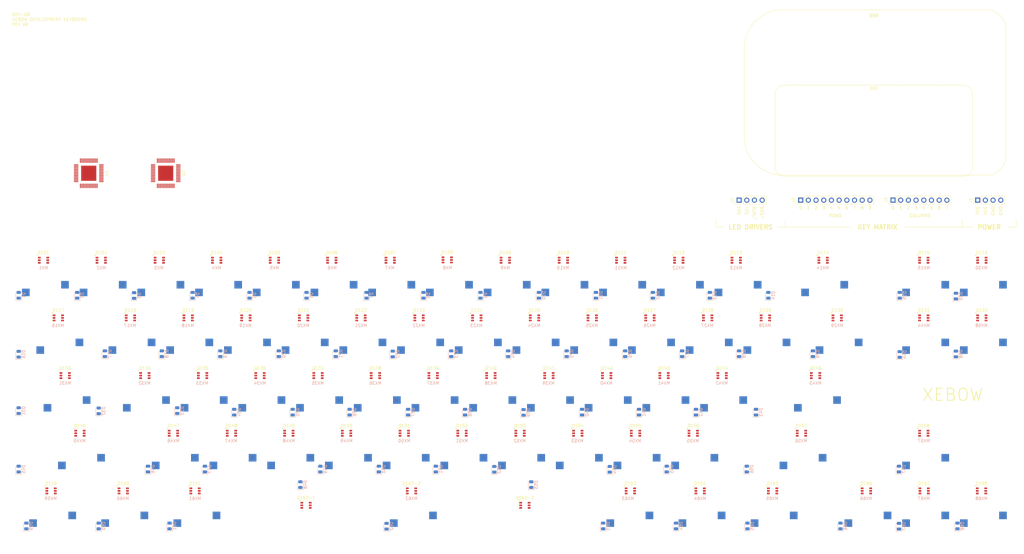
<source format=kicad_pcb>
(kicad_pcb (version 20171130) (host pcbnew 5.1.6-c6e7f7d~87~ubuntu18.04.1)
  (layers (0 F.Cu signal) (31 B.Cu signal) (34 B.Paste user) (35 F.Paste user) (36 B.SilkS user) (37 F.SilkS user) (38 B.Mask user) (39 F.Mask user) (44 Edge.Cuts user))
  (net 0 "")
  (net 1 "Net-(D1-Pad2)")
  (net 2 ROW_0)
  (net 3 "Net-(D2-Pad2)")
  (net 4 ROW_1)
  (net 5 "Net-(D3-Pad2)")
  (net 6 "Net-(D4-Pad2)")
  (net 7 "Net-(D5-Pad2)")
  (net 8 "Net-(D6-Pad2)")
  (net 9 "Net-(D7-Pad2)")
  (net 10 "Net-(D8-Pad2)")
  (net 11 COL_0)
  (net 12 COL_1)
  (net 13 COL_2)
  (net 14 COL_3)
  (net 15 ROW_2)
  (net 16 ROW_3)
  (net 17 ROW_4)
  (net 18 ROW_5)
  (net 19 ROW_6)
  (net 20 ROW_7)
  (net 21 "Net-(D9-Pad2)")
  (net 22 ROW_8)
  (net 23 "Net-(D10-Pad2)")
  (net 24 "Net-(D11-Pad2)")
  (net 25 "Net-(D12-Pad2)")
  (net 26 "Net-(D13-Pad2)")
  (net 27 "Net-(D14-Pad2)")
  (net 28 "Net-(D15-Pad2)")
  (net 29 "Net-(D16-Pad2)")
  (net 30 "Net-(D17-Pad2)")
  (net 31 "Net-(D18-Pad2)")
  (net 32 "Net-(D19-Pad2)")
  (net 33 "Net-(D20-Pad2)")
  (net 34 "Net-(D21-Pad2)")
  (net 35 "Net-(D22-Pad2)")
  (net 36 "Net-(D23-Pad2)")
  (net 37 "Net-(D24-Pad2)")
  (net 38 "Net-(D25-Pad2)")
  (net 39 "Net-(D26-Pad2)")
  (net 40 "Net-(D27-Pad2)")
  (net 41 "Net-(D28-Pad2)")
  (net 42 "Net-(D29-Pad2)")
  (net 43 "Net-(D30-Pad2)")
  (net 44 "Net-(D31-Pad2)")
  (net 45 "Net-(D32-Pad2)")
  (net 46 "Net-(D33-Pad2)")
  (net 47 "Net-(D34-Pad2)")
  (net 48 "Net-(D35-Pad2)")
  (net 49 "Net-(D36-Pad2)")
  (net 50 "Net-(D37-Pad2)")
  (net 51 "Net-(D38-Pad2)")
  (net 52 "Net-(D39-Pad2)")
  (net 53 "Net-(D40-Pad2)")
  (net 54 "Net-(D41-Pad2)")
  (net 55 "Net-(D42-Pad2)")
  (net 56 "Net-(D43-Pad2)")
  (net 57 "Net-(D44-Pad2)")
  (net 58 "Net-(D45-Pad2)")
  (net 59 "Net-(D46-Pad2)")
  (net 60 "Net-(D47-Pad2)")
  (net 61 "Net-(D48-Pad2)")
  (net 62 "Net-(D49-Pad2)")
  (net 63 "Net-(D50-Pad2)")
  (net 64 "Net-(D51-Pad2)")
  (net 65 "Net-(D52-Pad2)")
  (net 66 "Net-(D53-Pad2)")
  (net 67 "Net-(D54-Pad2)")
  (net 68 "Net-(D55-Pad2)")
  (net 69 "Net-(D56-Pad2)")
  (net 70 "Net-(D57-Pad2)")
  (net 71 "Net-(D58-Pad2)")
  (net 72 "Net-(D59-Pad2)")
  (net 73 "Net-(D60-Pad2)")
  (net 74 "Net-(D61-Pad2)")
  (net 75 "Net-(D62-Pad2)")
  (net 76 "Net-(D63-Pad2)")
  (net 77 "Net-(D64-Pad2)")
  (net 78 "Net-(D65-Pad2)")
  (net 79 "Net-(D66-Pad2)")
  (net 80 "Net-(D67-Pad2)")
  (net 81 "Net-(D68-Pad2)")
  (net 82 COL_7)
  (net 83 COL_6)
  (net 84 COL_5)
  (net 85 COL_4)
  (net 86 "Net-(U1-Pad47)")
  (net 87 "Net-(U1-Pad40)")
  (net 88 "Net-(U1-Pad39)")
  (net 89 "Net-(U1-Pad38)")
  (net 90 "Net-(U1-Pad37)")
  (net 91 "Net-(U1-Pad36)")
  (net 92 "Net-(U1-Pad35)")
  (net 93 "Net-(U1-Pad33)")
  (net 94 "Net-(U1-Pad32)")
  (net 95 "Net-(U1-Pad31)")
  (net 96 "Net-(U1-Pad30)")
  (net 97 "Net-(U1-Pad29)")
  (net 98 "Net-(U1-Pad28)")
  (net 99 "Net-(U1-Pad27)")
  (net 100 "Net-(U1-Pad26)")
  (net 101 "Net-(U1-Pad25)")
  (net 102 "Net-(U1-Pad24)")
  (net 103 "Net-(U1-Pad23)")
  (net 104 "Net-(U1-Pad22)")
  (net 105 "Net-(U1-Pad21)")
  (net 106 "Net-(U1-Pad20)")
  (net 107 "Net-(U1-Pad19)")
  (net 108 "Net-(U1-Pad18)")
  (net 109 "Net-(U1-Pad17)")
  (net 110 "Net-(U1-Pad16)")
  (net 111 "Net-(U1-Pad15)")
  (net 112 "Net-(U1-Pad14)")
  (net 113 "Net-(U1-Pad13)")
  (net 114 "Net-(U1-Pad11)")
  (net 115 "Net-(U1-Pad10)")
  (net 116 "Net-(U1-Pad9)")
  (net 117 "Net-(U1-Pad8)")
  (net 118 "Net-(U1-Pad7)")
  (net 119 "Net-(U1-Pad6)")
  (net 120 "Net-(U1-Pad4)")
  (net 121 "Net-(U1-Pad3)")
  (net 122 "Net-(U1-Pad2)")
  (net 123 "Net-(U1-Pad1)")
  (net 124 "Net-(U2-Pad47)")
  (net 125 "Net-(U2-Pad39)")
  (net 126 "Net-(U2-Pad38)")
  (net 127 "Net-(U2-Pad37)")
  (net 128 "Net-(U2-Pad36)")
  (net 129 "Net-(U2-Pad35)")
  (net 130 "Net-(U2-Pad33)")
  (net 131 "Net-(U2-Pad32)")
  (net 132 "Net-(U2-Pad31)")
  (net 133 "Net-(U2-Pad30)")
  (net 134 "Net-(U2-Pad29)")
  (net 135 "Net-(U2-Pad28)")
  (net 136 "Net-(U2-Pad27)")
  (net 137 "Net-(U2-Pad26)")
  (net 138 "Net-(U2-Pad25)")
  (net 139 "Net-(U2-Pad24)")
  (net 140 "Net-(U2-Pad23)")
  (net 141 "Net-(U2-Pad22)")
  (net 142 "Net-(U2-Pad21)")
  (net 143 "Net-(U2-Pad20)")
  (net 144 "Net-(U2-Pad19)")
  (net 145 "Net-(U2-Pad18)")
  (net 146 "Net-(U2-Pad17)")
  (net 147 "Net-(U2-Pad16)")
  (net 148 "Net-(U2-Pad15)")
  (net 149 "Net-(U2-Pad14)")
  (net 150 "Net-(U2-Pad13)")
  (net 151 "Net-(U2-Pad11)")
  (net 152 "Net-(U2-Pad10)")
  (net 153 "Net-(U2-Pad9)")
  (net 154 "Net-(U2-Pad8)")
  (net 155 "Net-(U2-Pad7)")
  (net 156 "Net-(U2-Pad6)")
  (net 157 "Net-(U2-Pad4)")
  (net 158 "Net-(U2-Pad3)")
  (net 159 "Net-(U2-Pad2)")
  (net 160 "Net-(U2-Pad1)")
  (net 161 GND)
  (net 162 VCC)
  (net 163 "Net-(J4-Pad4)")
  (net 164 "Net-(J4-Pad3)")
  (net 165 "Net-(J4-Pad2)")
  (net 166 "Net-(J4-Pad1)")
  (net 167 "Net-(D101-Pad1)")
  (net 168 "Net-(D101-Pad2)")
  (net 169 "Net-(D101-Pad3)")
  (net 170 "Net-(D101-Pad4)")
  (net 171 "Net-(D101-Pad5)")
  (net 172 "Net-(D101-Pad6)")
  (net 173 ROW_9)
  (net 174 "Net-(D102-Pad1)")
  (net 175 "Net-(D102-Pad2)")
  (net 176 "Net-(D102-Pad3)")
  (net 177 "Net-(D102-Pad4)")
  (net 178 "Net-(D102-Pad5)")
  (net 179 "Net-(D102-Pad6)")
  (net 180 "Net-(D103-Pad1)")
  (net 181 "Net-(D103-Pad2)")
  (net 182 "Net-(D103-Pad3)")
  (net 183 "Net-(D103-Pad4)")
  (net 184 "Net-(D103-Pad5)")
  (net 185 "Net-(D103-Pad6)")
  (net 186 "Net-(D104-Pad1)")
  (net 187 "Net-(D104-Pad2)")
  (net 188 "Net-(D104-Pad3)")
  (net 189 "Net-(D104-Pad4)")
  (net 190 "Net-(D104-Pad5)")
  (net 191 "Net-(D104-Pad6)")
  (net 192 "Net-(D105-Pad1)")
  (net 193 "Net-(D105-Pad2)")
  (net 194 "Net-(D105-Pad3)")
  (net 195 "Net-(D105-Pad4)")
  (net 196 "Net-(D105-Pad5)")
  (net 197 "Net-(D105-Pad6)")
  (net 198 "Net-(D106-Pad1)")
  (net 199 "Net-(D106-Pad2)")
  (net 200 "Net-(D106-Pad3)")
  (net 201 "Net-(D106-Pad4)")
  (net 202 "Net-(D106-Pad5)")
  (net 203 "Net-(D106-Pad6)")
  (net 204 "Net-(D107-Pad1)")
  (net 205 "Net-(D107-Pad2)")
  (net 206 "Net-(D107-Pad3)")
  (net 207 "Net-(D107-Pad4)")
  (net 208 "Net-(D107-Pad5)")
  (net 209 "Net-(D107-Pad6)")
  (net 210 "Net-(D108-Pad1)")
  (net 211 "Net-(D108-Pad2)")
  (net 212 "Net-(D108-Pad3)")
  (net 213 "Net-(D108-Pad4)")
  (net 214 "Net-(D108-Pad5)")
  (net 215 "Net-(D108-Pad6)")
  (net 216 "Net-(D109-Pad1)")
  (net 217 "Net-(D109-Pad2)")
  (net 218 "Net-(D109-Pad3)")
  (net 219 "Net-(D109-Pad4)")
  (net 220 "Net-(D109-Pad5)")
  (net 221 "Net-(D109-Pad6)")
  (net 222 "Net-(D110-Pad1)")
  (net 223 "Net-(D110-Pad2)")
  (net 224 "Net-(D110-Pad3)")
  (net 225 "Net-(D110-Pad4)")
  (net 226 "Net-(D110-Pad5)")
  (net 227 "Net-(D110-Pad6)")
  (net 228 "Net-(D111-Pad1)")
  (net 229 "Net-(D111-Pad2)")
  (net 230 "Net-(D111-Pad3)")
  (net 231 "Net-(D111-Pad4)")
  (net 232 "Net-(D111-Pad5)")
  (net 233 "Net-(D111-Pad6)")
  (net 234 "Net-(D112-Pad1)")
  (net 235 "Net-(D112-Pad2)")
  (net 236 "Net-(D112-Pad3)")
  (net 237 "Net-(D112-Pad4)")
  (net 238 "Net-(D112-Pad5)")
  (net 239 "Net-(D112-Pad6)")
  (net 240 "Net-(D113-Pad1)")
  (net 241 "Net-(D113-Pad2)")
  (net 242 "Net-(D113-Pad3)")
  (net 243 "Net-(D113-Pad4)")
  (net 244 "Net-(D113-Pad5)")
  (net 245 "Net-(D113-Pad6)")
  (net 246 "Net-(D114-Pad1)")
  (net 247 "Net-(D114-Pad2)")
  (net 248 "Net-(D114-Pad3)")
  (net 249 "Net-(D114-Pad4)")
  (net 250 "Net-(D114-Pad5)")
  (net 251 "Net-(D114-Pad6)")
  (net 252 "Net-(D115-Pad1)")
  (net 253 "Net-(D115-Pad2)")
  (net 254 "Net-(D115-Pad3)")
  (net 255 "Net-(D115-Pad4)")
  (net 256 "Net-(D115-Pad5)")
  (net 257 "Net-(D115-Pad6)")
  (net 258 "Net-(D116-Pad1)")
  (net 259 "Net-(D116-Pad2)")
  (net 260 "Net-(D116-Pad3)")
  (net 261 "Net-(D116-Pad4)")
  (net 262 "Net-(D116-Pad5)")
  (net 263 "Net-(D116-Pad6)")
  (net 264 "Net-(D117-Pad1)")
  (net 265 "Net-(D117-Pad2)")
  (net 266 "Net-(D117-Pad3)")
  (net 267 "Net-(D117-Pad4)")
  (net 268 "Net-(D117-Pad5)")
  (net 269 "Net-(D117-Pad6)")
  (net 270 "Net-(D118-Pad1)")
  (net 271 "Net-(D118-Pad2)")
  (net 272 "Net-(D118-Pad3)")
  (net 273 "Net-(D118-Pad4)")
  (net 274 "Net-(D118-Pad5)")
  (net 275 "Net-(D118-Pad6)")
  (net 276 "Net-(D119-Pad1)")
  (net 277 "Net-(D119-Pad2)")
  (net 278 "Net-(D119-Pad3)")
  (net 279 "Net-(D119-Pad4)")
  (net 280 "Net-(D119-Pad5)")
  (net 281 "Net-(D119-Pad6)")
  (net 282 "Net-(D120-Pad1)")
  (net 283 "Net-(D120-Pad2)")
  (net 284 "Net-(D120-Pad3)")
  (net 285 "Net-(D120-Pad4)")
  (net 286 "Net-(D120-Pad5)")
  (net 287 "Net-(D120-Pad6)")
  (net 288 "Net-(D121-Pad1)")
  (net 289 "Net-(D121-Pad2)")
  (net 290 "Net-(D121-Pad3)")
  (net 291 "Net-(D121-Pad4)")
  (net 292 "Net-(D121-Pad5)")
  (net 293 "Net-(D121-Pad6)")
  (net 294 "Net-(D122-Pad1)")
  (net 295 "Net-(D122-Pad2)")
  (net 296 "Net-(D122-Pad3)")
  (net 297 "Net-(D122-Pad4)")
  (net 298 "Net-(D122-Pad5)")
  (net 299 "Net-(D122-Pad6)")
  (net 300 "Net-(D123-Pad1)")
  (net 301 "Net-(D123-Pad2)")
  (net 302 "Net-(D123-Pad3)")
  (net 303 "Net-(D123-Pad4)")
  (net 304 "Net-(D123-Pad5)")
  (net 305 "Net-(D123-Pad6)")
  (net 306 "Net-(D124-Pad1)")
  (net 307 "Net-(D124-Pad2)")
  (net 308 "Net-(D124-Pad3)")
  (net 309 "Net-(D124-Pad4)")
  (net 310 "Net-(D124-Pad5)")
  (net 311 "Net-(D124-Pad6)")
  (net 312 "Net-(D125-Pad1)")
  (net 313 "Net-(D125-Pad2)")
  (net 314 "Net-(D125-Pad3)")
  (net 315 "Net-(D125-Pad4)")
  (net 316 "Net-(D125-Pad5)")
  (net 317 "Net-(D125-Pad6)")
  (net 318 "Net-(D126-Pad1)")
  (net 319 "Net-(D126-Pad2)")
  (net 320 "Net-(D126-Pad3)")
  (net 321 "Net-(D126-Pad4)")
  (net 322 "Net-(D126-Pad5)")
  (net 323 "Net-(D126-Pad6)")
  (net 324 "Net-(D127-Pad1)")
  (net 325 "Net-(D127-Pad2)")
  (net 326 "Net-(D127-Pad3)")
  (net 327 "Net-(D127-Pad4)")
  (net 328 "Net-(D127-Pad5)")
  (net 329 "Net-(D127-Pad6)")
  (net 330 "Net-(D128-Pad1)")
  (net 331 "Net-(D128-Pad2)")
  (net 332 "Net-(D128-Pad3)")
  (net 333 "Net-(D128-Pad4)")
  (net 334 "Net-(D128-Pad5)")
  (net 335 "Net-(D128-Pad6)")
  (net 336 "Net-(D129-Pad1)")
  (net 337 "Net-(D129-Pad2)")
  (net 338 "Net-(D129-Pad3)")
  (net 339 "Net-(D129-Pad4)")
  (net 340 "Net-(D129-Pad5)")
  (net 341 "Net-(D129-Pad6)")
  (net 342 "Net-(D130-Pad1)")
  (net 343 "Net-(D130-Pad2)")
  (net 344 "Net-(D130-Pad3)")
  (net 345 "Net-(D130-Pad4)")
  (net 346 "Net-(D130-Pad5)")
  (net 347 "Net-(D130-Pad6)")
  (net 348 "Net-(D131-Pad1)")
  (net 349 "Net-(D131-Pad2)")
  (net 350 "Net-(D131-Pad3)")
  (net 351 "Net-(D131-Pad4)")
  (net 352 "Net-(D131-Pad5)")
  (net 353 "Net-(D131-Pad6)")
  (net 354 "Net-(D132-Pad1)")
  (net 355 "Net-(D132-Pad2)")
  (net 356 "Net-(D132-Pad3)")
  (net 357 "Net-(D132-Pad4)")
  (net 358 "Net-(D132-Pad5)")
  (net 359 "Net-(D132-Pad6)")
  (net 360 "Net-(D133-Pad1)")
  (net 361 "Net-(D133-Pad2)")
  (net 362 "Net-(D133-Pad3)")
  (net 363 "Net-(D133-Pad4)")
  (net 364 "Net-(D133-Pad5)")
  (net 365 "Net-(D133-Pad6)")
  (net 366 "Net-(D134-Pad1)")
  (net 367 "Net-(D134-Pad2)")
  (net 368 "Net-(D134-Pad3)")
  (net 369 "Net-(D134-Pad4)")
  (net 370 "Net-(D134-Pad5)")
  (net 371 "Net-(D134-Pad6)")
  (net 372 "Net-(D135-Pad1)")
  (net 373 "Net-(D135-Pad2)")
  (net 374 "Net-(D135-Pad3)")
  (net 375 "Net-(D135-Pad4)")
  (net 376 "Net-(D135-Pad5)")
  (net 377 "Net-(D135-Pad6)")
  (net 378 "Net-(D136-Pad1)")
  (net 379 "Net-(D136-Pad2)")
  (net 380 "Net-(D136-Pad3)")
  (net 381 "Net-(D136-Pad4)")
  (net 382 "Net-(D136-Pad5)")
  (net 383 "Net-(D136-Pad6)")
  (net 384 "Net-(D137-Pad1)")
  (net 385 "Net-(D137-Pad2)")
  (net 386 "Net-(D137-Pad3)")
  (net 387 "Net-(D137-Pad4)")
  (net 388 "Net-(D137-Pad5)")
  (net 389 "Net-(D137-Pad6)")
  (net 390 "Net-(D138-Pad1)")
  (net 391 "Net-(D138-Pad2)")
  (net 392 "Net-(D138-Pad3)")
  (net 393 "Net-(D138-Pad4)")
  (net 394 "Net-(D138-Pad5)")
  (net 395 "Net-(D138-Pad6)")
  (net 396 "Net-(D139-Pad1)")
  (net 397 "Net-(D139-Pad2)")
  (net 398 "Net-(D139-Pad3)")
  (net 399 "Net-(D139-Pad4)")
  (net 400 "Net-(D139-Pad5)")
  (net 401 "Net-(D139-Pad6)")
  (net 402 "Net-(D140-Pad1)")
  (net 403 "Net-(D140-Pad2)")
  (net 404 "Net-(D140-Pad3)")
  (net 405 "Net-(D140-Pad4)")
  (net 406 "Net-(D140-Pad5)")
  (net 407 "Net-(D140-Pad6)")
  (net 408 "Net-(D141-Pad1)")
  (net 409 "Net-(D141-Pad2)")
  (net 410 "Net-(D141-Pad3)")
  (net 411 "Net-(D141-Pad4)")
  (net 412 "Net-(D141-Pad5)")
  (net 413 "Net-(D141-Pad6)")
  (net 414 "Net-(D142-Pad1)")
  (net 415 "Net-(D142-Pad2)")
  (net 416 "Net-(D142-Pad3)")
  (net 417 "Net-(D142-Pad4)")
  (net 418 "Net-(D142-Pad5)")
  (net 419 "Net-(D142-Pad6)")
  (net 420 "Net-(D143-Pad1)")
  (net 421 "Net-(D143-Pad2)")
  (net 422 "Net-(D143-Pad3)")
  (net 423 "Net-(D143-Pad4)")
  (net 424 "Net-(D143-Pad5)")
  (net 425 "Net-(D143-Pad6)")
  (net 426 "Net-(D144-Pad1)")
  (net 427 "Net-(D144-Pad2)")
  (net 428 "Net-(D144-Pad3)")
  (net 429 "Net-(D144-Pad4)")
  (net 430 "Net-(D144-Pad5)")
  (net 431 "Net-(D144-Pad6)")
  (net 432 "Net-(D145-Pad1)")
  (net 433 "Net-(D145-Pad2)")
  (net 434 "Net-(D145-Pad3)")
  (net 435 "Net-(D145-Pad4)")
  (net 436 "Net-(D145-Pad5)")
  (net 437 "Net-(D145-Pad6)")
  (net 438 "Net-(D146-Pad1)")
  (net 439 "Net-(D146-Pad2)")
  (net 440 "Net-(D146-Pad3)")
  (net 441 "Net-(D146-Pad4)")
  (net 442 "Net-(D146-Pad5)")
  (net 443 "Net-(D146-Pad6)")
  (net 444 "Net-(D147-Pad1)")
  (net 445 "Net-(D147-Pad2)")
  (net 446 "Net-(D147-Pad3)")
  (net 447 "Net-(D147-Pad4)")
  (net 448 "Net-(D147-Pad5)")
  (net 449 "Net-(D147-Pad6)")
  (net 450 "Net-(D148-Pad1)")
  (net 451 "Net-(D148-Pad2)")
  (net 452 "Net-(D148-Pad3)")
  (net 453 "Net-(D148-Pad4)")
  (net 454 "Net-(D148-Pad5)")
  (net 455 "Net-(D148-Pad6)")
  (net 456 "Net-(D149-Pad1)")
  (net 457 "Net-(D149-Pad2)")
  (net 458 "Net-(D149-Pad3)")
  (net 459 "Net-(D149-Pad4)")
  (net 460 "Net-(D149-Pad5)")
  (net 461 "Net-(D149-Pad6)")
  (net 462 "Net-(D150-Pad1)")
  (net 463 "Net-(D150-Pad2)")
  (net 464 "Net-(D150-Pad3)")
  (net 465 "Net-(D150-Pad4)")
  (net 466 "Net-(D150-Pad5)")
  (net 467 "Net-(D150-Pad6)")
  (net 468 "Net-(D151-Pad1)")
  (net 469 "Net-(D151-Pad2)")
  (net 470 "Net-(D151-Pad3)")
  (net 471 "Net-(D151-Pad4)")
  (net 472 "Net-(D151-Pad5)")
  (net 473 "Net-(D151-Pad6)")
  (net 474 "Net-(D152-Pad1)")
  (net 475 "Net-(D152-Pad2)")
  (net 476 "Net-(D152-Pad3)")
  (net 477 "Net-(D152-Pad4)")
  (net 478 "Net-(D152-Pad5)")
  (net 479 "Net-(D152-Pad6)")
  (net 480 "Net-(D153-Pad1)")
  (net 481 "Net-(D153-Pad2)")
  (net 482 "Net-(D153-Pad3)")
  (net 483 "Net-(D153-Pad4)")
  (net 484 "Net-(D153-Pad5)")
  (net 485 "Net-(D153-Pad6)")
  (net 486 "Net-(D154-Pad1)")
  (net 487 "Net-(D154-Pad2)")
  (net 488 "Net-(D154-Pad3)")
  (net 489 "Net-(D154-Pad4)")
  (net 490 "Net-(D154-Pad5)")
  (net 491 "Net-(D154-Pad6)")
  (net 492 "Net-(D155-Pad1)")
  (net 493 "Net-(D155-Pad2)")
  (net 494 "Net-(D155-Pad3)")
  (net 495 "Net-(D155-Pad4)")
  (net 496 "Net-(D155-Pad5)")
  (net 497 "Net-(D155-Pad6)")
  (net 498 "Net-(D156-Pad1)")
  (net 499 "Net-(D156-Pad2)")
  (net 500 "Net-(D156-Pad3)")
  (net 501 "Net-(D156-Pad4)")
  (net 502 "Net-(D156-Pad5)")
  (net 503 "Net-(D156-Pad6)")
  (net 504 "Net-(D157-Pad1)")
  (net 505 "Net-(D157-Pad2)")
  (net 506 "Net-(D157-Pad3)")
  (net 507 "Net-(D157-Pad4)")
  (net 508 "Net-(D157-Pad5)")
  (net 509 "Net-(D157-Pad6)")
  (net 510 "Net-(D158-Pad1)")
  (net 511 "Net-(D158-Pad2)")
  (net 512 "Net-(D158-Pad3)")
  (net 513 "Net-(D158-Pad4)")
  (net 514 "Net-(D158-Pad5)")
  (net 515 "Net-(D158-Pad6)")
  (net 516 "Net-(D159-Pad1)")
  (net 517 "Net-(D159-Pad2)")
  (net 518 "Net-(D159-Pad3)")
  (net 519 "Net-(D159-Pad4)")
  (net 520 "Net-(D159-Pad5)")
  (net 521 "Net-(D159-Pad6)")
  (net 522 "Net-(D160-Pad1)")
  (net 523 "Net-(D160-Pad2)")
  (net 524 "Net-(D160-Pad3)")
  (net 525 "Net-(D160-Pad4)")
  (net 526 "Net-(D160-Pad5)")
  (net 527 "Net-(D160-Pad6)")
  (net 528 "Net-(D161-Pad1)")
  (net 529 "Net-(D161-Pad2)")
  (net 530 "Net-(D161-Pad3)")
  (net 531 "Net-(D161-Pad4)")
  (net 532 "Net-(D161-Pad5)")
  (net 533 "Net-(D161-Pad6)")
  (net 534 "Net-(D163-Pad1)")
  (net 535 "Net-(D163-Pad2)")
  (net 536 "Net-(D163-Pad3)")
  (net 537 "Net-(D163-Pad4)")
  (net 538 "Net-(D163-Pad5)")
  (net 539 "Net-(D163-Pad6)")
  (net 540 "Net-(D164-Pad1)")
  (net 541 "Net-(D164-Pad2)")
  (net 542 "Net-(D164-Pad3)")
  (net 543 "Net-(D164-Pad4)")
  (net 544 "Net-(D164-Pad5)")
  (net 545 "Net-(D164-Pad6)")
  (net 546 "Net-(D165-Pad1)")
  (net 547 "Net-(D165-Pad2)")
  (net 548 "Net-(D165-Pad3)")
  (net 549 "Net-(D165-Pad4)")
  (net 550 "Net-(D165-Pad5)")
  (net 551 "Net-(D165-Pad6)")
  (net 552 "Net-(D166-Pad1)")
  (net 553 "Net-(D166-Pad2)")
  (net 554 "Net-(D166-Pad3)")
  (net 555 "Net-(D166-Pad4)")
  (net 556 "Net-(D166-Pad5)")
  (net 557 "Net-(D166-Pad6)")
  (net 558 "Net-(D167-Pad1)")
  (net 559 "Net-(D167-Pad2)")
  (net 560 "Net-(D167-Pad3)")
  (net 561 "Net-(D167-Pad4)")
  (net 562 "Net-(D167-Pad5)")
  (net 563 "Net-(D167-Pad6)")
  (net 564 "Net-(D168-Pad1)")
  (net 565 "Net-(D168-Pad2)")
  (net 566 "Net-(D168-Pad3)")
  (net 567 "Net-(D168-Pad4)")
  (net 568 "Net-(D168-Pad5)")
  (net 569 "Net-(D168-Pad6)")
  (net 570 "Net-(MX10-Pad1)")
  (net 571 "Net-(MX12-Pad1)")
  (net 572 "Net-(D162-1-Pad1)")
  (net 573 "Net-(D162-1-Pad2)")
  (net 574 "Net-(D162-1-Pad3)")
  (net 575 "Net-(D162-1-Pad4)")
  (net 576 "Net-(D162-1-Pad5)")
  (net 577 "Net-(D162-1-Pad6)")
  (net 578 "Net-(D162-2-Pad1)")
  (net 579 "Net-(D162-2-Pad2)")
  (net 580 "Net-(D162-2-Pad3)")
  (net 581 "Net-(D162-2-Pad4)")
  (net 582 "Net-(D162-2-Pad5)")
  (net 583 "Net-(D162-2-Pad6)")
  (net 584 "Net-(D162-3-Pad1)")
  (net 585 "Net-(D162-3-Pad2)")
  (net 586 "Net-(D162-3-Pad3)")
  (net 587 "Net-(D162-3-Pad4)")
  (net 588 "Net-(D162-3-Pad5)")
  (net 589 "Net-(D162-3-Pad6)")
  (module xebow:Wurth_PLCC6 (layer F.Cu) (at 185.85 100.80625)
    (fp_text reference D162-3 (at 0 -2.5) (layer F.SilkS))
    (fp_text value LED_RGB hide)
    (pad 6 smd rect (at 1.395 0.85) (size 0.89 0.55) (layers F.Cu F.Paste F.Mask) (net 589 "Net-(D162-3-Pad6)"))
    (pad 4 smd rect (at 1.395 0) (size 0.89 0.55) (layers F.Cu F.Paste F.Mask) (net 587 "Net-(D162-3-Pad4)"))
    (pad 2 smd rect (at 1.395 -0.85) (size 0.89 0.55) (layers F.Cu F.Paste F.Mask) (net 585 "Net-(D162-3-Pad2)"))
    (pad 5 smd rect (at -1.395 0.85) (size 0.89 0.55) (layers F.Cu F.Paste F.Mask) (net 588 "Net-(D162-3-Pad5)"))
    (pad 3 smd rect (at -1.395 0) (size 0.89 0.55) (layers F.Cu F.Paste F.Mask) (net 586 "Net-(D162-3-Pad3)"))
    (pad 1 smd rect (at -1.395 -0.85) (size 0.89 0.55) (layers F.Cu F.Paste F.Mask) (net 584 "Net-(D162-3-Pad1)"))
  )
  (module xebow:Wurth_PLCC6 (layer F.Cu) (at 148.43125 96.04375)
    (fp_text reference D162-2 (at 0 -2.5) (layer F.SilkS))
    (fp_text value LED_RGB hide)
    (pad 6 smd rect (at 1.395 0.85) (size 0.89 0.55) (layers F.Cu F.Paste F.Mask) (net 583 "Net-(D162-2-Pad6)"))
    (pad 4 smd rect (at 1.395 0) (size 0.89 0.55) (layers F.Cu F.Paste F.Mask) (net 581 "Net-(D162-2-Pad4)"))
    (pad 2 smd rect (at 1.395 -0.85) (size 0.89 0.55) (layers F.Cu F.Paste F.Mask) (net 579 "Net-(D162-2-Pad2)"))
    (pad 5 smd rect (at -1.395 0.85) (size 0.89 0.55) (layers F.Cu F.Paste F.Mask) (net 582 "Net-(D162-2-Pad5)"))
    (pad 3 smd rect (at -1.395 0) (size 0.89 0.55) (layers F.Cu F.Paste F.Mask) (net 580 "Net-(D162-2-Pad3)"))
    (pad 1 smd rect (at -1.395 -0.85) (size 0.89 0.55) (layers F.Cu F.Paste F.Mask) (net 578 "Net-(D162-2-Pad1)"))
  )
  (module xebow:Wurth_PLCC6 (layer F.Cu) (at 113.61875 100.80625)
    (fp_text reference D162-1 (at 0 -2.5) (layer F.SilkS))
    (fp_text value LED_RGB hide)
    (pad 6 smd rect (at 1.395 0.85) (size 0.89 0.55) (layers F.Cu F.Paste F.Mask) (net 577 "Net-(D162-1-Pad6)"))
    (pad 4 smd rect (at 1.395 0) (size 0.89 0.55) (layers F.Cu F.Paste F.Mask) (net 575 "Net-(D162-1-Pad4)"))
    (pad 2 smd rect (at 1.395 -0.85) (size 0.89 0.55) (layers F.Cu F.Paste F.Mask) (net 573 "Net-(D162-1-Pad2)"))
    (pad 5 smd rect (at -1.395 0.85) (size 0.89 0.55) (layers F.Cu F.Paste F.Mask) (net 576 "Net-(D162-1-Pad5)"))
    (pad 3 smd rect (at -1.395 0) (size 0.89 0.55) (layers F.Cu F.Paste F.Mask) (net 574 "Net-(D162-1-Pad3)"))
    (pad 1 smd rect (at -1.395 -0.85) (size 0.89 0.55) (layers F.Cu F.Paste F.Mask) (net 572 "Net-(D162-1-Pad1)"))
  )
  (module xebow:Wurth_PLCC6 (layer F.Cu) (at 336.55 96.04375)
    (fp_text reference D168 (at 0 -2.5) (layer F.SilkS))
    (fp_text value LED_RGB hide)
    (pad 6 smd rect (at 1.395 0.85) (size 0.89 0.55) (layers F.Cu F.Paste F.Mask) (net 569 "Net-(D168-Pad6)"))
    (pad 4 smd rect (at 1.395 0) (size 0.89 0.55) (layers F.Cu F.Paste F.Mask) (net 567 "Net-(D168-Pad4)"))
    (pad 2 smd rect (at 1.395 -0.85) (size 0.89 0.55) (layers F.Cu F.Paste F.Mask) (net 565 "Net-(D168-Pad2)"))
    (pad 5 smd rect (at -1.395 0.85) (size 0.89 0.55) (layers F.Cu F.Paste F.Mask) (net 568 "Net-(D168-Pad5)"))
    (pad 3 smd rect (at -1.395 0) (size 0.89 0.55) (layers F.Cu F.Paste F.Mask) (net 566 "Net-(D168-Pad3)"))
    (pad 1 smd rect (at -1.395 -0.85) (size 0.89 0.55) (layers F.Cu F.Paste F.Mask) (net 564 "Net-(D168-Pad1)"))
  )
  (module xebow:Wurth_PLCC6 (layer F.Cu) (at 317.6125 96.04375)
    (fp_text reference D167 (at 0 -2.5) (layer F.SilkS))
    (fp_text value LED_RGB hide)
    (pad 6 smd rect (at 1.395 0.85) (size 0.89 0.55) (layers F.Cu F.Paste F.Mask) (net 563 "Net-(D167-Pad6)"))
    (pad 4 smd rect (at 1.395 0) (size 0.89 0.55) (layers F.Cu F.Paste F.Mask) (net 561 "Net-(D167-Pad4)"))
    (pad 2 smd rect (at 1.395 -0.85) (size 0.89 0.55) (layers F.Cu F.Paste F.Mask) (net 559 "Net-(D167-Pad2)"))
    (pad 5 smd rect (at -1.395 0.85) (size 0.89 0.55) (layers F.Cu F.Paste F.Mask) (net 562 "Net-(D167-Pad5)"))
    (pad 3 smd rect (at -1.395 0) (size 0.89 0.55) (layers F.Cu F.Paste F.Mask) (net 560 "Net-(D167-Pad3)"))
    (pad 1 smd rect (at -1.395 -0.85) (size 0.89 0.55) (layers F.Cu F.Paste F.Mask) (net 558 "Net-(D167-Pad1)"))
  )
  (module xebow:Wurth_PLCC6 (layer F.Cu) (at 298.5625 96.04375)
    (fp_text reference D166 (at 0 -2.5) (layer F.SilkS))
    (fp_text value LED_RGB hide)
    (pad 6 smd rect (at 1.395 0.85) (size 0.89 0.55) (layers F.Cu F.Paste F.Mask) (net 557 "Net-(D166-Pad6)"))
    (pad 4 smd rect (at 1.395 0) (size 0.89 0.55) (layers F.Cu F.Paste F.Mask) (net 555 "Net-(D166-Pad4)"))
    (pad 2 smd rect (at 1.395 -0.85) (size 0.89 0.55) (layers F.Cu F.Paste F.Mask) (net 553 "Net-(D166-Pad2)"))
    (pad 5 smd rect (at -1.395 0.85) (size 0.89 0.55) (layers F.Cu F.Paste F.Mask) (net 556 "Net-(D166-Pad5)"))
    (pad 3 smd rect (at -1.395 0) (size 0.89 0.55) (layers F.Cu F.Paste F.Mask) (net 554 "Net-(D166-Pad3)"))
    (pad 1 smd rect (at -1.395 -0.85) (size 0.89 0.55) (layers F.Cu F.Paste F.Mask) (net 552 "Net-(D166-Pad1)"))
  )
  (module xebow:Wurth_PLCC6 (layer F.Cu) (at 267.60625 96.04375)
    (fp_text reference D165 (at 0 -2.5) (layer F.SilkS))
    (fp_text value LED_RGB hide)
    (pad 6 smd rect (at 1.395 0.85) (size 0.89 0.55) (layers F.Cu F.Paste F.Mask) (net 551 "Net-(D165-Pad6)"))
    (pad 4 smd rect (at 1.395 0) (size 0.89 0.55) (layers F.Cu F.Paste F.Mask) (net 549 "Net-(D165-Pad4)"))
    (pad 2 smd rect (at 1.395 -0.85) (size 0.89 0.55) (layers F.Cu F.Paste F.Mask) (net 547 "Net-(D165-Pad2)"))
    (pad 5 smd rect (at -1.395 0.85) (size 0.89 0.55) (layers F.Cu F.Paste F.Mask) (net 550 "Net-(D165-Pad5)"))
    (pad 3 smd rect (at -1.395 0) (size 0.89 0.55) (layers F.Cu F.Paste F.Mask) (net 548 "Net-(D165-Pad3)"))
    (pad 1 smd rect (at -1.395 -0.85) (size 0.89 0.55) (layers F.Cu F.Paste F.Mask) (net 546 "Net-(D165-Pad1)"))
  )
  (module xebow:Wurth_PLCC6 (layer F.Cu) (at 243.68125 96.04375)
    (fp_text reference D164 (at 0 -2.5) (layer F.SilkS))
    (fp_text value LED_RGB hide)
    (pad 6 smd rect (at 1.395 0.85) (size 0.89 0.55) (layers F.Cu F.Paste F.Mask) (net 545 "Net-(D164-Pad6)"))
    (pad 4 smd rect (at 1.395 0) (size 0.89 0.55) (layers F.Cu F.Paste F.Mask) (net 543 "Net-(D164-Pad4)"))
    (pad 2 smd rect (at 1.395 -0.85) (size 0.89 0.55) (layers F.Cu F.Paste F.Mask) (net 541 "Net-(D164-Pad2)"))
    (pad 5 smd rect (at -1.395 0.85) (size 0.89 0.55) (layers F.Cu F.Paste F.Mask) (net 544 "Net-(D164-Pad5)"))
    (pad 3 smd rect (at -1.395 0) (size 0.89 0.55) (layers F.Cu F.Paste F.Mask) (net 542 "Net-(D164-Pad3)"))
    (pad 1 smd rect (at -1.395 -0.85) (size 0.89 0.55) (layers F.Cu F.Paste F.Mask) (net 540 "Net-(D164-Pad1)"))
  )
  (module xebow:Wurth_PLCC6 (layer F.Cu) (at 220.6625 96.04375)
    (fp_text reference D163 (at 0 -2.5) (layer F.SilkS))
    (fp_text value LED_RGB hide)
    (pad 6 smd rect (at 1.395 0.85) (size 0.89 0.55) (layers F.Cu F.Paste F.Mask) (net 539 "Net-(D163-Pad6)"))
    (pad 4 smd rect (at 1.395 0) (size 0.89 0.55) (layers F.Cu F.Paste F.Mask) (net 537 "Net-(D163-Pad4)"))
    (pad 2 smd rect (at 1.395 -0.85) (size 0.89 0.55) (layers F.Cu F.Paste F.Mask) (net 535 "Net-(D163-Pad2)"))
    (pad 5 smd rect (at -1.395 0.85) (size 0.89 0.55) (layers F.Cu F.Paste F.Mask) (net 538 "Net-(D163-Pad5)"))
    (pad 3 smd rect (at -1.395 0) (size 0.89 0.55) (layers F.Cu F.Paste F.Mask) (net 536 "Net-(D163-Pad3)"))
    (pad 1 smd rect (at -1.395 -0.85) (size 0.89 0.55) (layers F.Cu F.Paste F.Mask) (net 534 "Net-(D163-Pad1)"))
  )
  (module xebow:Wurth_PLCC6 (layer F.Cu) (at 76.99375 96.04375)
    (fp_text reference D161 (at 0 -2.5) (layer F.SilkS))
    (fp_text value LED_RGB hide)
    (pad 6 smd rect (at 1.395 0.85) (size 0.89 0.55) (layers F.Cu F.Paste F.Mask) (net 533 "Net-(D161-Pad6)"))
    (pad 4 smd rect (at 1.395 0) (size 0.89 0.55) (layers F.Cu F.Paste F.Mask) (net 531 "Net-(D161-Pad4)"))
    (pad 2 smd rect (at 1.395 -0.85) (size 0.89 0.55) (layers F.Cu F.Paste F.Mask) (net 529 "Net-(D161-Pad2)"))
    (pad 5 smd rect (at -1.395 0.85) (size 0.89 0.55) (layers F.Cu F.Paste F.Mask) (net 532 "Net-(D161-Pad5)"))
    (pad 3 smd rect (at -1.395 0) (size 0.89 0.55) (layers F.Cu F.Paste F.Mask) (net 530 "Net-(D161-Pad3)"))
    (pad 1 smd rect (at -1.395 -0.85) (size 0.89 0.55) (layers F.Cu F.Paste F.Mask) (net 528 "Net-(D161-Pad1)"))
  )
  (module xebow:Wurth_PLCC6 (layer F.Cu) (at 53.29375 96.04375)
    (fp_text reference D160 (at 0 -2.5) (layer F.SilkS))
    (fp_text value LED_RGB hide)
    (pad 6 smd rect (at 1.395 0.85) (size 0.89 0.55) (layers F.Cu F.Paste F.Mask) (net 527 "Net-(D160-Pad6)"))
    (pad 4 smd rect (at 1.395 0) (size 0.89 0.55) (layers F.Cu F.Paste F.Mask) (net 525 "Net-(D160-Pad4)"))
    (pad 2 smd rect (at 1.395 -0.85) (size 0.89 0.55) (layers F.Cu F.Paste F.Mask) (net 523 "Net-(D160-Pad2)"))
    (pad 5 smd rect (at -1.395 0.85) (size 0.89 0.55) (layers F.Cu F.Paste F.Mask) (net 526 "Net-(D160-Pad5)"))
    (pad 3 smd rect (at -1.395 0) (size 0.89 0.55) (layers F.Cu F.Paste F.Mask) (net 524 "Net-(D160-Pad3)"))
    (pad 1 smd rect (at -1.395 -0.85) (size 0.89 0.55) (layers F.Cu F.Paste F.Mask) (net 522 "Net-(D160-Pad1)"))
  )
  (module xebow:Wurth_PLCC6 (layer F.Cu) (at 29.48125 96.04375)
    (fp_text reference D159 (at 0 -2.5) (layer F.SilkS))
    (fp_text value LED_RGB hide)
    (pad 6 smd rect (at 1.395 0.85) (size 0.89 0.55) (layers F.Cu F.Paste F.Mask) (net 521 "Net-(D159-Pad6)"))
    (pad 4 smd rect (at 1.395 0) (size 0.89 0.55) (layers F.Cu F.Paste F.Mask) (net 519 "Net-(D159-Pad4)"))
    (pad 2 smd rect (at 1.395 -0.85) (size 0.89 0.55) (layers F.Cu F.Paste F.Mask) (net 517 "Net-(D159-Pad2)"))
    (pad 5 smd rect (at -1.395 0.85) (size 0.89 0.55) (layers F.Cu F.Paste F.Mask) (net 520 "Net-(D159-Pad5)"))
    (pad 3 smd rect (at -1.395 0) (size 0.89 0.55) (layers F.Cu F.Paste F.Mask) (net 518 "Net-(D159-Pad3)"))
    (pad 1 smd rect (at -1.395 -0.85) (size 0.89 0.55) (layers F.Cu F.Paste F.Mask) (net 516 "Net-(D159-Pad1)"))
  )
  (module xebow:Wurth_PLCC6 (layer F.Cu) (at 317.5 76.99375)
    (fp_text reference D158 (at 0 -2.5) (layer F.SilkS))
    (fp_text value LED_RGB hide)
    (pad 6 smd rect (at 1.395 0.85) (size 0.89 0.55) (layers F.Cu F.Paste F.Mask) (net 515 "Net-(D158-Pad6)"))
    (pad 4 smd rect (at 1.395 0) (size 0.89 0.55) (layers F.Cu F.Paste F.Mask) (net 513 "Net-(D158-Pad4)"))
    (pad 2 smd rect (at 1.395 -0.85) (size 0.89 0.55) (layers F.Cu F.Paste F.Mask) (net 511 "Net-(D158-Pad2)"))
    (pad 5 smd rect (at -1.395 0.85) (size 0.89 0.55) (layers F.Cu F.Paste F.Mask) (net 514 "Net-(D158-Pad5)"))
    (pad 3 smd rect (at -1.395 0) (size 0.89 0.55) (layers F.Cu F.Paste F.Mask) (net 512 "Net-(D158-Pad3)"))
    (pad 1 smd rect (at -1.395 -0.85) (size 0.89 0.55) (layers F.Cu F.Paste F.Mask) (net 510 "Net-(D158-Pad1)"))
  )
  (module xebow:Wurth_PLCC6 (layer F.Cu) (at 277.13125 76.99375)
    (fp_text reference D157 (at 0 -2.5) (layer F.SilkS))
    (fp_text value LED_RGB hide)
    (pad 6 smd rect (at 1.395 0.85) (size 0.89 0.55) (layers F.Cu F.Paste F.Mask) (net 509 "Net-(D157-Pad6)"))
    (pad 4 smd rect (at 1.395 0) (size 0.89 0.55) (layers F.Cu F.Paste F.Mask) (net 507 "Net-(D157-Pad4)"))
    (pad 2 smd rect (at 1.395 -0.85) (size 0.89 0.55) (layers F.Cu F.Paste F.Mask) (net 505 "Net-(D157-Pad2)"))
    (pad 5 smd rect (at -1.395 0.85) (size 0.89 0.55) (layers F.Cu F.Paste F.Mask) (net 508 "Net-(D157-Pad5)"))
    (pad 3 smd rect (at -1.395 0) (size 0.89 0.55) (layers F.Cu F.Paste F.Mask) (net 506 "Net-(D157-Pad3)"))
    (pad 1 smd rect (at -1.395 -0.85) (size 0.89 0.55) (layers F.Cu F.Paste F.Mask) (net 504 "Net-(D157-Pad1)"))
  )
  (module xebow:Wurth_PLCC6 (layer F.Cu) (at 241.4125 76.99375)
    (fp_text reference D156 (at 0 -2.5) (layer F.SilkS))
    (fp_text value LED_RGB hide)
    (pad 6 smd rect (at 1.395 0.85) (size 0.89 0.55) (layers F.Cu F.Paste F.Mask) (net 503 "Net-(D156-Pad6)"))
    (pad 4 smd rect (at 1.395 0) (size 0.89 0.55) (layers F.Cu F.Paste F.Mask) (net 501 "Net-(D156-Pad4)"))
    (pad 2 smd rect (at 1.395 -0.85) (size 0.89 0.55) (layers F.Cu F.Paste F.Mask) (net 499 "Net-(D156-Pad2)"))
    (pad 5 smd rect (at -1.395 0.85) (size 0.89 0.55) (layers F.Cu F.Paste F.Mask) (net 502 "Net-(D156-Pad5)"))
    (pad 3 smd rect (at -1.395 0) (size 0.89 0.55) (layers F.Cu F.Paste F.Mask) (net 500 "Net-(D156-Pad3)"))
    (pad 1 smd rect (at -1.395 -0.85) (size 0.89 0.55) (layers F.Cu F.Paste F.Mask) (net 498 "Net-(D156-Pad1)"))
  )
  (module xebow:Wurth_PLCC6 (layer F.Cu) (at 222.3625 76.99375)
    (fp_text reference D155 (at 0 -2.5) (layer F.SilkS))
    (fp_text value LED_RGB hide)
    (pad 6 smd rect (at 1.395 0.85) (size 0.89 0.55) (layers F.Cu F.Paste F.Mask) (net 497 "Net-(D155-Pad6)"))
    (pad 4 smd rect (at 1.395 0) (size 0.89 0.55) (layers F.Cu F.Paste F.Mask) (net 495 "Net-(D155-Pad4)"))
    (pad 2 smd rect (at 1.395 -0.85) (size 0.89 0.55) (layers F.Cu F.Paste F.Mask) (net 493 "Net-(D155-Pad2)"))
    (pad 5 smd rect (at -1.395 0.85) (size 0.89 0.55) (layers F.Cu F.Paste F.Mask) (net 496 "Net-(D155-Pad5)"))
    (pad 3 smd rect (at -1.395 0) (size 0.89 0.55) (layers F.Cu F.Paste F.Mask) (net 494 "Net-(D155-Pad3)"))
    (pad 1 smd rect (at -1.395 -0.85) (size 0.89 0.55) (layers F.Cu F.Paste F.Mask) (net 492 "Net-(D155-Pad1)"))
  )
  (module xebow:Wurth_PLCC6 (layer F.Cu) (at 203.3125 76.99375)
    (fp_text reference D154 (at 0 -2.5) (layer F.SilkS))
    (fp_text value LED_RGB hide)
    (pad 6 smd rect (at 1.395 0.85) (size 0.89 0.55) (layers F.Cu F.Paste F.Mask) (net 491 "Net-(D154-Pad6)"))
    (pad 4 smd rect (at 1.395 0) (size 0.89 0.55) (layers F.Cu F.Paste F.Mask) (net 489 "Net-(D154-Pad4)"))
    (pad 2 smd rect (at 1.395 -0.85) (size 0.89 0.55) (layers F.Cu F.Paste F.Mask) (net 487 "Net-(D154-Pad2)"))
    (pad 5 smd rect (at -1.395 0.85) (size 0.89 0.55) (layers F.Cu F.Paste F.Mask) (net 490 "Net-(D154-Pad5)"))
    (pad 3 smd rect (at -1.395 0) (size 0.89 0.55) (layers F.Cu F.Paste F.Mask) (net 488 "Net-(D154-Pad3)"))
    (pad 1 smd rect (at -1.395 -0.85) (size 0.89 0.55) (layers F.Cu F.Paste F.Mask) (net 486 "Net-(D154-Pad1)"))
  )
  (module xebow:Wurth_PLCC6 (layer F.Cu) (at 184.2625 76.99375)
    (fp_text reference D153 (at 0 -2.5) (layer F.SilkS))
    (fp_text value LED_RGB hide)
    (pad 6 smd rect (at 1.395 0.85) (size 0.89 0.55) (layers F.Cu F.Paste F.Mask) (net 485 "Net-(D153-Pad6)"))
    (pad 4 smd rect (at 1.395 0) (size 0.89 0.55) (layers F.Cu F.Paste F.Mask) (net 483 "Net-(D153-Pad4)"))
    (pad 2 smd rect (at 1.395 -0.85) (size 0.89 0.55) (layers F.Cu F.Paste F.Mask) (net 481 "Net-(D153-Pad2)"))
    (pad 5 smd rect (at -1.395 0.85) (size 0.89 0.55) (layers F.Cu F.Paste F.Mask) (net 484 "Net-(D153-Pad5)"))
    (pad 3 smd rect (at -1.395 0) (size 0.89 0.55) (layers F.Cu F.Paste F.Mask) (net 482 "Net-(D153-Pad3)"))
    (pad 1 smd rect (at -1.395 -0.85) (size 0.89 0.55) (layers F.Cu F.Paste F.Mask) (net 480 "Net-(D153-Pad1)"))
  )
  (module xebow:Wurth_PLCC6 (layer F.Cu) (at 165.1 76.99375)
    (fp_text reference D152 (at 0 -2.5) (layer F.SilkS))
    (fp_text value LED_RGB hide)
    (pad 6 smd rect (at 1.395 0.85) (size 0.89 0.55) (layers F.Cu F.Paste F.Mask) (net 479 "Net-(D152-Pad6)"))
    (pad 4 smd rect (at 1.395 0) (size 0.89 0.55) (layers F.Cu F.Paste F.Mask) (net 477 "Net-(D152-Pad4)"))
    (pad 2 smd rect (at 1.395 -0.85) (size 0.89 0.55) (layers F.Cu F.Paste F.Mask) (net 475 "Net-(D152-Pad2)"))
    (pad 5 smd rect (at -1.395 0.85) (size 0.89 0.55) (layers F.Cu F.Paste F.Mask) (net 478 "Net-(D152-Pad5)"))
    (pad 3 smd rect (at -1.395 0) (size 0.89 0.55) (layers F.Cu F.Paste F.Mask) (net 476 "Net-(D152-Pad3)"))
    (pad 1 smd rect (at -1.395 -0.85) (size 0.89 0.55) (layers F.Cu F.Paste F.Mask) (net 474 "Net-(D152-Pad1)"))
  )
  (module xebow:Wurth_PLCC6 (layer F.Cu) (at 146.05 76.99375)
    (fp_text reference D151 (at 0 -2.5) (layer F.SilkS))
    (fp_text value LED_RGB hide)
    (pad 6 smd rect (at 1.395 0.85) (size 0.89 0.55) (layers F.Cu F.Paste F.Mask) (net 473 "Net-(D151-Pad6)"))
    (pad 4 smd rect (at 1.395 0) (size 0.89 0.55) (layers F.Cu F.Paste F.Mask) (net 471 "Net-(D151-Pad4)"))
    (pad 2 smd rect (at 1.395 -0.85) (size 0.89 0.55) (layers F.Cu F.Paste F.Mask) (net 469 "Net-(D151-Pad2)"))
    (pad 5 smd rect (at -1.395 0.85) (size 0.89 0.55) (layers F.Cu F.Paste F.Mask) (net 472 "Net-(D151-Pad5)"))
    (pad 3 smd rect (at -1.395 0) (size 0.89 0.55) (layers F.Cu F.Paste F.Mask) (net 470 "Net-(D151-Pad3)"))
    (pad 1 smd rect (at -1.395 -0.85) (size 0.89 0.55) (layers F.Cu F.Paste F.Mask) (net 468 "Net-(D151-Pad1)"))
  )
  (module xebow:Wurth_PLCC6 (layer F.Cu) (at 127 76.99375)
    (fp_text reference D150 (at 0 -2.5) (layer F.SilkS))
    (fp_text value LED_RGB hide)
    (pad 6 smd rect (at 1.395 0.85) (size 0.89 0.55) (layers F.Cu F.Paste F.Mask) (net 467 "Net-(D150-Pad6)"))
    (pad 4 smd rect (at 1.395 0) (size 0.89 0.55) (layers F.Cu F.Paste F.Mask) (net 465 "Net-(D150-Pad4)"))
    (pad 2 smd rect (at 1.395 -0.85) (size 0.89 0.55) (layers F.Cu F.Paste F.Mask) (net 463 "Net-(D150-Pad2)"))
    (pad 5 smd rect (at -1.395 0.85) (size 0.89 0.55) (layers F.Cu F.Paste F.Mask) (net 466 "Net-(D150-Pad5)"))
    (pad 3 smd rect (at -1.395 0) (size 0.89 0.55) (layers F.Cu F.Paste F.Mask) (net 464 "Net-(D150-Pad3)"))
    (pad 1 smd rect (at -1.395 -0.85) (size 0.89 0.55) (layers F.Cu F.Paste F.Mask) (net 462 "Net-(D150-Pad1)"))
  )
  (module xebow:Wurth_PLCC6 (layer F.Cu) (at 107.95 76.99375)
    (fp_text reference D149 (at 0 -2.5) (layer F.SilkS))
    (fp_text value LED_RGB hide)
    (pad 6 smd rect (at 1.395 0.85) (size 0.89 0.55) (layers F.Cu F.Paste F.Mask) (net 461 "Net-(D149-Pad6)"))
    (pad 4 smd rect (at 1.395 0) (size 0.89 0.55) (layers F.Cu F.Paste F.Mask) (net 459 "Net-(D149-Pad4)"))
    (pad 2 smd rect (at 1.395 -0.85) (size 0.89 0.55) (layers F.Cu F.Paste F.Mask) (net 457 "Net-(D149-Pad2)"))
    (pad 5 smd rect (at -1.395 0.85) (size 0.89 0.55) (layers F.Cu F.Paste F.Mask) (net 460 "Net-(D149-Pad5)"))
    (pad 3 smd rect (at -1.395 0) (size 0.89 0.55) (layers F.Cu F.Paste F.Mask) (net 458 "Net-(D149-Pad3)"))
    (pad 1 smd rect (at -1.395 -0.85) (size 0.89 0.55) (layers F.Cu F.Paste F.Mask) (net 456 "Net-(D149-Pad1)"))
  )
  (module xebow:Wurth_PLCC6 (layer F.Cu) (at 89.0125 76.99375)
    (fp_text reference D148 (at 0 -2.5) (layer F.SilkS))
    (fp_text value LED_RGB hide)
    (pad 6 smd rect (at 1.395 0.85) (size 0.89 0.55) (layers F.Cu F.Paste F.Mask) (net 455 "Net-(D148-Pad6)"))
    (pad 4 smd rect (at 1.395 0) (size 0.89 0.55) (layers F.Cu F.Paste F.Mask) (net 453 "Net-(D148-Pad4)"))
    (pad 2 smd rect (at 1.395 -0.85) (size 0.89 0.55) (layers F.Cu F.Paste F.Mask) (net 451 "Net-(D148-Pad2)"))
    (pad 5 smd rect (at -1.395 0.85) (size 0.89 0.55) (layers F.Cu F.Paste F.Mask) (net 454 "Net-(D148-Pad5)"))
    (pad 3 smd rect (at -1.395 0) (size 0.89 0.55) (layers F.Cu F.Paste F.Mask) (net 452 "Net-(D148-Pad3)"))
    (pad 1 smd rect (at -1.395 -0.85) (size 0.89 0.55) (layers F.Cu F.Paste F.Mask) (net 450 "Net-(D148-Pad1)"))
  )
  (module xebow:Wurth_PLCC6 (layer F.Cu) (at 69.85 76.99375)
    (fp_text reference D147 (at 0 -2.5) (layer F.SilkS))
    (fp_text value LED_RGB hide)
    (pad 6 smd rect (at 1.395 0.85) (size 0.89 0.55) (layers F.Cu F.Paste F.Mask) (net 449 "Net-(D147-Pad6)"))
    (pad 4 smd rect (at 1.395 0) (size 0.89 0.55) (layers F.Cu F.Paste F.Mask) (net 447 "Net-(D147-Pad4)"))
    (pad 2 smd rect (at 1.395 -0.85) (size 0.89 0.55) (layers F.Cu F.Paste F.Mask) (net 445 "Net-(D147-Pad2)"))
    (pad 5 smd rect (at -1.395 0.85) (size 0.89 0.55) (layers F.Cu F.Paste F.Mask) (net 448 "Net-(D147-Pad5)"))
    (pad 3 smd rect (at -1.395 0) (size 0.89 0.55) (layers F.Cu F.Paste F.Mask) (net 446 "Net-(D147-Pad3)"))
    (pad 1 smd rect (at -1.395 -0.85) (size 0.89 0.55) (layers F.Cu F.Paste F.Mask) (net 444 "Net-(D147-Pad1)"))
  )
  (module xebow:Wurth_PLCC6 (layer F.Cu) (at 39.00625 76.99375)
    (fp_text reference D146 (at 0 -2.5) (layer F.SilkS))
    (fp_text value LED_RGB hide)
    (pad 6 smd rect (at 1.395 0.85) (size 0.89 0.55) (layers F.Cu F.Paste F.Mask) (net 443 "Net-(D146-Pad6)"))
    (pad 4 smd rect (at 1.395 0) (size 0.89 0.55) (layers F.Cu F.Paste F.Mask) (net 441 "Net-(D146-Pad4)"))
    (pad 2 smd rect (at 1.395 -0.85) (size 0.89 0.55) (layers F.Cu F.Paste F.Mask) (net 439 "Net-(D146-Pad2)"))
    (pad 5 smd rect (at -1.395 0.85) (size 0.89 0.55) (layers F.Cu F.Paste F.Mask) (net 442 "Net-(D146-Pad5)"))
    (pad 3 smd rect (at -1.395 0) (size 0.89 0.55) (layers F.Cu F.Paste F.Mask) (net 440 "Net-(D146-Pad3)"))
    (pad 1 smd rect (at -1.395 -0.85) (size 0.89 0.55) (layers F.Cu F.Paste F.Mask) (net 438 "Net-(D146-Pad1)"))
  )
  (module xebow:Wurth_PLCC6 (layer F.Cu) (at 281.78125 57.94375)
    (fp_text reference D145 (at 0 -2.5) (layer F.SilkS))
    (fp_text value LED_RGB hide)
    (pad 6 smd rect (at 1.395 0.85) (size 0.89 0.55) (layers F.Cu F.Paste F.Mask) (net 437 "Net-(D145-Pad6)"))
    (pad 4 smd rect (at 1.395 0) (size 0.89 0.55) (layers F.Cu F.Paste F.Mask) (net 435 "Net-(D145-Pad4)"))
    (pad 2 smd rect (at 1.395 -0.85) (size 0.89 0.55) (layers F.Cu F.Paste F.Mask) (net 433 "Net-(D145-Pad2)"))
    (pad 5 smd rect (at -1.395 0.85) (size 0.89 0.55) (layers F.Cu F.Paste F.Mask) (net 436 "Net-(D145-Pad5)"))
    (pad 3 smd rect (at -1.395 0) (size 0.89 0.55) (layers F.Cu F.Paste F.Mask) (net 434 "Net-(D145-Pad3)"))
    (pad 1 smd rect (at -1.395 -0.85) (size 0.89 0.55) (layers F.Cu F.Paste F.Mask) (net 432 "Net-(D145-Pad1)"))
  )
  (module xebow:Wurth_PLCC6 (layer F.Cu) (at 250.9375 57.94375)
    (fp_text reference D144 (at 0 -2.5) (layer F.SilkS))
    (fp_text value LED_RGB hide)
    (pad 6 smd rect (at 1.395 0.85) (size 0.89 0.55) (layers F.Cu F.Paste F.Mask) (net 431 "Net-(D144-Pad6)"))
    (pad 4 smd rect (at 1.395 0) (size 0.89 0.55) (layers F.Cu F.Paste F.Mask) (net 429 "Net-(D144-Pad4)"))
    (pad 2 smd rect (at 1.395 -0.85) (size 0.89 0.55) (layers F.Cu F.Paste F.Mask) (net 427 "Net-(D144-Pad2)"))
    (pad 5 smd rect (at -1.395 0.85) (size 0.89 0.55) (layers F.Cu F.Paste F.Mask) (net 430 "Net-(D144-Pad5)"))
    (pad 3 smd rect (at -1.395 0) (size 0.89 0.55) (layers F.Cu F.Paste F.Mask) (net 428 "Net-(D144-Pad3)"))
    (pad 1 smd rect (at -1.395 -0.85) (size 0.89 0.55) (layers F.Cu F.Paste F.Mask) (net 426 "Net-(D144-Pad1)"))
  )
  (module xebow:Wurth_PLCC6 (layer F.Cu) (at 231.775 57.94375)
    (fp_text reference D143 (at 0 -2.5) (layer F.SilkS))
    (fp_text value LED_RGB hide)
    (pad 6 smd rect (at 1.395 0.85) (size 0.89 0.55) (layers F.Cu F.Paste F.Mask) (net 425 "Net-(D143-Pad6)"))
    (pad 4 smd rect (at 1.395 0) (size 0.89 0.55) (layers F.Cu F.Paste F.Mask) (net 423 "Net-(D143-Pad4)"))
    (pad 2 smd rect (at 1.395 -0.85) (size 0.89 0.55) (layers F.Cu F.Paste F.Mask) (net 421 "Net-(D143-Pad2)"))
    (pad 5 smd rect (at -1.395 0.85) (size 0.89 0.55) (layers F.Cu F.Paste F.Mask) (net 424 "Net-(D143-Pad5)"))
    (pad 3 smd rect (at -1.395 0) (size 0.89 0.55) (layers F.Cu F.Paste F.Mask) (net 422 "Net-(D143-Pad3)"))
    (pad 1 smd rect (at -1.395 -0.85) (size 0.89 0.55) (layers F.Cu F.Paste F.Mask) (net 420 "Net-(D143-Pad1)"))
  )
  (module xebow:Wurth_PLCC6 (layer F.Cu) (at 212.8375 57.94375)
    (fp_text reference D142 (at 0 -2.5) (layer F.SilkS))
    (fp_text value LED_RGB hide)
    (pad 6 smd rect (at 1.395 0.85) (size 0.89 0.55) (layers F.Cu F.Paste F.Mask) (net 419 "Net-(D142-Pad6)"))
    (pad 4 smd rect (at 1.395 0) (size 0.89 0.55) (layers F.Cu F.Paste F.Mask) (net 417 "Net-(D142-Pad4)"))
    (pad 2 smd rect (at 1.395 -0.85) (size 0.89 0.55) (layers F.Cu F.Paste F.Mask) (net 415 "Net-(D142-Pad2)"))
    (pad 5 smd rect (at -1.395 0.85) (size 0.89 0.55) (layers F.Cu F.Paste F.Mask) (net 418 "Net-(D142-Pad5)"))
    (pad 3 smd rect (at -1.395 0) (size 0.89 0.55) (layers F.Cu F.Paste F.Mask) (net 416 "Net-(D142-Pad3)"))
    (pad 1 smd rect (at -1.395 -0.85) (size 0.89 0.55) (layers F.Cu F.Paste F.Mask) (net 414 "Net-(D142-Pad1)"))
  )
  (module xebow:Wurth_PLCC6 (layer F.Cu) (at 193.7875 57.94375)
    (fp_text reference D141 (at 0 -2.5) (layer F.SilkS))
    (fp_text value LED_RGB hide)
    (pad 6 smd rect (at 1.395 0.85) (size 0.89 0.55) (layers F.Cu F.Paste F.Mask) (net 413 "Net-(D141-Pad6)"))
    (pad 4 smd rect (at 1.395 0) (size 0.89 0.55) (layers F.Cu F.Paste F.Mask) (net 411 "Net-(D141-Pad4)"))
    (pad 2 smd rect (at 1.395 -0.85) (size 0.89 0.55) (layers F.Cu F.Paste F.Mask) (net 409 "Net-(D141-Pad2)"))
    (pad 5 smd rect (at -1.395 0.85) (size 0.89 0.55) (layers F.Cu F.Paste F.Mask) (net 412 "Net-(D141-Pad5)"))
    (pad 3 smd rect (at -1.395 0) (size 0.89 0.55) (layers F.Cu F.Paste F.Mask) (net 410 "Net-(D141-Pad3)"))
    (pad 1 smd rect (at -1.395 -0.85) (size 0.89 0.55) (layers F.Cu F.Paste F.Mask) (net 408 "Net-(D141-Pad1)"))
  )
  (module xebow:Wurth_PLCC6 (layer F.Cu) (at 174.625 57.94375)
    (fp_text reference D140 (at 0 -2.5) (layer F.SilkS))
    (fp_text value LED_RGB hide)
    (pad 6 smd rect (at 1.395 0.85) (size 0.89 0.55) (layers F.Cu F.Paste F.Mask) (net 407 "Net-(D140-Pad6)"))
    (pad 4 smd rect (at 1.395 0) (size 0.89 0.55) (layers F.Cu F.Paste F.Mask) (net 405 "Net-(D140-Pad4)"))
    (pad 2 smd rect (at 1.395 -0.85) (size 0.89 0.55) (layers F.Cu F.Paste F.Mask) (net 403 "Net-(D140-Pad2)"))
    (pad 5 smd rect (at -1.395 0.85) (size 0.89 0.55) (layers F.Cu F.Paste F.Mask) (net 406 "Net-(D140-Pad5)"))
    (pad 3 smd rect (at -1.395 0) (size 0.89 0.55) (layers F.Cu F.Paste F.Mask) (net 404 "Net-(D140-Pad3)"))
    (pad 1 smd rect (at -1.395 -0.85) (size 0.89 0.55) (layers F.Cu F.Paste F.Mask) (net 402 "Net-(D140-Pad1)"))
  )
  (module xebow:Wurth_PLCC6 (layer F.Cu) (at 155.575 57.94375)
    (fp_text reference D139 (at 0 -2.5) (layer F.SilkS))
    (fp_text value LED_RGB hide)
    (pad 6 smd rect (at 1.395 0.85) (size 0.89 0.55) (layers F.Cu F.Paste F.Mask) (net 401 "Net-(D139-Pad6)"))
    (pad 4 smd rect (at 1.395 0) (size 0.89 0.55) (layers F.Cu F.Paste F.Mask) (net 399 "Net-(D139-Pad4)"))
    (pad 2 smd rect (at 1.395 -0.85) (size 0.89 0.55) (layers F.Cu F.Paste F.Mask) (net 397 "Net-(D139-Pad2)"))
    (pad 5 smd rect (at -1.395 0.85) (size 0.89 0.55) (layers F.Cu F.Paste F.Mask) (net 400 "Net-(D139-Pad5)"))
    (pad 3 smd rect (at -1.395 0) (size 0.89 0.55) (layers F.Cu F.Paste F.Mask) (net 398 "Net-(D139-Pad3)"))
    (pad 1 smd rect (at -1.395 -0.85) (size 0.89 0.55) (layers F.Cu F.Paste F.Mask) (net 396 "Net-(D139-Pad1)"))
  )
  (module xebow:Wurth_PLCC6 (layer F.Cu) (at 136.525 57.94375)
    (fp_text reference D138 (at 0 -2.5) (layer F.SilkS))
    (fp_text value LED_RGB hide)
    (pad 6 smd rect (at 1.395 0.85) (size 0.89 0.55) (layers F.Cu F.Paste F.Mask) (net 395 "Net-(D138-Pad6)"))
    (pad 4 smd rect (at 1.395 0) (size 0.89 0.55) (layers F.Cu F.Paste F.Mask) (net 393 "Net-(D138-Pad4)"))
    (pad 2 smd rect (at 1.395 -0.85) (size 0.89 0.55) (layers F.Cu F.Paste F.Mask) (net 391 "Net-(D138-Pad2)"))
    (pad 5 smd rect (at -1.395 0.85) (size 0.89 0.55) (layers F.Cu F.Paste F.Mask) (net 394 "Net-(D138-Pad5)"))
    (pad 3 smd rect (at -1.395 0) (size 0.89 0.55) (layers F.Cu F.Paste F.Mask) (net 392 "Net-(D138-Pad3)"))
    (pad 1 smd rect (at -1.395 -0.85) (size 0.89 0.55) (layers F.Cu F.Paste F.Mask) (net 390 "Net-(D138-Pad1)"))
  )
  (module xebow:Wurth_PLCC6 (layer F.Cu) (at 117.5875 57.94375)
    (fp_text reference D137 (at 0 -2.5) (layer F.SilkS))
    (fp_text value LED_RGB hide)
    (pad 6 smd rect (at 1.395 0.85) (size 0.89 0.55) (layers F.Cu F.Paste F.Mask) (net 389 "Net-(D137-Pad6)"))
    (pad 4 smd rect (at 1.395 0) (size 0.89 0.55) (layers F.Cu F.Paste F.Mask) (net 387 "Net-(D137-Pad4)"))
    (pad 2 smd rect (at 1.395 -0.85) (size 0.89 0.55) (layers F.Cu F.Paste F.Mask) (net 385 "Net-(D137-Pad2)"))
    (pad 5 smd rect (at -1.395 0.85) (size 0.89 0.55) (layers F.Cu F.Paste F.Mask) (net 388 "Net-(D137-Pad5)"))
    (pad 3 smd rect (at -1.395 0) (size 0.89 0.55) (layers F.Cu F.Paste F.Mask) (net 386 "Net-(D137-Pad3)"))
    (pad 1 smd rect (at -1.395 -0.85) (size 0.89 0.55) (layers F.Cu F.Paste F.Mask) (net 384 "Net-(D137-Pad1)"))
  )
  (module xebow:Wurth_PLCC6 (layer F.Cu) (at 98.425 57.94375)
    (fp_text reference D136 (at 0 -2.5) (layer F.SilkS))
    (fp_text value LED_RGB hide)
    (pad 6 smd rect (at 1.395 0.85) (size 0.89 0.55) (layers F.Cu F.Paste F.Mask) (net 383 "Net-(D136-Pad6)"))
    (pad 4 smd rect (at 1.395 0) (size 0.89 0.55) (layers F.Cu F.Paste F.Mask) (net 381 "Net-(D136-Pad4)"))
    (pad 2 smd rect (at 1.395 -0.85) (size 0.89 0.55) (layers F.Cu F.Paste F.Mask) (net 379 "Net-(D136-Pad2)"))
    (pad 5 smd rect (at -1.395 0.85) (size 0.89 0.55) (layers F.Cu F.Paste F.Mask) (net 382 "Net-(D136-Pad5)"))
    (pad 3 smd rect (at -1.395 0) (size 0.89 0.55) (layers F.Cu F.Paste F.Mask) (net 380 "Net-(D136-Pad3)"))
    (pad 1 smd rect (at -1.395 -0.85) (size 0.89 0.55) (layers F.Cu F.Paste F.Mask) (net 378 "Net-(D136-Pad1)"))
  )
  (module xebow:Wurth_PLCC6 (layer F.Cu) (at 79.4875 57.94375)
    (fp_text reference D135 (at 0 -2.5) (layer F.SilkS))
    (fp_text value LED_RGB hide)
    (pad 6 smd rect (at 1.395 0.85) (size 0.89 0.55) (layers F.Cu F.Paste F.Mask) (net 377 "Net-(D135-Pad6)"))
    (pad 4 smd rect (at 1.395 0) (size 0.89 0.55) (layers F.Cu F.Paste F.Mask) (net 375 "Net-(D135-Pad4)"))
    (pad 2 smd rect (at 1.395 -0.85) (size 0.89 0.55) (layers F.Cu F.Paste F.Mask) (net 373 "Net-(D135-Pad2)"))
    (pad 5 smd rect (at -1.395 0.85) (size 0.89 0.55) (layers F.Cu F.Paste F.Mask) (net 376 "Net-(D135-Pad5)"))
    (pad 3 smd rect (at -1.395 0) (size 0.89 0.55) (layers F.Cu F.Paste F.Mask) (net 374 "Net-(D135-Pad3)"))
    (pad 1 smd rect (at -1.395 -0.85) (size 0.89 0.55) (layers F.Cu F.Paste F.Mask) (net 372 "Net-(D135-Pad1)"))
  )
  (module xebow:Wurth_PLCC6 (layer F.Cu) (at 60.4375 57.94375)
    (fp_text reference D134 (at 0 -2.5) (layer F.SilkS))
    (fp_text value LED_RGB hide)
    (pad 6 smd rect (at 1.395 0.85) (size 0.89 0.55) (layers F.Cu F.Paste F.Mask) (net 371 "Net-(D134-Pad6)"))
    (pad 4 smd rect (at 1.395 0) (size 0.89 0.55) (layers F.Cu F.Paste F.Mask) (net 369 "Net-(D134-Pad4)"))
    (pad 2 smd rect (at 1.395 -0.85) (size 0.89 0.55) (layers F.Cu F.Paste F.Mask) (net 367 "Net-(D134-Pad2)"))
    (pad 5 smd rect (at -1.395 0.85) (size 0.89 0.55) (layers F.Cu F.Paste F.Mask) (net 370 "Net-(D134-Pad5)"))
    (pad 3 smd rect (at -1.395 0) (size 0.89 0.55) (layers F.Cu F.Paste F.Mask) (net 368 "Net-(D134-Pad3)"))
    (pad 1 smd rect (at -1.395 -0.85) (size 0.89 0.55) (layers F.Cu F.Paste F.Mask) (net 366 "Net-(D134-Pad1)"))
  )
  (module xebow:Wurth_PLCC6 (layer F.Cu) (at 34.13125 57.94375)
    (fp_text reference D133 (at 0 -2.5) (layer F.SilkS))
    (fp_text value LED_RGB hide)
    (pad 6 smd rect (at 1.395 0.85) (size 0.89 0.55) (layers F.Cu F.Paste F.Mask) (net 365 "Net-(D133-Pad6)"))
    (pad 4 smd rect (at 1.395 0) (size 0.89 0.55) (layers F.Cu F.Paste F.Mask) (net 363 "Net-(D133-Pad4)"))
    (pad 2 smd rect (at 1.395 -0.85) (size 0.89 0.55) (layers F.Cu F.Paste F.Mask) (net 361 "Net-(D133-Pad2)"))
    (pad 5 smd rect (at -1.395 0.85) (size 0.89 0.55) (layers F.Cu F.Paste F.Mask) (net 364 "Net-(D133-Pad5)"))
    (pad 3 smd rect (at -1.395 0) (size 0.89 0.55) (layers F.Cu F.Paste F.Mask) (net 362 "Net-(D133-Pad3)"))
    (pad 1 smd rect (at -1.395 -0.85) (size 0.89 0.55) (layers F.Cu F.Paste F.Mask) (net 360 "Net-(D133-Pad1)"))
  )
  (module xebow:Wurth_PLCC6 (layer F.Cu) (at 336.6625 38.89375)
    (fp_text reference D132 (at 0 -2.5) (layer F.SilkS))
    (fp_text value LED_RGB hide)
    (pad 6 smd rect (at 1.395 0.85) (size 0.89 0.55) (layers F.Cu F.Paste F.Mask) (net 359 "Net-(D132-Pad6)"))
    (pad 4 smd rect (at 1.395 0) (size 0.89 0.55) (layers F.Cu F.Paste F.Mask) (net 357 "Net-(D132-Pad4)"))
    (pad 2 smd rect (at 1.395 -0.85) (size 0.89 0.55) (layers F.Cu F.Paste F.Mask) (net 355 "Net-(D132-Pad2)"))
    (pad 5 smd rect (at -1.395 0.85) (size 0.89 0.55) (layers F.Cu F.Paste F.Mask) (net 358 "Net-(D132-Pad5)"))
    (pad 3 smd rect (at -1.395 0) (size 0.89 0.55) (layers F.Cu F.Paste F.Mask) (net 356 "Net-(D132-Pad3)"))
    (pad 1 smd rect (at -1.395 -0.85) (size 0.89 0.55) (layers F.Cu F.Paste F.Mask) (net 354 "Net-(D132-Pad1)"))
  )
  (module xebow:Wurth_PLCC6 (layer F.Cu) (at 317.5 38.89375)
    (fp_text reference D131 (at 0 -2.5) (layer F.SilkS))
    (fp_text value LED_RGB hide)
    (pad 6 smd rect (at 1.395 0.85) (size 0.89 0.55) (layers F.Cu F.Paste F.Mask) (net 353 "Net-(D131-Pad6)"))
    (pad 4 smd rect (at 1.395 0) (size 0.89 0.55) (layers F.Cu F.Paste F.Mask) (net 351 "Net-(D131-Pad4)"))
    (pad 2 smd rect (at 1.395 -0.85) (size 0.89 0.55) (layers F.Cu F.Paste F.Mask) (net 349 "Net-(D131-Pad2)"))
    (pad 5 smd rect (at -1.395 0.85) (size 0.89 0.55) (layers F.Cu F.Paste F.Mask) (net 352 "Net-(D131-Pad5)"))
    (pad 3 smd rect (at -1.395 0) (size 0.89 0.55) (layers F.Cu F.Paste F.Mask) (net 350 "Net-(D131-Pad3)"))
    (pad 1 smd rect (at -1.395 -0.85) (size 0.89 0.55) (layers F.Cu F.Paste F.Mask) (net 348 "Net-(D131-Pad1)"))
  )
  (module xebow:Wurth_PLCC6 (layer F.Cu) (at 288.925 38.89375)
    (fp_text reference D130 (at 0 -2.5) (layer F.SilkS))
    (fp_text value LED_RGB hide)
    (pad 6 smd rect (at 1.395 0.85) (size 0.89 0.55) (layers F.Cu F.Paste F.Mask) (net 347 "Net-(D130-Pad6)"))
    (pad 4 smd rect (at 1.395 0) (size 0.89 0.55) (layers F.Cu F.Paste F.Mask) (net 345 "Net-(D130-Pad4)"))
    (pad 2 smd rect (at 1.395 -0.85) (size 0.89 0.55) (layers F.Cu F.Paste F.Mask) (net 343 "Net-(D130-Pad2)"))
    (pad 5 smd rect (at -1.395 0.85) (size 0.89 0.55) (layers F.Cu F.Paste F.Mask) (net 346 "Net-(D130-Pad5)"))
    (pad 3 smd rect (at -1.395 0) (size 0.89 0.55) (layers F.Cu F.Paste F.Mask) (net 344 "Net-(D130-Pad3)"))
    (pad 1 smd rect (at -1.395 -0.85) (size 0.89 0.55) (layers F.Cu F.Paste F.Mask) (net 342 "Net-(D130-Pad1)"))
  )
  (module xebow:Wurth_PLCC6 (layer F.Cu) (at 265.225 38.89375)
    (fp_text reference D129 (at 0 -2.5) (layer F.SilkS))
    (fp_text value LED_RGB hide)
    (pad 6 smd rect (at 1.395 0.85) (size 0.89 0.55) (layers F.Cu F.Paste F.Mask) (net 341 "Net-(D129-Pad6)"))
    (pad 4 smd rect (at 1.395 0) (size 0.89 0.55) (layers F.Cu F.Paste F.Mask) (net 339 "Net-(D129-Pad4)"))
    (pad 2 smd rect (at 1.395 -0.85) (size 0.89 0.55) (layers F.Cu F.Paste F.Mask) (net 337 "Net-(D129-Pad2)"))
    (pad 5 smd rect (at -1.395 0.85) (size 0.89 0.55) (layers F.Cu F.Paste F.Mask) (net 340 "Net-(D129-Pad5)"))
    (pad 3 smd rect (at -1.395 0) (size 0.89 0.55) (layers F.Cu F.Paste F.Mask) (net 338 "Net-(D129-Pad3)"))
    (pad 1 smd rect (at -1.395 -0.85) (size 0.89 0.55) (layers F.Cu F.Paste F.Mask) (net 336 "Net-(D129-Pad1)"))
  )
  (module xebow:Wurth_PLCC6 (layer F.Cu) (at 246.175 38.89375)
    (fp_text reference D128 (at 0 -2.5) (layer F.SilkS))
    (fp_text value LED_RGB hide)
    (pad 6 smd rect (at 1.395 0.85) (size 0.89 0.55) (layers F.Cu F.Paste F.Mask) (net 335 "Net-(D128-Pad6)"))
    (pad 4 smd rect (at 1.395 0) (size 0.89 0.55) (layers F.Cu F.Paste F.Mask) (net 333 "Net-(D128-Pad4)"))
    (pad 2 smd rect (at 1.395 -0.85) (size 0.89 0.55) (layers F.Cu F.Paste F.Mask) (net 331 "Net-(D128-Pad2)"))
    (pad 5 smd rect (at -1.395 0.85) (size 0.89 0.55) (layers F.Cu F.Paste F.Mask) (net 334 "Net-(D128-Pad5)"))
    (pad 3 smd rect (at -1.395 0) (size 0.89 0.55) (layers F.Cu F.Paste F.Mask) (net 332 "Net-(D128-Pad3)"))
    (pad 1 smd rect (at -1.395 -0.85) (size 0.89 0.55) (layers F.Cu F.Paste F.Mask) (net 330 "Net-(D128-Pad1)"))
  )
  (module xebow:Wurth_PLCC6 (layer F.Cu) (at 227.125 38.89375)
    (fp_text reference D127 (at 0 -2.5) (layer F.SilkS))
    (fp_text value LED_RGB hide)
    (pad 6 smd rect (at 1.395 0.85) (size 0.89 0.55) (layers F.Cu F.Paste F.Mask) (net 329 "Net-(D127-Pad6)"))
    (pad 4 smd rect (at 1.395 0) (size 0.89 0.55) (layers F.Cu F.Paste F.Mask) (net 327 "Net-(D127-Pad4)"))
    (pad 2 smd rect (at 1.395 -0.85) (size 0.89 0.55) (layers F.Cu F.Paste F.Mask) (net 325 "Net-(D127-Pad2)"))
    (pad 5 smd rect (at -1.395 0.85) (size 0.89 0.55) (layers F.Cu F.Paste F.Mask) (net 328 "Net-(D127-Pad5)"))
    (pad 3 smd rect (at -1.395 0) (size 0.89 0.55) (layers F.Cu F.Paste F.Mask) (net 326 "Net-(D127-Pad3)"))
    (pad 1 smd rect (at -1.395 -0.85) (size 0.89 0.55) (layers F.Cu F.Paste F.Mask) (net 324 "Net-(D127-Pad1)"))
  )
  (module xebow:Wurth_PLCC6 (layer F.Cu) (at 208.075 38.89375)
    (fp_text reference D126 (at 0 -2.5) (layer F.SilkS))
    (fp_text value LED_RGB hide)
    (pad 6 smd rect (at 1.395 0.85) (size 0.89 0.55) (layers F.Cu F.Paste F.Mask) (net 323 "Net-(D126-Pad6)"))
    (pad 4 smd rect (at 1.395 0) (size 0.89 0.55) (layers F.Cu F.Paste F.Mask) (net 321 "Net-(D126-Pad4)"))
    (pad 2 smd rect (at 1.395 -0.85) (size 0.89 0.55) (layers F.Cu F.Paste F.Mask) (net 319 "Net-(D126-Pad2)"))
    (pad 5 smd rect (at -1.395 0.85) (size 0.89 0.55) (layers F.Cu F.Paste F.Mask) (net 322 "Net-(D126-Pad5)"))
    (pad 3 smd rect (at -1.395 0) (size 0.89 0.55) (layers F.Cu F.Paste F.Mask) (net 320 "Net-(D126-Pad3)"))
    (pad 1 smd rect (at -1.395 -0.85) (size 0.89 0.55) (layers F.Cu F.Paste F.Mask) (net 318 "Net-(D126-Pad1)"))
  )
  (module xebow:Wurth_PLCC6 (layer F.Cu) (at 189.025 38.89375)
    (fp_text reference D125 (at 0 -2.5) (layer F.SilkS))
    (fp_text value LED_RGB hide)
    (pad 6 smd rect (at 1.395 0.85) (size 0.89 0.55) (layers F.Cu F.Paste F.Mask) (net 317 "Net-(D125-Pad6)"))
    (pad 4 smd rect (at 1.395 0) (size 0.89 0.55) (layers F.Cu F.Paste F.Mask) (net 315 "Net-(D125-Pad4)"))
    (pad 2 smd rect (at 1.395 -0.85) (size 0.89 0.55) (layers F.Cu F.Paste F.Mask) (net 313 "Net-(D125-Pad2)"))
    (pad 5 smd rect (at -1.395 0.85) (size 0.89 0.55) (layers F.Cu F.Paste F.Mask) (net 316 "Net-(D125-Pad5)"))
    (pad 3 smd rect (at -1.395 0) (size 0.89 0.55) (layers F.Cu F.Paste F.Mask) (net 314 "Net-(D125-Pad3)"))
    (pad 1 smd rect (at -1.395 -0.85) (size 0.89 0.55) (layers F.Cu F.Paste F.Mask) (net 312 "Net-(D125-Pad1)"))
  )
  (module xebow:Wurth_PLCC6 (layer F.Cu) (at 169.975 38.89375)
    (fp_text reference D124 (at 0 -2.5) (layer F.SilkS))
    (fp_text value LED_RGB hide)
    (pad 6 smd rect (at 1.395 0.85) (size 0.89 0.55) (layers F.Cu F.Paste F.Mask) (net 311 "Net-(D124-Pad6)"))
    (pad 4 smd rect (at 1.395 0) (size 0.89 0.55) (layers F.Cu F.Paste F.Mask) (net 309 "Net-(D124-Pad4)"))
    (pad 2 smd rect (at 1.395 -0.85) (size 0.89 0.55) (layers F.Cu F.Paste F.Mask) (net 307 "Net-(D124-Pad2)"))
    (pad 5 smd rect (at -1.395 0.85) (size 0.89 0.55) (layers F.Cu F.Paste F.Mask) (net 310 "Net-(D124-Pad5)"))
    (pad 3 smd rect (at -1.395 0) (size 0.89 0.55) (layers F.Cu F.Paste F.Mask) (net 308 "Net-(D124-Pad3)"))
    (pad 1 smd rect (at -1.395 -0.85) (size 0.89 0.55) (layers F.Cu F.Paste F.Mask) (net 306 "Net-(D124-Pad1)"))
  )
  (module xebow:Wurth_PLCC6 (layer F.Cu) (at 150.925 38.89375)
    (fp_text reference D123 (at 0 -2.5) (layer F.SilkS))
    (fp_text value LED_RGB hide)
    (pad 6 smd rect (at 1.395 0.85) (size 0.89 0.55) (layers F.Cu F.Paste F.Mask) (net 305 "Net-(D123-Pad6)"))
    (pad 4 smd rect (at 1.395 0) (size 0.89 0.55) (layers F.Cu F.Paste F.Mask) (net 303 "Net-(D123-Pad4)"))
    (pad 2 smd rect (at 1.395 -0.85) (size 0.89 0.55) (layers F.Cu F.Paste F.Mask) (net 301 "Net-(D123-Pad2)"))
    (pad 5 smd rect (at -1.395 0.85) (size 0.89 0.55) (layers F.Cu F.Paste F.Mask) (net 304 "Net-(D123-Pad5)"))
    (pad 3 smd rect (at -1.395 0) (size 0.89 0.55) (layers F.Cu F.Paste F.Mask) (net 302 "Net-(D123-Pad3)"))
    (pad 1 smd rect (at -1.395 -0.85) (size 0.89 0.55) (layers F.Cu F.Paste F.Mask) (net 300 "Net-(D123-Pad1)"))
  )
  (module xebow:Wurth_PLCC6 (layer F.Cu) (at 131.7625 38.89375)
    (fp_text reference D122 (at 0 -2.5) (layer F.SilkS))
    (fp_text value LED_RGB hide)
    (pad 6 smd rect (at 1.395 0.85) (size 0.89 0.55) (layers F.Cu F.Paste F.Mask) (net 299 "Net-(D122-Pad6)"))
    (pad 4 smd rect (at 1.395 0) (size 0.89 0.55) (layers F.Cu F.Paste F.Mask) (net 297 "Net-(D122-Pad4)"))
    (pad 2 smd rect (at 1.395 -0.85) (size 0.89 0.55) (layers F.Cu F.Paste F.Mask) (net 295 "Net-(D122-Pad2)"))
    (pad 5 smd rect (at -1.395 0.85) (size 0.89 0.55) (layers F.Cu F.Paste F.Mask) (net 298 "Net-(D122-Pad5)"))
    (pad 3 smd rect (at -1.395 0) (size 0.89 0.55) (layers F.Cu F.Paste F.Mask) (net 296 "Net-(D122-Pad3)"))
    (pad 1 smd rect (at -1.395 -0.85) (size 0.89 0.55) (layers F.Cu F.Paste F.Mask) (net 294 "Net-(D122-Pad1)"))
  )
  (module xebow:Wurth_PLCC6 (layer F.Cu) (at 112.825 38.89375)
    (fp_text reference D121 (at 0 -2.5) (layer F.SilkS))
    (fp_text value LED_RGB hide)
    (pad 6 smd rect (at 1.395 0.85) (size 0.89 0.55) (layers F.Cu F.Paste F.Mask) (net 293 "Net-(D121-Pad6)"))
    (pad 4 smd rect (at 1.395 0) (size 0.89 0.55) (layers F.Cu F.Paste F.Mask) (net 291 "Net-(D121-Pad4)"))
    (pad 2 smd rect (at 1.395 -0.85) (size 0.89 0.55) (layers F.Cu F.Paste F.Mask) (net 289 "Net-(D121-Pad2)"))
    (pad 5 smd rect (at -1.395 0.85) (size 0.89 0.55) (layers F.Cu F.Paste F.Mask) (net 292 "Net-(D121-Pad5)"))
    (pad 3 smd rect (at -1.395 0) (size 0.89 0.55) (layers F.Cu F.Paste F.Mask) (net 290 "Net-(D121-Pad3)"))
    (pad 1 smd rect (at -1.395 -0.85) (size 0.89 0.55) (layers F.Cu F.Paste F.Mask) (net 288 "Net-(D121-Pad1)"))
  )
  (module xebow:Wurth_PLCC6 (layer F.Cu) (at 93.775 38.89375)
    (fp_text reference D120 (at 0 -2.5) (layer F.SilkS))
    (fp_text value LED_RGB hide)
    (pad 6 smd rect (at 1.395 0.85) (size 0.89 0.55) (layers F.Cu F.Paste F.Mask) (net 287 "Net-(D120-Pad6)"))
    (pad 4 smd rect (at 1.395 0) (size 0.89 0.55) (layers F.Cu F.Paste F.Mask) (net 285 "Net-(D120-Pad4)"))
    (pad 2 smd rect (at 1.395 -0.85) (size 0.89 0.55) (layers F.Cu F.Paste F.Mask) (net 283 "Net-(D120-Pad2)"))
    (pad 5 smd rect (at -1.395 0.85) (size 0.89 0.55) (layers F.Cu F.Paste F.Mask) (net 286 "Net-(D120-Pad5)"))
    (pad 3 smd rect (at -1.395 0) (size 0.89 0.55) (layers F.Cu F.Paste F.Mask) (net 284 "Net-(D120-Pad3)"))
    (pad 1 smd rect (at -1.395 -0.85) (size 0.89 0.55) (layers F.Cu F.Paste F.Mask) (net 282 "Net-(D120-Pad1)"))
  )
  (module xebow:Wurth_PLCC6 (layer F.Cu) (at 74.725 38.89375)
    (fp_text reference D119 (at 0 -2.5) (layer F.SilkS))
    (fp_text value LED_RGB hide)
    (pad 6 smd rect (at 1.395 0.85) (size 0.89 0.55) (layers F.Cu F.Paste F.Mask) (net 281 "Net-(D119-Pad6)"))
    (pad 4 smd rect (at 1.395 0) (size 0.89 0.55) (layers F.Cu F.Paste F.Mask) (net 279 "Net-(D119-Pad4)"))
    (pad 2 smd rect (at 1.395 -0.85) (size 0.89 0.55) (layers F.Cu F.Paste F.Mask) (net 277 "Net-(D119-Pad2)"))
    (pad 5 smd rect (at -1.395 0.85) (size 0.89 0.55) (layers F.Cu F.Paste F.Mask) (net 280 "Net-(D119-Pad5)"))
    (pad 3 smd rect (at -1.395 0) (size 0.89 0.55) (layers F.Cu F.Paste F.Mask) (net 278 "Net-(D119-Pad3)"))
    (pad 1 smd rect (at -1.395 -0.85) (size 0.89 0.55) (layers F.Cu F.Paste F.Mask) (net 276 "Net-(D119-Pad1)"))
  )
  (module xebow:Wurth_PLCC6 (layer F.Cu) (at 55.675 38.89375)
    (fp_text reference D118 (at 0 -2.5) (layer F.SilkS))
    (fp_text value LED_RGB hide)
    (pad 6 smd rect (at 1.395 0.85) (size 0.89 0.55) (layers F.Cu F.Paste F.Mask) (net 275 "Net-(D118-Pad6)"))
    (pad 4 smd rect (at 1.395 0) (size 0.89 0.55) (layers F.Cu F.Paste F.Mask) (net 273 "Net-(D118-Pad4)"))
    (pad 2 smd rect (at 1.395 -0.85) (size 0.89 0.55) (layers F.Cu F.Paste F.Mask) (net 271 "Net-(D118-Pad2)"))
    (pad 5 smd rect (at -1.395 0.85) (size 0.89 0.55) (layers F.Cu F.Paste F.Mask) (net 274 "Net-(D118-Pad5)"))
    (pad 3 smd rect (at -1.395 0) (size 0.89 0.55) (layers F.Cu F.Paste F.Mask) (net 272 "Net-(D118-Pad3)"))
    (pad 1 smd rect (at -1.395 -0.85) (size 0.89 0.55) (layers F.Cu F.Paste F.Mask) (net 270 "Net-(D118-Pad1)"))
  )
  (module xebow:Wurth_PLCC6 (layer F.Cu) (at 31.8625 38.89375)
    (fp_text reference D117 (at 0 -2.5) (layer F.SilkS))
    (fp_text value LED_RGB hide)
    (pad 6 smd rect (at 1.395 0.85) (size 0.89 0.55) (layers F.Cu F.Paste F.Mask) (net 269 "Net-(D117-Pad6)"))
    (pad 4 smd rect (at 1.395 0) (size 0.89 0.55) (layers F.Cu F.Paste F.Mask) (net 267 "Net-(D117-Pad4)"))
    (pad 2 smd rect (at 1.395 -0.85) (size 0.89 0.55) (layers F.Cu F.Paste F.Mask) (net 265 "Net-(D117-Pad2)"))
    (pad 5 smd rect (at -1.395 0.85) (size 0.89 0.55) (layers F.Cu F.Paste F.Mask) (net 268 "Net-(D117-Pad5)"))
    (pad 3 smd rect (at -1.395 0) (size 0.89 0.55) (layers F.Cu F.Paste F.Mask) (net 266 "Net-(D117-Pad3)"))
    (pad 1 smd rect (at -1.395 -0.85) (size 0.89 0.55) (layers F.Cu F.Paste F.Mask) (net 264 "Net-(D117-Pad1)"))
  )
  (module xebow:Wurth_PLCC6 (layer F.Cu) (at 336.6625 19.84375)
    (fp_text reference D116 (at 0 -2.5) (layer F.SilkS))
    (fp_text value LED_RGB hide)
    (pad 6 smd rect (at 1.395 0.85) (size 0.89 0.55) (layers F.Cu F.Paste F.Mask) (net 263 "Net-(D116-Pad6)"))
    (pad 4 smd rect (at 1.395 0) (size 0.89 0.55) (layers F.Cu F.Paste F.Mask) (net 261 "Net-(D116-Pad4)"))
    (pad 2 smd rect (at 1.395 -0.85) (size 0.89 0.55) (layers F.Cu F.Paste F.Mask) (net 259 "Net-(D116-Pad2)"))
    (pad 5 smd rect (at -1.395 0.85) (size 0.89 0.55) (layers F.Cu F.Paste F.Mask) (net 262 "Net-(D116-Pad5)"))
    (pad 3 smd rect (at -1.395 0) (size 0.89 0.55) (layers F.Cu F.Paste F.Mask) (net 260 "Net-(D116-Pad3)"))
    (pad 1 smd rect (at -1.395 -0.85) (size 0.89 0.55) (layers F.Cu F.Paste F.Mask) (net 258 "Net-(D116-Pad1)"))
  )
  (module xebow:Wurth_PLCC6 (layer F.Cu) (at 317.5 19.84375)
    (fp_text reference D115 (at 0 -2.5) (layer F.SilkS))
    (fp_text value LED_RGB hide)
    (pad 6 smd rect (at 1.395 0.85) (size 0.89 0.55) (layers F.Cu F.Paste F.Mask) (net 257 "Net-(D115-Pad6)"))
    (pad 4 smd rect (at 1.395 0) (size 0.89 0.55) (layers F.Cu F.Paste F.Mask) (net 255 "Net-(D115-Pad4)"))
    (pad 2 smd rect (at 1.395 -0.85) (size 0.89 0.55) (layers F.Cu F.Paste F.Mask) (net 253 "Net-(D115-Pad2)"))
    (pad 5 smd rect (at -1.395 0.85) (size 0.89 0.55) (layers F.Cu F.Paste F.Mask) (net 256 "Net-(D115-Pad5)"))
    (pad 3 smd rect (at -1.395 0) (size 0.89 0.55) (layers F.Cu F.Paste F.Mask) (net 254 "Net-(D115-Pad3)"))
    (pad 1 smd rect (at -1.395 -0.85) (size 0.89 0.55) (layers F.Cu F.Paste F.Mask) (net 252 "Net-(D115-Pad1)"))
  )
  (module xebow:Wurth_PLCC6 (layer F.Cu) (at 284.275 19.84375)
    (fp_text reference D114 (at 0 -2.5) (layer F.SilkS))
    (fp_text value LED_RGB hide)
    (pad 6 smd rect (at 1.395 0.85) (size 0.89 0.55) (layers F.Cu F.Paste F.Mask) (net 251 "Net-(D114-Pad6)"))
    (pad 4 smd rect (at 1.395 0) (size 0.89 0.55) (layers F.Cu F.Paste F.Mask) (net 249 "Net-(D114-Pad4)"))
    (pad 2 smd rect (at 1.395 -0.85) (size 0.89 0.55) (layers F.Cu F.Paste F.Mask) (net 247 "Net-(D114-Pad2)"))
    (pad 5 smd rect (at -1.395 0.85) (size 0.89 0.55) (layers F.Cu F.Paste F.Mask) (net 250 "Net-(D114-Pad5)"))
    (pad 3 smd rect (at -1.395 0) (size 0.89 0.55) (layers F.Cu F.Paste F.Mask) (net 248 "Net-(D114-Pad3)"))
    (pad 1 smd rect (at -1.395 -0.85) (size 0.89 0.55) (layers F.Cu F.Paste F.Mask) (net 246 "Net-(D114-Pad1)"))
  )
  (module xebow:Wurth_PLCC6 (layer F.Cu) (at 255.5875 19.84375)
    (fp_text reference D113 (at 0 -2.5) (layer F.SilkS))
    (fp_text value LED_RGB hide)
    (pad 6 smd rect (at 1.395 0.85) (size 0.89 0.55) (layers F.Cu F.Paste F.Mask) (net 245 "Net-(D113-Pad6)"))
    (pad 4 smd rect (at 1.395 0) (size 0.89 0.55) (layers F.Cu F.Paste F.Mask) (net 243 "Net-(D113-Pad4)"))
    (pad 2 smd rect (at 1.395 -0.85) (size 0.89 0.55) (layers F.Cu F.Paste F.Mask) (net 241 "Net-(D113-Pad2)"))
    (pad 5 smd rect (at -1.395 0.85) (size 0.89 0.55) (layers F.Cu F.Paste F.Mask) (net 244 "Net-(D113-Pad5)"))
    (pad 3 smd rect (at -1.395 0) (size 0.89 0.55) (layers F.Cu F.Paste F.Mask) (net 242 "Net-(D113-Pad3)"))
    (pad 1 smd rect (at -1.395 -0.85) (size 0.89 0.55) (layers F.Cu F.Paste F.Mask) (net 240 "Net-(D113-Pad1)"))
  )
  (module xebow:Wurth_PLCC6 (layer F.Cu) (at 236.65 19.84375)
    (fp_text reference D112 (at 0 -2.5) (layer F.SilkS))
    (fp_text value LED_RGB hide)
    (pad 6 smd rect (at 1.395 0.85) (size 0.89 0.55) (layers F.Cu F.Paste F.Mask) (net 239 "Net-(D112-Pad6)"))
    (pad 4 smd rect (at 1.395 0) (size 0.89 0.55) (layers F.Cu F.Paste F.Mask) (net 237 "Net-(D112-Pad4)"))
    (pad 2 smd rect (at 1.395 -0.85) (size 0.89 0.55) (layers F.Cu F.Paste F.Mask) (net 235 "Net-(D112-Pad2)"))
    (pad 5 smd rect (at -1.395 0.85) (size 0.89 0.55) (layers F.Cu F.Paste F.Mask) (net 238 "Net-(D112-Pad5)"))
    (pad 3 smd rect (at -1.395 0) (size 0.89 0.55) (layers F.Cu F.Paste F.Mask) (net 236 "Net-(D112-Pad3)"))
    (pad 1 smd rect (at -1.395 -0.85) (size 0.89 0.55) (layers F.Cu F.Paste F.Mask) (net 234 "Net-(D112-Pad1)"))
  )
  (module xebow:Wurth_PLCC6 (layer F.Cu) (at 217.4875 19.84375)
    (fp_text reference D111 (at 0 -2.5) (layer F.SilkS))
    (fp_text value LED_RGB hide)
    (pad 6 smd rect (at 1.395 0.85) (size 0.89 0.55) (layers F.Cu F.Paste F.Mask) (net 233 "Net-(D111-Pad6)"))
    (pad 4 smd rect (at 1.395 0) (size 0.89 0.55) (layers F.Cu F.Paste F.Mask) (net 231 "Net-(D111-Pad4)"))
    (pad 2 smd rect (at 1.395 -0.85) (size 0.89 0.55) (layers F.Cu F.Paste F.Mask) (net 229 "Net-(D111-Pad2)"))
    (pad 5 smd rect (at -1.395 0.85) (size 0.89 0.55) (layers F.Cu F.Paste F.Mask) (net 232 "Net-(D111-Pad5)"))
    (pad 3 smd rect (at -1.395 0) (size 0.89 0.55) (layers F.Cu F.Paste F.Mask) (net 230 "Net-(D111-Pad3)"))
    (pad 1 smd rect (at -1.395 -0.85) (size 0.89 0.55) (layers F.Cu F.Paste F.Mask) (net 228 "Net-(D111-Pad1)"))
  )
  (module xebow:Wurth_PLCC6 (layer F.Cu) (at 198.55 19.84375)
    (fp_text reference D110 (at 0 -2.5) (layer F.SilkS))
    (fp_text value LED_RGB hide)
    (pad 6 smd rect (at 1.395 0.85) (size 0.89 0.55) (layers F.Cu F.Paste F.Mask) (net 227 "Net-(D110-Pad6)"))
    (pad 4 smd rect (at 1.395 0) (size 0.89 0.55) (layers F.Cu F.Paste F.Mask) (net 225 "Net-(D110-Pad4)"))
    (pad 2 smd rect (at 1.395 -0.85) (size 0.89 0.55) (layers F.Cu F.Paste F.Mask) (net 223 "Net-(D110-Pad2)"))
    (pad 5 smd rect (at -1.395 0.85) (size 0.89 0.55) (layers F.Cu F.Paste F.Mask) (net 226 "Net-(D110-Pad5)"))
    (pad 3 smd rect (at -1.395 0) (size 0.89 0.55) (layers F.Cu F.Paste F.Mask) (net 224 "Net-(D110-Pad3)"))
    (pad 1 smd rect (at -1.395 -0.85) (size 0.89 0.55) (layers F.Cu F.Paste F.Mask) (net 222 "Net-(D110-Pad1)"))
  )
  (module xebow:Wurth_PLCC6 (layer F.Cu) (at 179.3875 19.84375)
    (fp_text reference D109 (at 0 -2.5) (layer F.SilkS))
    (fp_text value LED_RGB hide)
    (pad 6 smd rect (at 1.395 0.85) (size 0.89 0.55) (layers F.Cu F.Paste F.Mask) (net 221 "Net-(D109-Pad6)"))
    (pad 4 smd rect (at 1.395 0) (size 0.89 0.55) (layers F.Cu F.Paste F.Mask) (net 219 "Net-(D109-Pad4)"))
    (pad 2 smd rect (at 1.395 -0.85) (size 0.89 0.55) (layers F.Cu F.Paste F.Mask) (net 217 "Net-(D109-Pad2)"))
    (pad 5 smd rect (at -1.395 0.85) (size 0.89 0.55) (layers F.Cu F.Paste F.Mask) (net 220 "Net-(D109-Pad5)"))
    (pad 3 smd rect (at -1.395 0) (size 0.89 0.55) (layers F.Cu F.Paste F.Mask) (net 218 "Net-(D109-Pad3)"))
    (pad 1 smd rect (at -1.395 -0.85) (size 0.89 0.55) (layers F.Cu F.Paste F.Mask) (net 216 "Net-(D109-Pad1)"))
  )
  (module xebow:Wurth_PLCC6 (layer F.Cu) (at 160.225 19.7375)
    (fp_text reference D108 (at 0 -2.5) (layer F.SilkS))
    (fp_text value LED_RGB hide)
    (pad 6 smd rect (at 1.395 0.85) (size 0.89 0.55) (layers F.Cu F.Paste F.Mask) (net 215 "Net-(D108-Pad6)"))
    (pad 4 smd rect (at 1.395 0) (size 0.89 0.55) (layers F.Cu F.Paste F.Mask) (net 213 "Net-(D108-Pad4)"))
    (pad 2 smd rect (at 1.395 -0.85) (size 0.89 0.55) (layers F.Cu F.Paste F.Mask) (net 211 "Net-(D108-Pad2)"))
    (pad 5 smd rect (at -1.395 0.85) (size 0.89 0.55) (layers F.Cu F.Paste F.Mask) (net 214 "Net-(D108-Pad5)"))
    (pad 3 smd rect (at -1.395 0) (size 0.89 0.55) (layers F.Cu F.Paste F.Mask) (net 212 "Net-(D108-Pad3)"))
    (pad 1 smd rect (at -1.395 -0.85) (size 0.89 0.55) (layers F.Cu F.Paste F.Mask) (net 210 "Net-(D108-Pad1)"))
  )
  (module xebow:Wurth_PLCC6 (layer F.Cu) (at 141.4 19.84375)
    (fp_text reference D107 (at 0 -2.5) (layer F.SilkS))
    (fp_text value LED_RGB hide)
    (pad 6 smd rect (at 1.395 0.85) (size 0.89 0.55) (layers F.Cu F.Paste F.Mask) (net 209 "Net-(D107-Pad6)"))
    (pad 4 smd rect (at 1.395 0) (size 0.89 0.55) (layers F.Cu F.Paste F.Mask) (net 207 "Net-(D107-Pad4)"))
    (pad 2 smd rect (at 1.395 -0.85) (size 0.89 0.55) (layers F.Cu F.Paste F.Mask) (net 205 "Net-(D107-Pad2)"))
    (pad 5 smd rect (at -1.395 0.85) (size 0.89 0.55) (layers F.Cu F.Paste F.Mask) (net 208 "Net-(D107-Pad5)"))
    (pad 3 smd rect (at -1.395 0) (size 0.89 0.55) (layers F.Cu F.Paste F.Mask) (net 206 "Net-(D107-Pad3)"))
    (pad 1 smd rect (at -1.395 -0.85) (size 0.89 0.55) (layers F.Cu F.Paste F.Mask) (net 204 "Net-(D107-Pad1)"))
  )
  (module xebow:Wurth_PLCC6 (layer F.Cu) (at 122.125 19.84375)
    (fp_text reference D106 (at 0 -2.5) (layer F.SilkS))
    (fp_text value LED_RGB hide)
    (pad 6 smd rect (at 1.395 0.85) (size 0.89 0.55) (layers F.Cu F.Paste F.Mask) (net 203 "Net-(D106-Pad6)"))
    (pad 4 smd rect (at 1.395 0) (size 0.89 0.55) (layers F.Cu F.Paste F.Mask) (net 201 "Net-(D106-Pad4)"))
    (pad 2 smd rect (at 1.395 -0.85) (size 0.89 0.55) (layers F.Cu F.Paste F.Mask) (net 199 "Net-(D106-Pad2)"))
    (pad 5 smd rect (at -1.395 0.85) (size 0.89 0.55) (layers F.Cu F.Paste F.Mask) (net 202 "Net-(D106-Pad5)"))
    (pad 3 smd rect (at -1.395 0) (size 0.89 0.55) (layers F.Cu F.Paste F.Mask) (net 200 "Net-(D106-Pad3)"))
    (pad 1 smd rect (at -1.395 -0.85) (size 0.89 0.55) (layers F.Cu F.Paste F.Mask) (net 198 "Net-(D106-Pad1)"))
  )
  (module xebow:Wurth_PLCC6 (layer F.Cu) (at 103.1875 19.84375)
    (fp_text reference D105 (at 0 -2.5) (layer F.SilkS))
    (fp_text value LED_RGB hide)
    (pad 6 smd rect (at 1.395 0.85) (size 0.89 0.55) (layers F.Cu F.Paste F.Mask) (net 197 "Net-(D105-Pad6)"))
    (pad 4 smd rect (at 1.395 0) (size 0.89 0.55) (layers F.Cu F.Paste F.Mask) (net 195 "Net-(D105-Pad4)"))
    (pad 2 smd rect (at 1.395 -0.85) (size 0.89 0.55) (layers F.Cu F.Paste F.Mask) (net 193 "Net-(D105-Pad2)"))
    (pad 5 smd rect (at -1.395 0.85) (size 0.89 0.55) (layers F.Cu F.Paste F.Mask) (net 196 "Net-(D105-Pad5)"))
    (pad 3 smd rect (at -1.395 0) (size 0.89 0.55) (layers F.Cu F.Paste F.Mask) (net 194 "Net-(D105-Pad3)"))
    (pad 1 smd rect (at -1.395 -0.85) (size 0.89 0.55) (layers F.Cu F.Paste F.Mask) (net 192 "Net-(D105-Pad1)"))
  )
  (module xebow:Wurth_PLCC6 (layer F.Cu) (at 84.1375 19.84375)
    (fp_text reference D104 (at 0 -2.5) (layer F.SilkS))
    (fp_text value LED_RGB hide)
    (pad 6 smd rect (at 1.395 0.85) (size 0.89 0.55) (layers F.Cu F.Paste F.Mask) (net 191 "Net-(D104-Pad6)"))
    (pad 4 smd rect (at 1.395 0) (size 0.89 0.55) (layers F.Cu F.Paste F.Mask) (net 189 "Net-(D104-Pad4)"))
    (pad 2 smd rect (at 1.395 -0.85) (size 0.89 0.55) (layers F.Cu F.Paste F.Mask) (net 187 "Net-(D104-Pad2)"))
    (pad 5 smd rect (at -1.395 0.85) (size 0.89 0.55) (layers F.Cu F.Paste F.Mask) (net 190 "Net-(D104-Pad5)"))
    (pad 3 smd rect (at -1.395 0) (size 0.89 0.55) (layers F.Cu F.Paste F.Mask) (net 188 "Net-(D104-Pad3)"))
    (pad 1 smd rect (at -1.395 -0.85) (size 0.89 0.55) (layers F.Cu F.Paste F.Mask) (net 186 "Net-(D104-Pad1)"))
  )
  (module xebow:Wurth_PLCC6 (layer F.Cu) (at 65.2 19.84375)
    (fp_text reference D103 (at 0 -2.5) (layer F.SilkS))
    (fp_text value LED_RGB hide)
    (pad 6 smd rect (at 1.395 0.85) (size 0.89 0.55) (layers F.Cu F.Paste F.Mask) (net 185 "Net-(D103-Pad6)"))
    (pad 4 smd rect (at 1.395 0) (size 0.89 0.55) (layers F.Cu F.Paste F.Mask) (net 183 "Net-(D103-Pad4)"))
    (pad 2 smd rect (at 1.395 -0.85) (size 0.89 0.55) (layers F.Cu F.Paste F.Mask) (net 181 "Net-(D103-Pad2)"))
    (pad 5 smd rect (at -1.395 0.85) (size 0.89 0.55) (layers F.Cu F.Paste F.Mask) (net 184 "Net-(D103-Pad5)"))
    (pad 3 smd rect (at -1.395 0) (size 0.89 0.55) (layers F.Cu F.Paste F.Mask) (net 182 "Net-(D103-Pad3)"))
    (pad 1 smd rect (at -1.395 -0.85) (size 0.89 0.55) (layers F.Cu F.Paste F.Mask) (net 180 "Net-(D103-Pad1)"))
  )
  (module xebow:Wurth_PLCC6 (layer F.Cu) (at 46.0375 19.84375)
    (fp_text reference D102 (at 0 -2.5) (layer F.SilkS))
    (fp_text value LED_RGB hide)
    (pad 6 smd rect (at 1.395 0.85) (size 0.89 0.55) (layers F.Cu F.Paste F.Mask) (net 179 "Net-(D102-Pad6)"))
    (pad 4 smd rect (at 1.395 0) (size 0.89 0.55) (layers F.Cu F.Paste F.Mask) (net 177 "Net-(D102-Pad4)"))
    (pad 2 smd rect (at 1.395 -0.85) (size 0.89 0.55) (layers F.Cu F.Paste F.Mask) (net 175 "Net-(D102-Pad2)"))
    (pad 5 smd rect (at -1.395 0.85) (size 0.89 0.55) (layers F.Cu F.Paste F.Mask) (net 178 "Net-(D102-Pad5)"))
    (pad 3 smd rect (at -1.395 0) (size 0.89 0.55) (layers F.Cu F.Paste F.Mask) (net 176 "Net-(D102-Pad3)"))
    (pad 1 smd rect (at -1.395 -0.85) (size 0.89 0.55) (layers F.Cu F.Paste F.Mask) (net 174 "Net-(D102-Pad1)"))
  )
  (module xebow:Wurth_PLCC6 (layer F.Cu) (at 26.9875 19.84375)
    (fp_text reference D101 (at 0 -2.5) (layer F.SilkS))
    (fp_text value LED_RGB hide)
    (pad 6 smd rect (at 1.395 0.85) (size 0.89 0.55) (layers F.Cu F.Paste F.Mask) (net 172 "Net-(D101-Pad6)"))
    (pad 4 smd rect (at 1.395 0) (size 0.89 0.55) (layers F.Cu F.Paste F.Mask) (net 170 "Net-(D101-Pad4)"))
    (pad 2 smd rect (at 1.395 -0.85) (size 0.89 0.55) (layers F.Cu F.Paste F.Mask) (net 168 "Net-(D101-Pad2)"))
    (pad 5 smd rect (at -1.395 0.85) (size 0.89 0.55) (layers F.Cu F.Paste F.Mask) (net 171 "Net-(D101-Pad5)"))
    (pad 3 smd rect (at -1.395 0) (size 0.89 0.55) (layers F.Cu F.Paste F.Mask) (net 169 "Net-(D101-Pad3)"))
    (pad 1 smd rect (at -1.395 -0.85) (size 0.89 0.55) (layers F.Cu F.Paste F.Mask) (net 167 "Net-(D101-Pad1)"))
  )
  (module Connector_PinHeader_2.54mm:PinHeader_1x10_P2.54mm_Vertical (layer F.Cu) (at 276.86 0 90)
    (fp_text reference J2 (at 0 -2.33 90) (layer F.SilkS))
    (fp_text value ROWS (at -5.08 11.43 180) (layer F.SilkS))
    (pad 1 thru_hole rect (at 0 0 90) (size 1.7 1.7) (drill 1) (layers *.Cu *.Mask) (net 2 ROW_0))
    (pad 2 thru_hole oval (at 0 2.54 90) (size 1.7 1.7) (drill 1) (layers *.Cu *.Mask) (net 4 ROW_1))
    (pad 3 thru_hole oval (at 0 5.08 90) (size 1.7 1.7) (drill 1) (layers *.Cu *.Mask) (net 15 ROW_2))
    (pad 4 thru_hole oval (at 0 7.62 90) (size 1.7 1.7) (drill 1) (layers *.Cu *.Mask) (net 16 ROW_3))
    (pad 5 thru_hole oval (at 0 10.16 90) (size 1.7 1.7) (drill 1) (layers *.Cu *.Mask) (net 17 ROW_4))
    (pad 6 thru_hole oval (at 0 12.7 90) (size 1.7 1.7) (drill 1) (layers *.Cu *.Mask) (net 18 ROW_5))
    (pad 7 thru_hole oval (at 0 15.24 90) (size 1.7 1.7) (drill 1) (layers *.Cu *.Mask) (net 19 ROW_6))
    (pad 8 thru_hole oval (at 0 17.78 90) (size 1.7 1.7) (drill 1) (layers *.Cu *.Mask) (net 20 ROW_7))
    (pad 9 thru_hole oval (at 0 20.32 90) (size 1.7 1.7) (drill 1) (layers *.Cu *.Mask) (net 22 ROW_8))
    (pad 10 thru_hole oval (at 0 22.86 90) (size 1.7 1.7) (drill 1) (layers *.Cu *.Mask) (net 173 ROW_9))
  )
  (module MX_Only:MXOnly-2U-Hotswap-ReversedStabilizers (layer F.Cu) (at 284.1625 25.4 180)
    (fp_text reference MX14)
    (fp_text value MX-NoLED)
    (fp_text user %R (at 0 3.048) (layer B.SilkS) (effects (justify mirror)))
    (pad "" np_thru_hole circle (at -11.938 -8.255 180) (size 3.9878 3.9878) (drill 3.9878) (layers *.Cu *.Mask))
    (pad "" np_thru_hole circle (at 11.938 -8.255 180) (size 3.9878 3.9878) (drill 3.9878) (layers *.Cu *.Mask))
    (pad "" np_thru_hole circle (at -11.938 6.985 180) (size 3.048 3.048) (drill 3.048) (layers *.Cu *.Mask))
    (pad "" np_thru_hole circle (at 11.938 6.985 180) (size 3.048 3.048) (drill 3.048) (layers *.Cu *.Mask))
    (pad 2 smd rect (at 5.842 -5.08 180) (size 2.55 2.5) (layers B.Cu B.Paste B.Mask) (net 27 "Net-(D14-Pad2)"))
    (pad 1 smd rect (at -7.085 -2.54 180) (size 2.55 2.5) (layers B.Cu B.Paste B.Mask) (net 84 COL_5))
    (pad "" np_thru_hole circle (at 5.08 0 228.0996) (size 1.75 1.75) (drill 1.75) (layers *.Cu *.Mask))
    (pad "" np_thru_hole circle (at -5.08 0 228.0996) (size 1.75 1.75) (drill 1.75) (layers *.Cu *.Mask))
    (pad "" np_thru_hole circle (at -3.81 -2.54 180) (size 3 3) (drill 3) (layers *.Cu *.Mask))
    (pad "" np_thru_hole circle (at 0 0 180) (size 3.9878 3.9878) (drill 3.9878) (layers *.Cu *.Mask))
    (pad "" np_thru_hole circle (at 2.54 -5.08 180) (size 3 3) (drill 3) (layers *.Cu *.Mask))
  )
  (module MX_Only:MXOnly-6.25U-Hotswap-ReversedStabilizers (layer F.Cu) (at 148.43125 101.6 180)
    (fp_text reference MX62)
    (fp_text value MX-NoLED)
    (fp_text user %R (at 0 3.048) (layer B.SilkS) (effects (justify mirror)))
    (pad "" np_thru_hole circle (at -49.9999 -8.255 180) (size 3.9878 3.9878) (drill 3.9878) (layers *.Cu *.Mask))
    (pad "" np_thru_hole circle (at 49.9999 -8.255 180) (size 3.9878 3.9878) (drill 3.9878) (layers *.Cu *.Mask))
    (pad "" np_thru_hole circle (at -49.9999 6.985 180) (size 3.048 3.048) (drill 3.048) (layers *.Cu *.Mask))
    (pad "" np_thru_hole circle (at 49.9999 6.985 180) (size 3.048 3.048) (drill 3.048) (layers *.Cu *.Mask))
    (pad 2 smd rect (at 5.842 -5.08 180) (size 2.55 2.5) (layers B.Cu B.Paste B.Mask) (net 75 "Net-(D62-Pad2)"))
    (pad 1 smd rect (at -7.085 -2.54 180) (size 2.55 2.5) (layers B.Cu B.Paste B.Mask) (net 84 COL_5))
    (pad "" np_thru_hole circle (at 5.08 0 228.0996) (size 1.75 1.75) (drill 1.75) (layers *.Cu *.Mask))
    (pad "" np_thru_hole circle (at -5.08 0 228.0996) (size 1.75 1.75) (drill 1.75) (layers *.Cu *.Mask))
    (pad "" np_thru_hole circle (at -3.81 -2.54 180) (size 3 3) (drill 3) (layers *.Cu *.Mask))
    (pad "" np_thru_hole circle (at 0 0 180) (size 3.9878 3.9878) (drill 3.9878) (layers *.Cu *.Mask))
    (pad "" np_thru_hole circle (at 2.54 -5.08 180) (size 3 3) (drill 3) (layers *.Cu *.Mask))
  )
  (module MX_Only:MXOnly-2.75U-Hotswap-ReversedStabilizers (layer F.Cu) (at 277.01875 82.55 180)
    (fp_text reference MX56)
    (fp_text value MX-NoLED)
    (fp_text user %R (at 0 3.048) (layer B.SilkS) (effects (justify mirror)))
    (pad "" np_thru_hole circle (at -11.938 -8.255 180) (size 3.9878 3.9878) (drill 3.9878) (layers *.Cu *.Mask))
    (pad "" np_thru_hole circle (at 11.938 -8.255 180) (size 3.9878 3.9878) (drill 3.9878) (layers *.Cu *.Mask))
    (pad "" np_thru_hole circle (at -11.938 6.985 180) (size 3.048 3.048) (drill 3.048) (layers *.Cu *.Mask))
    (pad "" np_thru_hole circle (at 11.938 6.985 180) (size 3.048 3.048) (drill 3.048) (layers *.Cu *.Mask))
    (pad 2 smd rect (at 5.842 -5.08 180) (size 2.55 2.5) (layers B.Cu B.Paste B.Mask) (net 69 "Net-(D56-Pad2)"))
    (pad 1 smd rect (at -7.085 -2.54 180) (size 2.55 2.5) (layers B.Cu B.Paste B.Mask) (net 82 COL_7))
    (pad "" np_thru_hole circle (at 5.08 0 228.0996) (size 1.75 1.75) (drill 1.75) (layers *.Cu *.Mask))
    (pad "" np_thru_hole circle (at -5.08 0 228.0996) (size 1.75 1.75) (drill 1.75) (layers *.Cu *.Mask))
    (pad "" np_thru_hole circle (at -3.81 -2.54 180) (size 3 3) (drill 3) (layers *.Cu *.Mask))
    (pad "" np_thru_hole circle (at 0 0 180) (size 3.9878 3.9878) (drill 3.9878) (layers *.Cu *.Mask))
    (pad "" np_thru_hole circle (at 2.54 -5.08 180) (size 3 3) (drill 3) (layers *.Cu *.Mask))
  )
  (module MX_Only:MXOnly-2.25U-Hotswap-ReversedStabilizers (layer F.Cu) (at 38.89375 82.55 180)
    (fp_text reference MX45)
    (fp_text value MX-NoLED)
    (fp_text user %R (at 0 3.048) (layer B.SilkS) (effects (justify mirror)))
    (pad "" np_thru_hole circle (at -11.938 -8.255 180) (size 3.9878 3.9878) (drill 3.9878) (layers *.Cu *.Mask))
    (pad "" np_thru_hole circle (at 11.938 -8.255 180) (size 3.9878 3.9878) (drill 3.9878) (layers *.Cu *.Mask))
    (pad "" np_thru_hole circle (at -11.938 6.985 180) (size 3.048 3.048) (drill 3.048) (layers *.Cu *.Mask))
    (pad "" np_thru_hole circle (at 11.938 6.985 180) (size 3.048 3.048) (drill 3.048) (layers *.Cu *.Mask))
    (pad 2 smd rect (at 5.842 -5.08 180) (size 2.55 2.5) (layers B.Cu B.Paste B.Mask) (net 58 "Net-(D45-Pad2)"))
    (pad 1 smd rect (at -7.085 -2.54 180) (size 2.55 2.5) (layers B.Cu B.Paste B.Mask) (net 85 COL_4))
    (pad "" np_thru_hole circle (at 5.08 0 228.0996) (size 1.75 1.75) (drill 1.75) (layers *.Cu *.Mask))
    (pad "" np_thru_hole circle (at -5.08 0 228.0996) (size 1.75 1.75) (drill 1.75) (layers *.Cu *.Mask))
    (pad "" np_thru_hole circle (at -3.81 -2.54 180) (size 3 3) (drill 3) (layers *.Cu *.Mask))
    (pad "" np_thru_hole circle (at 0 0 180) (size 3.9878 3.9878) (drill 3.9878) (layers *.Cu *.Mask))
    (pad "" np_thru_hole circle (at 2.54 -5.08 180) (size 3 3) (drill 3) (layers *.Cu *.Mask))
  )
  (module MX_Only:MXOnly-2.25U-Hotswap-ReversedStabilizers (layer F.Cu) (at 281.78125 63.5 180)
    (fp_text reference MX43)
    (fp_text value MX-NoLED)
    (fp_text user %R (at 0 3.048) (layer B.SilkS) (effects (justify mirror)))
    (pad "" np_thru_hole circle (at -11.938 -8.255 180) (size 3.9878 3.9878) (drill 3.9878) (layers *.Cu *.Mask))
    (pad "" np_thru_hole circle (at 11.938 -8.255 180) (size 3.9878 3.9878) (drill 3.9878) (layers *.Cu *.Mask))
    (pad "" np_thru_hole circle (at -11.938 6.985 180) (size 3.048 3.048) (drill 3.048) (layers *.Cu *.Mask))
    (pad "" np_thru_hole circle (at 11.938 6.985 180) (size 3.048 3.048) (drill 3.048) (layers *.Cu *.Mask))
    (pad 2 smd rect (at 5.842 -5.08 180) (size 2.55 2.5) (layers B.Cu B.Paste B.Mask) (net 56 "Net-(D43-Pad2)"))
    (pad 1 smd rect (at -7.085 -2.54 180) (size 2.55 2.5) (layers B.Cu B.Paste B.Mask) (net 13 COL_2))
    (pad "" np_thru_hole circle (at 5.08 0 228.0996) (size 1.75 1.75) (drill 1.75) (layers *.Cu *.Mask))
    (pad "" np_thru_hole circle (at -5.08 0 228.0996) (size 1.75 1.75) (drill 1.75) (layers *.Cu *.Mask))
    (pad "" np_thru_hole circle (at -3.81 -2.54 180) (size 3 3) (drill 3) (layers *.Cu *.Mask))
    (pad "" np_thru_hole circle (at 0 0 180) (size 3.9878 3.9878) (drill 3.9878) (layers *.Cu *.Mask))
    (pad "" np_thru_hole circle (at 2.54 -5.08 180) (size 3 3) (drill 3) (layers *.Cu *.Mask))
  )
  (module Connector_PinHeader_2.54mm:PinHeader_1x04_P2.54mm_Vertical (layer F.Cu) (at 335.28 0 90)
    (fp_text reference J1 (at 0 -2.33 90) (layer F.SilkS))
    (fp_text value POWER hide)
    (pad 4 thru_hole oval (at 0 7.62 90) (size 1.7 1.7) (drill 1) (layers *.Cu *.Mask) (net 161 GND))
    (pad 3 thru_hole oval (at 0 5.08 90) (size 1.7 1.7) (drill 1) (layers *.Cu *.Mask) (net 161 GND))
    (pad 2 thru_hole oval (at 0 2.54 90) (size 1.7 1.7) (drill 1) (layers *.Cu *.Mask) (net 162 VCC))
    (pad 1 thru_hole rect (at 0 0 90) (size 1.7 1.7) (drill 1) (layers *.Cu *.Mask) (net 162 VCC))
  )
  (module Connector_PinHeader_2.54mm:PinHeader_1x04_P2.54mm_Vertical (layer F.Cu) (at 256.54 0 90)
    (fp_text reference J4 (at 0 -2.33 90) (layer F.SilkS))
    (fp_text value "LED DRIVERS" hide)
    (pad 4 thru_hole oval (at 0 7.62 90) (size 1.7 1.7) (drill 1) (layers *.Cu *.Mask) (net 163 "Net-(J4-Pad4)"))
    (pad 3 thru_hole oval (at 0 5.08 90) (size 1.7 1.7) (drill 1) (layers *.Cu *.Mask) (net 164 "Net-(J4-Pad3)"))
    (pad 2 thru_hole oval (at 0 2.54 90) (size 1.7 1.7) (drill 1) (layers *.Cu *.Mask) (net 165 "Net-(J4-Pad2)"))
    (pad 1 thru_hole rect (at 0 0 90) (size 1.7 1.7) (drill 1) (layers *.Cu *.Mask) (net 166 "Net-(J4-Pad1)"))
  )
  (module MX_Only:MXOnly-1.25U-Hotswap (layer F.Cu) (at 267.49375 101.6 180)
    (fp_text reference MX65)
    (fp_text value MX-NoLED)
    (fp_text user %R (at 0 3.048) (layer B.SilkS) (effects (justify mirror)))
    (pad 2 smd rect (at 5.842 -5.08 180) (size 2.55 2.5) (layers B.Cu B.Paste B.Mask) (net 78 "Net-(D65-Pad2)"))
    (pad 1 smd rect (at -7.085 -2.54 180) (size 2.55 2.5) (layers B.Cu B.Paste B.Mask) (net 11 COL_0))
    (pad "" np_thru_hole circle (at 5.08 0 228.0996) (size 1.75 1.75) (drill 1.75) (layers *.Cu *.Mask))
    (pad "" np_thru_hole circle (at -5.08 0 228.0996) (size 1.75 1.75) (drill 1.75) (layers *.Cu *.Mask))
    (pad "" np_thru_hole circle (at -3.81 -2.54 180) (size 3 3) (drill 3) (layers *.Cu *.Mask))
    (pad "" np_thru_hole circle (at 0 0 180) (size 3.9878 3.9878) (drill 3.9878) (layers *.Cu *.Mask))
    (pad "" np_thru_hole circle (at 2.54 -5.08 180) (size 3 3) (drill 3) (layers *.Cu *.Mask))
  )
  (module MX_Only:MXOnly-1.25U-Hotswap (layer F.Cu) (at 243.68125 101.6 180)
    (fp_text reference MX64)
    (fp_text value MX-NoLED)
    (fp_text user %R (at 0 3.048) (layer B.SilkS) (effects (justify mirror)))
    (pad 2 smd rect (at 5.842 -5.08 180) (size 2.55 2.5) (layers B.Cu B.Paste B.Mask) (net 77 "Net-(D64-Pad2)"))
    (pad 1 smd rect (at -7.085 -2.54 180) (size 2.55 2.5) (layers B.Cu B.Paste B.Mask) (net 82 COL_7))
    (pad "" np_thru_hole circle (at 5.08 0 228.0996) (size 1.75 1.75) (drill 1.75) (layers *.Cu *.Mask))
    (pad "" np_thru_hole circle (at -5.08 0 228.0996) (size 1.75 1.75) (drill 1.75) (layers *.Cu *.Mask))
    (pad "" np_thru_hole circle (at -3.81 -2.54 180) (size 3 3) (drill 3) (layers *.Cu *.Mask))
    (pad "" np_thru_hole circle (at 0 0 180) (size 3.9878 3.9878) (drill 3.9878) (layers *.Cu *.Mask))
    (pad "" np_thru_hole circle (at 2.54 -5.08 180) (size 3 3) (drill 3) (layers *.Cu *.Mask))
  )
  (module MX_Only:MXOnly-1.25U-Hotswap (layer F.Cu) (at 219.86875 101.6 180)
    (fp_text reference MX63)
    (fp_text value MX-NoLED)
    (fp_text user %R (at 0 3.048) (layer B.SilkS) (effects (justify mirror)))
    (pad 2 smd rect (at 5.842 -5.08 180) (size 2.55 2.5) (layers B.Cu B.Paste B.Mask) (net 76 "Net-(D63-Pad2)"))
    (pad 1 smd rect (at -7.085 -2.54 180) (size 2.55 2.5) (layers B.Cu B.Paste B.Mask) (net 83 COL_6))
    (pad "" np_thru_hole circle (at 5.08 0 228.0996) (size 1.75 1.75) (drill 1.75) (layers *.Cu *.Mask))
    (pad "" np_thru_hole circle (at -5.08 0 228.0996) (size 1.75 1.75) (drill 1.75) (layers *.Cu *.Mask))
    (pad "" np_thru_hole circle (at -3.81 -2.54 180) (size 3 3) (drill 3) (layers *.Cu *.Mask))
    (pad "" np_thru_hole circle (at 0 0 180) (size 3.9878 3.9878) (drill 3.9878) (layers *.Cu *.Mask))
    (pad "" np_thru_hole circle (at 2.54 -5.08 180) (size 3 3) (drill 3) (layers *.Cu *.Mask))
  )
  (module MountingHole:MountingHole_2.7mm (layer F.Cu) (at 263.95 -56.515)
    (fp_text reference REF** hide)
    (fp_text value MountingHole_2.7mm hide)
    (pad "" np_thru_hole circle (at 0 0) (size 2.7 2.7) (drill 2.7) (layers *.Cu *.Mask))
  )
  (module MountingHole:MountingHole_2.7mm (layer F.Cu) (at 263.95 -14.605)
    (fp_text reference REF** hide)
    (fp_text value MountingHole_2.7mm hide)
    (pad "" np_thru_hole circle (at 0 0) (size 2.7 2.7) (drill 2.7) (layers *.Cu *.Mask))
  )
  (module MountingHole:MountingHole_2.7mm (layer F.Cu) (at 329.99 -59.69)
    (fp_text reference REF** hide)
    (fp_text value MountingHole_2.7mm hide)
    (pad "" np_thru_hole circle (at 0 0) (size 2.7 2.7) (drill 2.7) (layers *.Cu *.Mask))
  )
  (module Module:Raspberry_Pi_Zero_Socketed_THT_FaceDown_MountingHoles (layer F.Cu) (at 276.86 -12.7 90)
    (fp_text reference J3 hide)
    (fp_text value RPI (at 24.13 24.13 180) (layer F.SilkS))
    (pad "" np_thru_hole circle (at -1.27 53.13 180) (size 2.75 2.75) (drill 2.75) (layers *.Cu *.Mask))
    (pad "" np_thru_hole circle (at 21.73 -4.87 180) (size 2.75 2.75) (drill 2.75) (layers *.Cu *.Mask))
    (pad "" np_thru_hole circle (at 21.73 53.13 180) (size 2.75 2.75) (drill 2.75) (layers *.Cu *.Mask))
    (pad "" np_thru_hole circle (at -1.27 -4.87 180) (size 2.75 2.75) (drill 2.75) (layers *.Cu *.Mask))
  )
  (module Package_QFP:TQFP-48-1EP_7x7mm_P0.5mm_EP5x5mm (layer F.Cu) (at 67.31 -8.89 270)
    (fp_text reference U2 (at 0 -5.85 90) (layer F.SilkS))
    (fp_text value IS31FL3733-QF)
    (pad 1 smd roundrect (at -4.1625 -2.75 270) (size 1.475 0.3) (layers F.Cu F.Paste F.Mask) (net 160 "Net-(U2-Pad1)"))
    (pad 2 smd roundrect (at -4.1625 -2.25 270) (size 1.475 0.3) (layers F.Cu F.Paste F.Mask) (net 159 "Net-(U2-Pad2)"))
    (pad 3 smd roundrect (at -4.1625 -1.75 270) (size 1.475 0.3) (layers F.Cu F.Paste F.Mask) (net 158 "Net-(U2-Pad3)"))
    (pad 4 smd roundrect (at -4.1625 -1.25 270) (size 1.475 0.3) (layers F.Cu F.Paste F.Mask) (net 157 "Net-(U2-Pad4)"))
    (pad 5 smd roundrect (at -4.1625 -0.75 270) (size 1.475 0.3) (layers F.Cu F.Paste F.Mask) (net 161 GND))
    (pad 6 smd roundrect (at -4.1625 -0.25 270) (size 1.475 0.3) (layers F.Cu F.Paste F.Mask) (net 156 "Net-(U2-Pad6)"))
    (pad 7 smd roundrect (at -4.1625 0.25 270) (size 1.475 0.3) (layers F.Cu F.Paste F.Mask) (net 155 "Net-(U2-Pad7)"))
    (pad 8 smd roundrect (at -4.1625 0.75 270) (size 1.475 0.3) (layers F.Cu F.Paste F.Mask) (net 154 "Net-(U2-Pad8)"))
    (pad 9 smd roundrect (at -4.1625 1.25 270) (size 1.475 0.3) (layers F.Cu F.Paste F.Mask) (net 153 "Net-(U2-Pad9)"))
    (pad 10 smd roundrect (at -4.1625 1.75 270) (size 1.475 0.3) (layers F.Cu F.Paste F.Mask) (net 152 "Net-(U2-Pad10)"))
    (pad 11 smd roundrect (at -4.1625 2.25 270) (size 1.475 0.3) (layers F.Cu F.Paste F.Mask) (net 151 "Net-(U2-Pad11)"))
    (pad 12 smd roundrect (at -4.1625 2.75 270) (size 1.475 0.3) (layers F.Cu F.Paste F.Mask) (net 161 GND))
    (pad 13 smd roundrect (at -2.75 4.1625 270) (size 0.3 1.475) (layers F.Cu F.Paste F.Mask) (net 150 "Net-(U2-Pad13)"))
    (pad 14 smd roundrect (at -2.25 4.1625 270) (size 0.3 1.475) (layers F.Cu F.Paste F.Mask) (net 149 "Net-(U2-Pad14)"))
    (pad 15 smd roundrect (at -1.75 4.1625 270) (size 0.3 1.475) (layers F.Cu F.Paste F.Mask) (net 148 "Net-(U2-Pad15)"))
    (pad 16 smd roundrect (at -1.25 4.1625 270) (size 0.3 1.475) (layers F.Cu F.Paste F.Mask) (net 147 "Net-(U2-Pad16)"))
    (pad 17 smd roundrect (at -0.75 4.1625 270) (size 0.3 1.475) (layers F.Cu F.Paste F.Mask) (net 146 "Net-(U2-Pad17)"))
    (pad 18 smd roundrect (at -0.25 4.1625 270) (size 0.3 1.475) (layers F.Cu F.Paste F.Mask) (net 145 "Net-(U2-Pad18)"))
    (pad 19 smd roundrect (at 0.25 4.1625 270) (size 0.3 1.475) (layers F.Cu F.Paste F.Mask) (net 144 "Net-(U2-Pad19)"))
    (pad 20 smd roundrect (at 0.75 4.1625 270) (size 0.3 1.475) (layers F.Cu F.Paste F.Mask) (net 143 "Net-(U2-Pad20)"))
    (pad 21 smd roundrect (at 1.25 4.1625 270) (size 0.3 1.475) (layers F.Cu F.Paste F.Mask) (net 142 "Net-(U2-Pad21)"))
    (pad 22 smd roundrect (at 1.75 4.1625 270) (size 0.3 1.475) (layers F.Cu F.Paste F.Mask) (net 141 "Net-(U2-Pad22)"))
    (pad 23 smd roundrect (at 2.25 4.1625 270) (size 0.3 1.475) (layers F.Cu F.Paste F.Mask) (net 140 "Net-(U2-Pad23)"))
    (pad 24 smd roundrect (at 2.75 4.1625 270) (size 0.3 1.475) (layers F.Cu F.Paste F.Mask) (net 139 "Net-(U2-Pad24)"))
    (pad 25 smd roundrect (at 4.1625 2.75 270) (size 1.475 0.3) (layers F.Cu F.Paste F.Mask) (net 138 "Net-(U2-Pad25)"))
    (pad 26 smd roundrect (at 4.1625 2.25 270) (size 1.475 0.3) (layers F.Cu F.Paste F.Mask) (net 137 "Net-(U2-Pad26)"))
    (pad 27 smd roundrect (at 4.1625 1.75 270) (size 1.475 0.3) (layers F.Cu F.Paste F.Mask) (net 136 "Net-(U2-Pad27)"))
    (pad 28 smd roundrect (at 4.1625 1.25 270) (size 1.475 0.3) (layers F.Cu F.Paste F.Mask) (net 135 "Net-(U2-Pad28)"))
    (pad 29 smd roundrect (at 4.1625 0.75 270) (size 1.475 0.3) (layers F.Cu F.Paste F.Mask) (net 134 "Net-(U2-Pad29)"))
    (pad 30 smd roundrect (at 4.1625 0.25 270) (size 1.475 0.3) (layers F.Cu F.Paste F.Mask) (net 133 "Net-(U2-Pad30)"))
    (pad 31 smd roundrect (at 4.1625 -0.25 270) (size 1.475 0.3) (layers F.Cu F.Paste F.Mask) (net 132 "Net-(U2-Pad31)"))
    (pad 32 smd roundrect (at 4.1625 -0.75 270) (size 1.475 0.3) (layers F.Cu F.Paste F.Mask) (net 131 "Net-(U2-Pad32)"))
    (pad 33 smd roundrect (at 4.1625 -1.25 270) (size 1.475 0.3) (layers F.Cu F.Paste F.Mask) (net 130 "Net-(U2-Pad33)"))
    (pad 34 smd roundrect (at 4.1625 -1.75 270) (size 1.475 0.3) (layers F.Cu F.Paste F.Mask) (net 161 GND))
    (pad 35 smd roundrect (at 4.1625 -2.25 270) (size 1.475 0.3) (layers F.Cu F.Paste F.Mask) (net 129 "Net-(U2-Pad35)"))
    (pad 36 smd roundrect (at 4.1625 -2.75 270) (size 1.475 0.3) (layers F.Cu F.Paste F.Mask) (net 128 "Net-(U2-Pad36)"))
    (pad 37 smd roundrect (at 2.75 -4.1625 270) (size 0.3 1.475) (layers F.Cu F.Paste F.Mask) (net 127 "Net-(U2-Pad37)"))
    (pad 38 smd roundrect (at 2.25 -4.1625 270) (size 0.3 1.475) (layers F.Cu F.Paste F.Mask) (net 126 "Net-(U2-Pad38)"))
    (pad 39 smd roundrect (at 1.75 -4.1625 270) (size 0.3 1.475) (layers F.Cu F.Paste F.Mask) (net 125 "Net-(U2-Pad39)"))
    (pad 40 smd roundrect (at 1.25 -4.1625 270) (size 0.3 1.475) (layers F.Cu F.Paste F.Mask) (net 87 "Net-(U1-Pad40)"))
    (pad 41 smd roundrect (at 0.75 -4.1625 270) (size 0.3 1.475) (layers F.Cu F.Paste F.Mask) (net 166 "Net-(J4-Pad1)"))
    (pad 42 smd roundrect (at 0.25 -4.1625 270) (size 0.3 1.475) (layers F.Cu F.Paste F.Mask) (net 165 "Net-(J4-Pad2)"))
    (pad 43 smd roundrect (at -0.25 -4.1625 270) (size 0.3 1.475) (layers F.Cu F.Paste F.Mask) (net 162 VCC))
    (pad 44 smd roundrect (at -0.75 -4.1625 270) (size 0.3 1.475) (layers F.Cu F.Paste F.Mask) (net 161 GND))
    (pad 45 smd roundrect (at -1.25 -4.1625 270) (size 0.3 1.475) (layers F.Cu F.Paste F.Mask) (net 164 "Net-(J4-Pad3)"))
    (pad 46 smd roundrect (at -1.75 -4.1625 270) (size 0.3 1.475) (layers F.Cu F.Paste F.Mask) (net 163 "Net-(J4-Pad4)"))
    (pad 47 smd roundrect (at -2.25 -4.1625 270) (size 0.3 1.475) (layers F.Cu F.Paste F.Mask) (net 124 "Net-(U2-Pad47)"))
    (pad 48 smd roundrect (at -2.75 -4.1625 270) (size 0.3 1.475) (layers F.Cu F.Paste F.Mask) (net 161 GND))
    (pad 49 smd rect (at 0 0 270) (size 5 5) (layers F.Cu F.Mask) (net 161 GND))
  )
  (module Package_QFP:TQFP-48-1EP_7x7mm_P0.5mm_EP5x5mm (layer F.Cu) (at 41.91 -8.89 270)
    (fp_text reference U1 (at 0 -5.85 90) (layer F.SilkS))
    (fp_text value IS31FL3733-QF)
    (pad 1 smd roundrect (at -4.1625 -2.75 270) (size 1.475 0.3) (layers F.Cu F.Paste F.Mask) (net 123 "Net-(U1-Pad1)"))
    (pad 2 smd roundrect (at -4.1625 -2.25 270) (size 1.475 0.3) (layers F.Cu F.Paste F.Mask) (net 122 "Net-(U1-Pad2)"))
    (pad 3 smd roundrect (at -4.1625 -1.75 270) (size 1.475 0.3) (layers F.Cu F.Paste F.Mask) (net 121 "Net-(U1-Pad3)"))
    (pad 4 smd roundrect (at -4.1625 -1.25 270) (size 1.475 0.3) (layers F.Cu F.Paste F.Mask) (net 120 "Net-(U1-Pad4)"))
    (pad 5 smd roundrect (at -4.1625 -0.75 270) (size 1.475 0.3) (layers F.Cu F.Paste F.Mask) (net 161 GND))
    (pad 6 smd roundrect (at -4.1625 -0.25 270) (size 1.475 0.3) (layers F.Cu F.Paste F.Mask) (net 119 "Net-(U1-Pad6)"))
    (pad 7 smd roundrect (at -4.1625 0.25 270) (size 1.475 0.3) (layers F.Cu F.Paste F.Mask) (net 118 "Net-(U1-Pad7)"))
    (pad 8 smd roundrect (at -4.1625 0.75 270) (size 1.475 0.3) (layers F.Cu F.Paste F.Mask) (net 117 "Net-(U1-Pad8)"))
    (pad 9 smd roundrect (at -4.1625 1.25 270) (size 1.475 0.3) (layers F.Cu F.Paste F.Mask) (net 116 "Net-(U1-Pad9)"))
    (pad 10 smd roundrect (at -4.1625 1.75 270) (size 1.475 0.3) (layers F.Cu F.Paste F.Mask) (net 115 "Net-(U1-Pad10)"))
    (pad 11 smd roundrect (at -4.1625 2.25 270) (size 1.475 0.3) (layers F.Cu F.Paste F.Mask) (net 114 "Net-(U1-Pad11)"))
    (pad 12 smd roundrect (at -4.1625 2.75 270) (size 1.475 0.3) (layers F.Cu F.Paste F.Mask) (net 161 GND))
    (pad 13 smd roundrect (at -2.75 4.1625 270) (size 0.3 1.475) (layers F.Cu F.Paste F.Mask) (net 113 "Net-(U1-Pad13)"))
    (pad 14 smd roundrect (at -2.25 4.1625 270) (size 0.3 1.475) (layers F.Cu F.Paste F.Mask) (net 112 "Net-(U1-Pad14)"))
    (pad 15 smd roundrect (at -1.75 4.1625 270) (size 0.3 1.475) (layers F.Cu F.Paste F.Mask) (net 111 "Net-(U1-Pad15)"))
    (pad 16 smd roundrect (at -1.25 4.1625 270) (size 0.3 1.475) (layers F.Cu F.Paste F.Mask) (net 110 "Net-(U1-Pad16)"))
    (pad 17 smd roundrect (at -0.75 4.1625 270) (size 0.3 1.475) (layers F.Cu F.Paste F.Mask) (net 109 "Net-(U1-Pad17)"))
    (pad 18 smd roundrect (at -0.25 4.1625 270) (size 0.3 1.475) (layers F.Cu F.Paste F.Mask) (net 108 "Net-(U1-Pad18)"))
    (pad 19 smd roundrect (at 0.25 4.1625 270) (size 0.3 1.475) (layers F.Cu F.Paste F.Mask) (net 107 "Net-(U1-Pad19)"))
    (pad 20 smd roundrect (at 0.75 4.1625 270) (size 0.3 1.475) (layers F.Cu F.Paste F.Mask) (net 106 "Net-(U1-Pad20)"))
    (pad 21 smd roundrect (at 1.25 4.1625 270) (size 0.3 1.475) (layers F.Cu F.Paste F.Mask) (net 105 "Net-(U1-Pad21)"))
    (pad 22 smd roundrect (at 1.75 4.1625 270) (size 0.3 1.475) (layers F.Cu F.Paste F.Mask) (net 104 "Net-(U1-Pad22)"))
    (pad 23 smd roundrect (at 2.25 4.1625 270) (size 0.3 1.475) (layers F.Cu F.Paste F.Mask) (net 103 "Net-(U1-Pad23)"))
    (pad 24 smd roundrect (at 2.75 4.1625 270) (size 0.3 1.475) (layers F.Cu F.Paste F.Mask) (net 102 "Net-(U1-Pad24)"))
    (pad 25 smd roundrect (at 4.1625 2.75 270) (size 1.475 0.3) (layers F.Cu F.Paste F.Mask) (net 101 "Net-(U1-Pad25)"))
    (pad 26 smd roundrect (at 4.1625 2.25 270) (size 1.475 0.3) (layers F.Cu F.Paste F.Mask) (net 100 "Net-(U1-Pad26)"))
    (pad 27 smd roundrect (at 4.1625 1.75 270) (size 1.475 0.3) (layers F.Cu F.Paste F.Mask) (net 99 "Net-(U1-Pad27)"))
    (pad 28 smd roundrect (at 4.1625 1.25 270) (size 1.475 0.3) (layers F.Cu F.Paste F.Mask) (net 98 "Net-(U1-Pad28)"))
    (pad 29 smd roundrect (at 4.1625 0.75 270) (size 1.475 0.3) (layers F.Cu F.Paste F.Mask) (net 97 "Net-(U1-Pad29)"))
    (pad 30 smd roundrect (at 4.1625 0.25 270) (size 1.475 0.3) (layers F.Cu F.Paste F.Mask) (net 96 "Net-(U1-Pad30)"))
    (pad 31 smd roundrect (at 4.1625 -0.25 270) (size 1.475 0.3) (layers F.Cu F.Paste F.Mask) (net 95 "Net-(U1-Pad31)"))
    (pad 32 smd roundrect (at 4.1625 -0.75 270) (size 1.475 0.3) (layers F.Cu F.Paste F.Mask) (net 94 "Net-(U1-Pad32)"))
    (pad 33 smd roundrect (at 4.1625 -1.25 270) (size 1.475 0.3) (layers F.Cu F.Paste F.Mask) (net 93 "Net-(U1-Pad33)"))
    (pad 34 smd roundrect (at 4.1625 -1.75 270) (size 1.475 0.3) (layers F.Cu F.Paste F.Mask) (net 161 GND))
    (pad 35 smd roundrect (at 4.1625 -2.25 270) (size 1.475 0.3) (layers F.Cu F.Paste F.Mask) (net 92 "Net-(U1-Pad35)"))
    (pad 36 smd roundrect (at 4.1625 -2.75 270) (size 1.475 0.3) (layers F.Cu F.Paste F.Mask) (net 91 "Net-(U1-Pad36)"))
    (pad 37 smd roundrect (at 2.75 -4.1625 270) (size 0.3 1.475) (layers F.Cu F.Paste F.Mask) (net 90 "Net-(U1-Pad37)"))
    (pad 38 smd roundrect (at 2.25 -4.1625 270) (size 0.3 1.475) (layers F.Cu F.Paste F.Mask) (net 89 "Net-(U1-Pad38)"))
    (pad 39 smd roundrect (at 1.75 -4.1625 270) (size 0.3 1.475) (layers F.Cu F.Paste F.Mask) (net 88 "Net-(U1-Pad39)"))
    (pad 40 smd roundrect (at 1.25 -4.1625 270) (size 0.3 1.475) (layers F.Cu F.Paste F.Mask) (net 87 "Net-(U1-Pad40)"))
    (pad 41 smd roundrect (at 0.75 -4.1625 270) (size 0.3 1.475) (layers F.Cu F.Paste F.Mask) (net 166 "Net-(J4-Pad1)"))
    (pad 42 smd roundrect (at 0.25 -4.1625 270) (size 0.3 1.475) (layers F.Cu F.Paste F.Mask) (net 165 "Net-(J4-Pad2)"))
    (pad 43 smd roundrect (at -0.25 -4.1625 270) (size 0.3 1.475) (layers F.Cu F.Paste F.Mask) (net 161 GND))
    (pad 44 smd roundrect (at -0.75 -4.1625 270) (size 0.3 1.475) (layers F.Cu F.Paste F.Mask) (net 161 GND))
    (pad 45 smd roundrect (at -1.25 -4.1625 270) (size 0.3 1.475) (layers F.Cu F.Paste F.Mask) (net 164 "Net-(J4-Pad3)"))
    (pad 46 smd roundrect (at -1.75 -4.1625 270) (size 0.3 1.475) (layers F.Cu F.Paste F.Mask) (net 163 "Net-(J4-Pad4)"))
    (pad 47 smd roundrect (at -2.25 -4.1625 270) (size 0.3 1.475) (layers F.Cu F.Paste F.Mask) (net 86 "Net-(U1-Pad47)"))
    (pad 48 smd roundrect (at -2.75 -4.1625 270) (size 0.3 1.475) (layers F.Cu F.Paste F.Mask) (net 161 GND))
    (pad 49 smd rect (at 0 0 270) (size 5 5) (layers F.Cu F.Mask) (net 161 GND))
  )
  (module MX_Only:MXOnly-1U-Hotswap (layer F.Cu) (at 336.55 101.6 180)
    (fp_text reference MX68)
    (fp_text value MX-NoLED)
    (fp_text user %R (at 0 3.048) (layer B.SilkS) (effects (justify mirror)))
    (pad "" np_thru_hole circle (at 2.54 -5.08 180) (size 3 3) (drill 3) (layers *.Cu *.Mask))
    (pad "" np_thru_hole circle (at 0 0 180) (size 3.9878 3.9878) (drill 3.9878) (layers *.Cu *.Mask))
    (pad "" np_thru_hole circle (at -3.81 -2.54 180) (size 3 3) (drill 3) (layers *.Cu *.Mask))
    (pad "" np_thru_hole circle (at -5.08 0 228.0996) (size 1.75 1.75) (drill 1.75) (layers *.Cu *.Mask))
    (pad "" np_thru_hole circle (at 5.08 0 228.0996) (size 1.75 1.75) (drill 1.75) (layers *.Cu *.Mask))
    (pad 1 smd rect (at -7.085 -2.54 180) (size 2.55 2.5) (layers B.Cu B.Paste B.Mask) (net 571 "Net-(MX12-Pad1)"))
    (pad 2 smd rect (at 5.842 -5.08 180) (size 2.55 2.5) (layers B.Cu B.Paste B.Mask) (net 81 "Net-(D68-Pad2)"))
  )
  (module MX_Only:MXOnly-1U-Hotswap (layer F.Cu) (at 317.5 101.6 180)
    (fp_text reference MX67)
    (fp_text value MX-NoLED)
    (fp_text user %R (at 0 3.048) (layer B.SilkS) (effects (justify mirror)))
    (pad "" np_thru_hole circle (at 2.54 -5.08 180) (size 3 3) (drill 3) (layers *.Cu *.Mask))
    (pad "" np_thru_hole circle (at 0 0 180) (size 3.9878 3.9878) (drill 3.9878) (layers *.Cu *.Mask))
    (pad "" np_thru_hole circle (at -3.81 -2.54 180) (size 3 3) (drill 3) (layers *.Cu *.Mask))
    (pad "" np_thru_hole circle (at -5.08 0 228.0996) (size 1.75 1.75) (drill 1.75) (layers *.Cu *.Mask))
    (pad "" np_thru_hole circle (at 5.08 0 228.0996) (size 1.75 1.75) (drill 1.75) (layers *.Cu *.Mask))
    (pad 1 smd rect (at -7.085 -2.54 180) (size 2.55 2.5) (layers B.Cu B.Paste B.Mask) (net 13 COL_2))
    (pad 2 smd rect (at 5.842 -5.08 180) (size 2.55 2.5) (layers B.Cu B.Paste B.Mask) (net 80 "Net-(D67-Pad2)"))
  )
  (module MX_Only:MXOnly-1U-Hotswap (layer F.Cu) (at 298.45 101.6 180)
    (fp_text reference MX66)
    (fp_text value MX-NoLED)
    (fp_text user %R (at 0 3.048) (layer B.SilkS) (effects (justify mirror)))
    (pad "" np_thru_hole circle (at 2.54 -5.08 180) (size 3 3) (drill 3) (layers *.Cu *.Mask))
    (pad "" np_thru_hole circle (at 0 0 180) (size 3.9878 3.9878) (drill 3.9878) (layers *.Cu *.Mask))
    (pad "" np_thru_hole circle (at -3.81 -2.54 180) (size 3 3) (drill 3) (layers *.Cu *.Mask))
    (pad "" np_thru_hole circle (at -5.08 0 228.0996) (size 1.75 1.75) (drill 1.75) (layers *.Cu *.Mask))
    (pad "" np_thru_hole circle (at 5.08 0 228.0996) (size 1.75 1.75) (drill 1.75) (layers *.Cu *.Mask))
    (pad 1 smd rect (at -7.085 -2.54 180) (size 2.55 2.5) (layers B.Cu B.Paste B.Mask) (net 570 "Net-(MX10-Pad1)"))
    (pad 2 smd rect (at 5.842 -5.08 180) (size 2.55 2.5) (layers B.Cu B.Paste B.Mask) (net 79 "Net-(D66-Pad2)"))
  )
  (module MX_Only:MXOnly-1.25U-Hotswap (layer F.Cu) (at 76.99375 101.6 180)
    (fp_text reference MX61)
    (fp_text value MX-NoLED)
    (fp_text user %R (at 0 3.048) (layer B.SilkS) (effects (justify mirror)))
    (pad "" np_thru_hole circle (at 2.54 -5.08 180) (size 3 3) (drill 3) (layers *.Cu *.Mask))
    (pad "" np_thru_hole circle (at 0 0 180) (size 3.9878 3.9878) (drill 3.9878) (layers *.Cu *.Mask))
    (pad "" np_thru_hole circle (at -3.81 -2.54 180) (size 3 3) (drill 3) (layers *.Cu *.Mask))
    (pad "" np_thru_hole circle (at -5.08 0 228.0996) (size 1.75 1.75) (drill 1.75) (layers *.Cu *.Mask))
    (pad "" np_thru_hole circle (at 5.08 0 228.0996) (size 1.75 1.75) (drill 1.75) (layers *.Cu *.Mask))
    (pad 1 smd rect (at -7.085 -2.54 180) (size 2.55 2.5) (layers B.Cu B.Paste B.Mask) (net 85 COL_4))
    (pad 2 smd rect (at 5.842 -5.08 180) (size 2.55 2.5) (layers B.Cu B.Paste B.Mask) (net 74 "Net-(D61-Pad2)"))
  )
  (module MX_Only:MXOnly-1.25U-Hotswap (layer F.Cu) (at 53.18125 101.6 180)
    (fp_text reference MX60)
    (fp_text value MX-NoLED)
    (fp_text user %R (at 0 3.048) (layer B.SilkS) (effects (justify mirror)))
    (pad "" np_thru_hole circle (at 2.54 -5.08 180) (size 3 3) (drill 3) (layers *.Cu *.Mask))
    (pad "" np_thru_hole circle (at 0 0 180) (size 3.9878 3.9878) (drill 3.9878) (layers *.Cu *.Mask))
    (pad "" np_thru_hole circle (at -3.81 -2.54 180) (size 3 3) (drill 3) (layers *.Cu *.Mask))
    (pad "" np_thru_hole circle (at -5.08 0 228.0996) (size 1.75 1.75) (drill 1.75) (layers *.Cu *.Mask))
    (pad "" np_thru_hole circle (at 5.08 0 228.0996) (size 1.75 1.75) (drill 1.75) (layers *.Cu *.Mask))
    (pad 1 smd rect (at -7.085 -2.54 180) (size 2.55 2.5) (layers B.Cu B.Paste B.Mask) (net 571 "Net-(MX12-Pad1)"))
    (pad 2 smd rect (at 5.842 -5.08 180) (size 2.55 2.5) (layers B.Cu B.Paste B.Mask) (net 73 "Net-(D60-Pad2)"))
  )
  (module MX_Only:MXOnly-1.25U-Hotswap (layer F.Cu) (at 29.36875 101.6 180)
    (fp_text reference MX59)
    (fp_text value MX-NoLED)
    (fp_text user %R (at 0 3.048) (layer B.SilkS) (effects (justify mirror)))
    (pad "" np_thru_hole circle (at 2.54 -5.08 180) (size 3 3) (drill 3) (layers *.Cu *.Mask))
    (pad "" np_thru_hole circle (at 0 0 180) (size 3.9878 3.9878) (drill 3.9878) (layers *.Cu *.Mask))
    (pad "" np_thru_hole circle (at -3.81 -2.54 180) (size 3 3) (drill 3) (layers *.Cu *.Mask))
    (pad "" np_thru_hole circle (at -5.08 0 228.0996) (size 1.75 1.75) (drill 1.75) (layers *.Cu *.Mask))
    (pad "" np_thru_hole circle (at 5.08 0 228.0996) (size 1.75 1.75) (drill 1.75) (layers *.Cu *.Mask))
    (pad 1 smd rect (at -7.085 -2.54 180) (size 2.55 2.5) (layers B.Cu B.Paste B.Mask) (net 13 COL_2))
    (pad 2 smd rect (at 5.842 -5.08 180) (size 2.55 2.5) (layers B.Cu B.Paste B.Mask) (net 72 "Net-(D59-Pad2)"))
  )
  (module MX_Only:MXOnly-1U-Hotswap (layer F.Cu) (at 336.55 44.45 180)
    (fp_text reference MX58)
    (fp_text value MX-NoLED)
    (fp_text user %R (at 0 3.048) (layer B.SilkS) (effects (justify mirror)))
    (pad "" np_thru_hole circle (at 2.54 -5.08 180) (size 3 3) (drill 3) (layers *.Cu *.Mask))
    (pad "" np_thru_hole circle (at 0 0 180) (size 3.9878 3.9878) (drill 3.9878) (layers *.Cu *.Mask))
    (pad "" np_thru_hole circle (at -3.81 -2.54 180) (size 3 3) (drill 3) (layers *.Cu *.Mask))
    (pad "" np_thru_hole circle (at -5.08 0 228.0996) (size 1.75 1.75) (drill 1.75) (layers *.Cu *.Mask))
    (pad "" np_thru_hole circle (at 5.08 0 228.0996) (size 1.75 1.75) (drill 1.75) (layers *.Cu *.Mask))
    (pad 1 smd rect (at -7.085 -2.54 180) (size 2.55 2.5) (layers B.Cu B.Paste B.Mask) (net 570 "Net-(MX10-Pad1)"))
    (pad 2 smd rect (at 5.842 -5.08 180) (size 2.55 2.5) (layers B.Cu B.Paste B.Mask) (net 71 "Net-(D58-Pad2)"))
  )
  (module MX_Only:MXOnly-1U-Hotswap (layer F.Cu) (at 317.5 82.55 180)
    (fp_text reference MX57)
    (fp_text value MX-NoLED)
    (fp_text user %R (at 0 3.048) (layer B.SilkS) (effects (justify mirror)))
    (pad "" np_thru_hole circle (at 2.54 -5.08 180) (size 3 3) (drill 3) (layers *.Cu *.Mask))
    (pad "" np_thru_hole circle (at 0 0 180) (size 3.9878 3.9878) (drill 3.9878) (layers *.Cu *.Mask))
    (pad "" np_thru_hole circle (at -3.81 -2.54 180) (size 3 3) (drill 3) (layers *.Cu *.Mask))
    (pad "" np_thru_hole circle (at -5.08 0 228.0996) (size 1.75 1.75) (drill 1.75) (layers *.Cu *.Mask))
    (pad "" np_thru_hole circle (at 5.08 0 228.0996) (size 1.75 1.75) (drill 1.75) (layers *.Cu *.Mask))
    (pad 1 smd rect (at -7.085 -2.54 180) (size 2.55 2.5) (layers B.Cu B.Paste B.Mask) (net 11 COL_0))
    (pad 2 smd rect (at 5.842 -5.08 180) (size 2.55 2.5) (layers B.Cu B.Paste B.Mask) (net 70 "Net-(D57-Pad2)"))
  )
  (module MX_Only:MXOnly-1U-Hotswap (layer F.Cu) (at 241.3 82.55 180)
    (fp_text reference MX55)
    (fp_text value MX-NoLED)
    (fp_text user %R (at 0 3.048) (layer B.SilkS) (effects (justify mirror)))
    (pad "" np_thru_hole circle (at 2.54 -5.08 180) (size 3 3) (drill 3) (layers *.Cu *.Mask))
    (pad "" np_thru_hole circle (at 0 0 180) (size 3.9878 3.9878) (drill 3.9878) (layers *.Cu *.Mask))
    (pad "" np_thru_hole circle (at -3.81 -2.54 180) (size 3 3) (drill 3) (layers *.Cu *.Mask))
    (pad "" np_thru_hole circle (at -5.08 0 228.0996) (size 1.75 1.75) (drill 1.75) (layers *.Cu *.Mask))
    (pad "" np_thru_hole circle (at 5.08 0 228.0996) (size 1.75 1.75) (drill 1.75) (layers *.Cu *.Mask))
    (pad 1 smd rect (at -7.085 -2.54 180) (size 2.55 2.5) (layers B.Cu B.Paste B.Mask) (net 83 COL_6))
    (pad 2 smd rect (at 5.842 -5.08 180) (size 2.55 2.5) (layers B.Cu B.Paste B.Mask) (net 68 "Net-(D55-Pad2)"))
  )
  (module MX_Only:MXOnly-1U-Hotswap (layer F.Cu) (at 222.25 82.55 180)
    (fp_text reference MX54)
    (fp_text value MX-NoLED)
    (fp_text user %R (at 0 3.048) (layer B.SilkS) (effects (justify mirror)))
    (pad "" np_thru_hole circle (at 2.54 -5.08 180) (size 3 3) (drill 3) (layers *.Cu *.Mask))
    (pad "" np_thru_hole circle (at 0 0 180) (size 3.9878 3.9878) (drill 3.9878) (layers *.Cu *.Mask))
    (pad "" np_thru_hole circle (at -3.81 -2.54 180) (size 3 3) (drill 3) (layers *.Cu *.Mask))
    (pad "" np_thru_hole circle (at -5.08 0 228.0996) (size 1.75 1.75) (drill 1.75) (layers *.Cu *.Mask))
    (pad "" np_thru_hole circle (at 5.08 0 228.0996) (size 1.75 1.75) (drill 1.75) (layers *.Cu *.Mask))
    (pad 1 smd rect (at -7.085 -2.54 180) (size 2.55 2.5) (layers B.Cu B.Paste B.Mask) (net 84 COL_5))
    (pad 2 smd rect (at 5.842 -5.08 180) (size 2.55 2.5) (layers B.Cu B.Paste B.Mask) (net 67 "Net-(D54-Pad2)"))
  )
  (module MX_Only:MXOnly-1U-Hotswap (layer F.Cu) (at 203.2 82.55 180)
    (fp_text reference MX53)
    (fp_text value MX-NoLED)
    (fp_text user %R (at 0 3.048) (layer B.SilkS) (effects (justify mirror)))
    (pad "" np_thru_hole circle (at 2.54 -5.08 180) (size 3 3) (drill 3) (layers *.Cu *.Mask))
    (pad "" np_thru_hole circle (at 0 0 180) (size 3.9878 3.9878) (drill 3.9878) (layers *.Cu *.Mask))
    (pad "" np_thru_hole circle (at -3.81 -2.54 180) (size 3 3) (drill 3) (layers *.Cu *.Mask))
    (pad "" np_thru_hole circle (at -5.08 0 228.0996) (size 1.75 1.75) (drill 1.75) (layers *.Cu *.Mask))
    (pad "" np_thru_hole circle (at 5.08 0 228.0996) (size 1.75 1.75) (drill 1.75) (layers *.Cu *.Mask))
    (pad 1 smd rect (at -7.085 -2.54 180) (size 2.55 2.5) (layers B.Cu B.Paste B.Mask) (net 85 COL_4))
    (pad 2 smd rect (at 5.842 -5.08 180) (size 2.55 2.5) (layers B.Cu B.Paste B.Mask) (net 66 "Net-(D53-Pad2)"))
  )
  (module MX_Only:MXOnly-1U-Hotswap (layer F.Cu) (at 184.15 82.55 180)
    (fp_text reference MX52)
    (fp_text value MX-NoLED)
    (fp_text user %R (at 0 3.048) (layer B.SilkS) (effects (justify mirror)))
    (pad "" np_thru_hole circle (at 2.54 -5.08 180) (size 3 3) (drill 3) (layers *.Cu *.Mask))
    (pad "" np_thru_hole circle (at 0 0 180) (size 3.9878 3.9878) (drill 3.9878) (layers *.Cu *.Mask))
    (pad "" np_thru_hole circle (at -3.81 -2.54 180) (size 3 3) (drill 3) (layers *.Cu *.Mask))
    (pad "" np_thru_hole circle (at -5.08 0 228.0996) (size 1.75 1.75) (drill 1.75) (layers *.Cu *.Mask))
    (pad "" np_thru_hole circle (at 5.08 0 228.0996) (size 1.75 1.75) (drill 1.75) (layers *.Cu *.Mask))
    (pad 1 smd rect (at -7.085 -2.54 180) (size 2.55 2.5) (layers B.Cu B.Paste B.Mask) (net 571 "Net-(MX12-Pad1)"))
    (pad 2 smd rect (at 5.842 -5.08 180) (size 2.55 2.5) (layers B.Cu B.Paste B.Mask) (net 65 "Net-(D52-Pad2)"))
  )
  (module MX_Only:MXOnly-1U-Hotswap (layer F.Cu) (at 165.1 82.55 180)
    (fp_text reference MX51)
    (fp_text value MX-NoLED)
    (fp_text user %R (at 0 3.048) (layer B.SilkS) (effects (justify mirror)))
    (pad "" np_thru_hole circle (at 2.54 -5.08 180) (size 3 3) (drill 3) (layers *.Cu *.Mask))
    (pad "" np_thru_hole circle (at 0 0 180) (size 3.9878 3.9878) (drill 3.9878) (layers *.Cu *.Mask))
    (pad "" np_thru_hole circle (at -3.81 -2.54 180) (size 3 3) (drill 3) (layers *.Cu *.Mask))
    (pad "" np_thru_hole circle (at -5.08 0 228.0996) (size 1.75 1.75) (drill 1.75) (layers *.Cu *.Mask))
    (pad "" np_thru_hole circle (at 5.08 0 228.0996) (size 1.75 1.75) (drill 1.75) (layers *.Cu *.Mask))
    (pad 1 smd rect (at -7.085 -2.54 180) (size 2.55 2.5) (layers B.Cu B.Paste B.Mask) (net 13 COL_2))
    (pad 2 smd rect (at 5.842 -5.08 180) (size 2.55 2.5) (layers B.Cu B.Paste B.Mask) (net 64 "Net-(D51-Pad2)"))
  )
  (module MX_Only:MXOnly-1U-Hotswap (layer F.Cu) (at 146.05 82.55 180)
    (fp_text reference MX50)
    (fp_text value MX-NoLED)
    (fp_text user %R (at 0 3.048) (layer B.SilkS) (effects (justify mirror)))
    (pad "" np_thru_hole circle (at 2.54 -5.08 180) (size 3 3) (drill 3) (layers *.Cu *.Mask))
    (pad "" np_thru_hole circle (at 0 0 180) (size 3.9878 3.9878) (drill 3.9878) (layers *.Cu *.Mask))
    (pad "" np_thru_hole circle (at -3.81 -2.54 180) (size 3 3) (drill 3) (layers *.Cu *.Mask))
    (pad "" np_thru_hole circle (at -5.08 0 228.0996) (size 1.75 1.75) (drill 1.75) (layers *.Cu *.Mask))
    (pad "" np_thru_hole circle (at 5.08 0 228.0996) (size 1.75 1.75) (drill 1.75) (layers *.Cu *.Mask))
    (pad 1 smd rect (at -7.085 -2.54 180) (size 2.55 2.5) (layers B.Cu B.Paste B.Mask) (net 570 "Net-(MX10-Pad1)"))
    (pad 2 smd rect (at 5.842 -5.08 180) (size 2.55 2.5) (layers B.Cu B.Paste B.Mask) (net 63 "Net-(D50-Pad2)"))
  )
  (module MX_Only:MXOnly-1U-Hotswap (layer F.Cu) (at 127 82.55 180)
    (fp_text reference MX49)
    (fp_text value MX-NoLED)
    (fp_text user %R (at 0 3.048) (layer B.SilkS) (effects (justify mirror)))
    (pad "" np_thru_hole circle (at 2.54 -5.08 180) (size 3 3) (drill 3) (layers *.Cu *.Mask))
    (pad "" np_thru_hole circle (at 0 0 180) (size 3.9878 3.9878) (drill 3.9878) (layers *.Cu *.Mask))
    (pad "" np_thru_hole circle (at -3.81 -2.54 180) (size 3 3) (drill 3) (layers *.Cu *.Mask))
    (pad "" np_thru_hole circle (at -5.08 0 228.0996) (size 1.75 1.75) (drill 1.75) (layers *.Cu *.Mask))
    (pad "" np_thru_hole circle (at 5.08 0 228.0996) (size 1.75 1.75) (drill 1.75) (layers *.Cu *.Mask))
    (pad 1 smd rect (at -7.085 -2.54 180) (size 2.55 2.5) (layers B.Cu B.Paste B.Mask) (net 11 COL_0))
    (pad 2 smd rect (at 5.842 -5.08 180) (size 2.55 2.5) (layers B.Cu B.Paste B.Mask) (net 62 "Net-(D49-Pad2)"))
  )
  (module MX_Only:MXOnly-1U-Hotswap (layer F.Cu) (at 107.95 82.55 180)
    (fp_text reference MX48)
    (fp_text value MX-NoLED)
    (fp_text user %R (at 0 3.048) (layer B.SilkS) (effects (justify mirror)))
    (pad "" np_thru_hole circle (at 2.54 -5.08 180) (size 3 3) (drill 3) (layers *.Cu *.Mask))
    (pad "" np_thru_hole circle (at 0 0 180) (size 3.9878 3.9878) (drill 3.9878) (layers *.Cu *.Mask))
    (pad "" np_thru_hole circle (at -3.81 -2.54 180) (size 3 3) (drill 3) (layers *.Cu *.Mask))
    (pad "" np_thru_hole circle (at -5.08 0 228.0996) (size 1.75 1.75) (drill 1.75) (layers *.Cu *.Mask))
    (pad "" np_thru_hole circle (at 5.08 0 228.0996) (size 1.75 1.75) (drill 1.75) (layers *.Cu *.Mask))
    (pad 1 smd rect (at -7.085 -2.54 180) (size 2.55 2.5) (layers B.Cu B.Paste B.Mask) (net 82 COL_7))
    (pad 2 smd rect (at 5.842 -5.08 180) (size 2.55 2.5) (layers B.Cu B.Paste B.Mask) (net 61 "Net-(D48-Pad2)"))
  )
  (module MX_Only:MXOnly-1U-Hotswap (layer F.Cu) (at 88.9 82.55 180)
    (fp_text reference MX47)
    (fp_text value MX-NoLED)
    (fp_text user %R (at 0 3.048) (layer B.SilkS) (effects (justify mirror)))
    (pad "" np_thru_hole circle (at 2.54 -5.08 180) (size 3 3) (drill 3) (layers *.Cu *.Mask))
    (pad "" np_thru_hole circle (at 0 0 180) (size 3.9878 3.9878) (drill 3.9878) (layers *.Cu *.Mask))
    (pad "" np_thru_hole circle (at -3.81 -2.54 180) (size 3 3) (drill 3) (layers *.Cu *.Mask))
    (pad "" np_thru_hole circle (at -5.08 0 228.0996) (size 1.75 1.75) (drill 1.75) (layers *.Cu *.Mask))
    (pad "" np_thru_hole circle (at 5.08 0 228.0996) (size 1.75 1.75) (drill 1.75) (layers *.Cu *.Mask))
    (pad 1 smd rect (at -7.085 -2.54 180) (size 2.55 2.5) (layers B.Cu B.Paste B.Mask) (net 83 COL_6))
    (pad 2 smd rect (at 5.842 -5.08 180) (size 2.55 2.5) (layers B.Cu B.Paste B.Mask) (net 60 "Net-(D47-Pad2)"))
  )
  (module MX_Only:MXOnly-1U-Hotswap (layer F.Cu) (at 69.85 82.55 180)
    (fp_text reference MX46)
    (fp_text value MX-NoLED)
    (fp_text user %R (at 0 3.048) (layer B.SilkS) (effects (justify mirror)))
    (pad "" np_thru_hole circle (at 2.54 -5.08 180) (size 3 3) (drill 3) (layers *.Cu *.Mask))
    (pad "" np_thru_hole circle (at 0 0 180) (size 3.9878 3.9878) (drill 3.9878) (layers *.Cu *.Mask))
    (pad "" np_thru_hole circle (at -3.81 -2.54 180) (size 3 3) (drill 3) (layers *.Cu *.Mask))
    (pad "" np_thru_hole circle (at -5.08 0 228.0996) (size 1.75 1.75) (drill 1.75) (layers *.Cu *.Mask))
    (pad "" np_thru_hole circle (at 5.08 0 228.0996) (size 1.75 1.75) (drill 1.75) (layers *.Cu *.Mask))
    (pad 1 smd rect (at -7.085 -2.54 180) (size 2.55 2.5) (layers B.Cu B.Paste B.Mask) (net 84 COL_5))
    (pad 2 smd rect (at 5.842 -5.08 180) (size 2.55 2.5) (layers B.Cu B.Paste B.Mask) (net 59 "Net-(D46-Pad2)"))
  )
  (module MX_Only:MXOnly-1U-Hotswap (layer F.Cu) (at 317.5 44.45 180)
    (fp_text reference MX44)
    (fp_text value MX-NoLED)
    (fp_text user %R (at 0 3.048) (layer B.SilkS) (effects (justify mirror)))
    (pad "" np_thru_hole circle (at 2.54 -5.08 180) (size 3 3) (drill 3) (layers *.Cu *.Mask))
    (pad "" np_thru_hole circle (at 0 0 180) (size 3.9878 3.9878) (drill 3.9878) (layers *.Cu *.Mask))
    (pad "" np_thru_hole circle (at -3.81 -2.54 180) (size 3 3) (drill 3) (layers *.Cu *.Mask))
    (pad "" np_thru_hole circle (at -5.08 0 228.0996) (size 1.75 1.75) (drill 1.75) (layers *.Cu *.Mask))
    (pad "" np_thru_hole circle (at 5.08 0 228.0996) (size 1.75 1.75) (drill 1.75) (layers *.Cu *.Mask))
    (pad 1 smd rect (at -7.085 -2.54 180) (size 2.55 2.5) (layers B.Cu B.Paste B.Mask) (net 571 "Net-(MX12-Pad1)"))
    (pad 2 smd rect (at 5.842 -5.08 180) (size 2.55 2.5) (layers B.Cu B.Paste B.Mask) (net 57 "Net-(D44-Pad2)"))
  )
  (module MX_Only:MXOnly-1U-Hotswap (layer F.Cu) (at 250.825 63.5 180)
    (fp_text reference MX42)
    (fp_text value MX-NoLED)
    (fp_text user %R (at 0 3.048) (layer B.SilkS) (effects (justify mirror)))
    (pad "" np_thru_hole circle (at 2.54 -5.08 180) (size 3 3) (drill 3) (layers *.Cu *.Mask))
    (pad "" np_thru_hole circle (at 0 0 180) (size 3.9878 3.9878) (drill 3.9878) (layers *.Cu *.Mask))
    (pad "" np_thru_hole circle (at -3.81 -2.54 180) (size 3 3) (drill 3) (layers *.Cu *.Mask))
    (pad "" np_thru_hole circle (at -5.08 0 228.0996) (size 1.75 1.75) (drill 1.75) (layers *.Cu *.Mask))
    (pad "" np_thru_hole circle (at 5.08 0 228.0996) (size 1.75 1.75) (drill 1.75) (layers *.Cu *.Mask))
    (pad 1 smd rect (at -7.085 -2.54 180) (size 2.55 2.5) (layers B.Cu B.Paste B.Mask) (net 570 "Net-(MX10-Pad1)"))
    (pad 2 smd rect (at 5.842 -5.08 180) (size 2.55 2.5) (layers B.Cu B.Paste B.Mask) (net 55 "Net-(D42-Pad2)"))
  )
  (module MX_Only:MXOnly-1U-Hotswap (layer F.Cu) (at 231.775 63.5 180)
    (fp_text reference MX41)
    (fp_text value MX-NoLED)
    (fp_text user %R (at 0 3.048) (layer B.SilkS) (effects (justify mirror)))
    (pad "" np_thru_hole circle (at 2.54 -5.08 180) (size 3 3) (drill 3) (layers *.Cu *.Mask))
    (pad "" np_thru_hole circle (at 0 0 180) (size 3.9878 3.9878) (drill 3.9878) (layers *.Cu *.Mask))
    (pad "" np_thru_hole circle (at -3.81 -2.54 180) (size 3 3) (drill 3) (layers *.Cu *.Mask))
    (pad "" np_thru_hole circle (at -5.08 0 228.0996) (size 1.75 1.75) (drill 1.75) (layers *.Cu *.Mask))
    (pad "" np_thru_hole circle (at 5.08 0 228.0996) (size 1.75 1.75) (drill 1.75) (layers *.Cu *.Mask))
    (pad 1 smd rect (at -7.085 -2.54 180) (size 2.55 2.5) (layers B.Cu B.Paste B.Mask) (net 11 COL_0))
    (pad 2 smd rect (at 5.842 -5.08 180) (size 2.55 2.5) (layers B.Cu B.Paste B.Mask) (net 54 "Net-(D41-Pad2)"))
  )
  (module MX_Only:MXOnly-1U-Hotswap (layer F.Cu) (at 212.725 63.5 180)
    (fp_text reference MX40)
    (fp_text value MX-NoLED)
    (fp_text user %R (at 0 3.048) (layer B.SilkS) (effects (justify mirror)))
    (pad "" np_thru_hole circle (at 2.54 -5.08 180) (size 3 3) (drill 3) (layers *.Cu *.Mask))
    (pad "" np_thru_hole circle (at 0 0 180) (size 3.9878 3.9878) (drill 3.9878) (layers *.Cu *.Mask))
    (pad "" np_thru_hole circle (at -3.81 -2.54 180) (size 3 3) (drill 3) (layers *.Cu *.Mask))
    (pad "" np_thru_hole circle (at -5.08 0 228.0996) (size 1.75 1.75) (drill 1.75) (layers *.Cu *.Mask))
    (pad "" np_thru_hole circle (at 5.08 0 228.0996) (size 1.75 1.75) (drill 1.75) (layers *.Cu *.Mask))
    (pad 1 smd rect (at -7.085 -2.54 180) (size 2.55 2.5) (layers B.Cu B.Paste B.Mask) (net 82 COL_7))
    (pad 2 smd rect (at 5.842 -5.08 180) (size 2.55 2.5) (layers B.Cu B.Paste B.Mask) (net 53 "Net-(D40-Pad2)"))
  )
  (module MX_Only:MXOnly-1U-Hotswap (layer F.Cu) (at 193.675 63.5 180)
    (fp_text reference MX39)
    (fp_text value MX-NoLED)
    (fp_text user %R (at 0 3.048) (layer B.SilkS) (effects (justify mirror)))
    (pad "" np_thru_hole circle (at 2.54 -5.08 180) (size 3 3) (drill 3) (layers *.Cu *.Mask))
    (pad "" np_thru_hole circle (at 0 0 180) (size 3.9878 3.9878) (drill 3.9878) (layers *.Cu *.Mask))
    (pad "" np_thru_hole circle (at -3.81 -2.54 180) (size 3 3) (drill 3) (layers *.Cu *.Mask))
    (pad "" np_thru_hole circle (at -5.08 0 228.0996) (size 1.75 1.75) (drill 1.75) (layers *.Cu *.Mask))
    (pad "" np_thru_hole circle (at 5.08 0 228.0996) (size 1.75 1.75) (drill 1.75) (layers *.Cu *.Mask))
    (pad 1 smd rect (at -7.085 -2.54 180) (size 2.55 2.5) (layers B.Cu B.Paste B.Mask) (net 83 COL_6))
    (pad 2 smd rect (at 5.842 -5.08 180) (size 2.55 2.5) (layers B.Cu B.Paste B.Mask) (net 52 "Net-(D39-Pad2)"))
  )
  (module MX_Only:MXOnly-1U-Hotswap (layer F.Cu) (at 174.625 63.5 180)
    (fp_text reference MX38)
    (fp_text value MX-NoLED)
    (fp_text user %R (at 0 3.048) (layer B.SilkS) (effects (justify mirror)))
    (pad "" np_thru_hole circle (at 2.54 -5.08 180) (size 3 3) (drill 3) (layers *.Cu *.Mask))
    (pad "" np_thru_hole circle (at 0 0 180) (size 3.9878 3.9878) (drill 3.9878) (layers *.Cu *.Mask))
    (pad "" np_thru_hole circle (at -3.81 -2.54 180) (size 3 3) (drill 3) (layers *.Cu *.Mask))
    (pad "" np_thru_hole circle (at -5.08 0 228.0996) (size 1.75 1.75) (drill 1.75) (layers *.Cu *.Mask))
    (pad "" np_thru_hole circle (at 5.08 0 228.0996) (size 1.75 1.75) (drill 1.75) (layers *.Cu *.Mask))
    (pad 1 smd rect (at -7.085 -2.54 180) (size 2.55 2.5) (layers B.Cu B.Paste B.Mask) (net 84 COL_5))
    (pad 2 smd rect (at 5.842 -5.08 180) (size 2.55 2.5) (layers B.Cu B.Paste B.Mask) (net 51 "Net-(D38-Pad2)"))
  )
  (module MX_Only:MXOnly-1U-Hotswap (layer F.Cu) (at 155.575 63.5 180)
    (fp_text reference MX37)
    (fp_text value MX-NoLED)
    (fp_text user %R (at 0 3.048) (layer B.SilkS) (effects (justify mirror)))
    (pad "" np_thru_hole circle (at 2.54 -5.08 180) (size 3 3) (drill 3) (layers *.Cu *.Mask))
    (pad "" np_thru_hole circle (at 0 0 180) (size 3.9878 3.9878) (drill 3.9878) (layers *.Cu *.Mask))
    (pad "" np_thru_hole circle (at -3.81 -2.54 180) (size 3 3) (drill 3) (layers *.Cu *.Mask))
    (pad "" np_thru_hole circle (at -5.08 0 228.0996) (size 1.75 1.75) (drill 1.75) (layers *.Cu *.Mask))
    (pad "" np_thru_hole circle (at 5.08 0 228.0996) (size 1.75 1.75) (drill 1.75) (layers *.Cu *.Mask))
    (pad 1 smd rect (at -7.085 -2.54 180) (size 2.55 2.5) (layers B.Cu B.Paste B.Mask) (net 85 COL_4))
    (pad 2 smd rect (at 5.842 -5.08 180) (size 2.55 2.5) (layers B.Cu B.Paste B.Mask) (net 50 "Net-(D37-Pad2)"))
  )
  (module MX_Only:MXOnly-1U-Hotswap (layer F.Cu) (at 136.525 63.5 180)
    (fp_text reference MX36)
    (fp_text value MX-NoLED)
    (fp_text user %R (at 0 3.048) (layer B.SilkS) (effects (justify mirror)))
    (pad "" np_thru_hole circle (at 2.54 -5.08 180) (size 3 3) (drill 3) (layers *.Cu *.Mask))
    (pad "" np_thru_hole circle (at 0 0 180) (size 3.9878 3.9878) (drill 3.9878) (layers *.Cu *.Mask))
    (pad "" np_thru_hole circle (at -3.81 -2.54 180) (size 3 3) (drill 3) (layers *.Cu *.Mask))
    (pad "" np_thru_hole circle (at -5.08 0 228.0996) (size 1.75 1.75) (drill 1.75) (layers *.Cu *.Mask))
    (pad "" np_thru_hole circle (at 5.08 0 228.0996) (size 1.75 1.75) (drill 1.75) (layers *.Cu *.Mask))
    (pad 1 smd rect (at -7.085 -2.54 180) (size 2.55 2.5) (layers B.Cu B.Paste B.Mask) (net 571 "Net-(MX12-Pad1)"))
    (pad 2 smd rect (at 5.842 -5.08 180) (size 2.55 2.5) (layers B.Cu B.Paste B.Mask) (net 49 "Net-(D36-Pad2)"))
  )
  (module MX_Only:MXOnly-1U-Hotswap (layer F.Cu) (at 117.475 63.5 180)
    (fp_text reference MX35)
    (fp_text value MX-NoLED)
    (fp_text user %R (at 0 3.048) (layer B.SilkS) (effects (justify mirror)))
    (pad "" np_thru_hole circle (at 2.54 -5.08 180) (size 3 3) (drill 3) (layers *.Cu *.Mask))
    (pad "" np_thru_hole circle (at 0 0 180) (size 3.9878 3.9878) (drill 3.9878) (layers *.Cu *.Mask))
    (pad "" np_thru_hole circle (at -3.81 -2.54 180) (size 3 3) (drill 3) (layers *.Cu *.Mask))
    (pad "" np_thru_hole circle (at -5.08 0 228.0996) (size 1.75 1.75) (drill 1.75) (layers *.Cu *.Mask))
    (pad "" np_thru_hole circle (at 5.08 0 228.0996) (size 1.75 1.75) (drill 1.75) (layers *.Cu *.Mask))
    (pad 1 smd rect (at -7.085 -2.54 180) (size 2.55 2.5) (layers B.Cu B.Paste B.Mask) (net 13 COL_2))
    (pad 2 smd rect (at 5.842 -5.08 180) (size 2.55 2.5) (layers B.Cu B.Paste B.Mask) (net 48 "Net-(D35-Pad2)"))
  )
  (module MX_Only:MXOnly-1U-Hotswap (layer F.Cu) (at 98.425 63.5 180)
    (fp_text reference MX34)
    (fp_text value MX-NoLED)
    (fp_text user %R (at 0 3.048) (layer B.SilkS) (effects (justify mirror)))
    (pad "" np_thru_hole circle (at 2.54 -5.08 180) (size 3 3) (drill 3) (layers *.Cu *.Mask))
    (pad "" np_thru_hole circle (at 0 0 180) (size 3.9878 3.9878) (drill 3.9878) (layers *.Cu *.Mask))
    (pad "" np_thru_hole circle (at -3.81 -2.54 180) (size 3 3) (drill 3) (layers *.Cu *.Mask))
    (pad "" np_thru_hole circle (at -5.08 0 228.0996) (size 1.75 1.75) (drill 1.75) (layers *.Cu *.Mask))
    (pad "" np_thru_hole circle (at 5.08 0 228.0996) (size 1.75 1.75) (drill 1.75) (layers *.Cu *.Mask))
    (pad 1 smd rect (at -7.085 -2.54 180) (size 2.55 2.5) (layers B.Cu B.Paste B.Mask) (net 570 "Net-(MX10-Pad1)"))
    (pad 2 smd rect (at 5.842 -5.08 180) (size 2.55 2.5) (layers B.Cu B.Paste B.Mask) (net 47 "Net-(D34-Pad2)"))
  )
  (module MX_Only:MXOnly-1U-Hotswap (layer F.Cu) (at 79.375 63.5 180)
    (fp_text reference MX33)
    (fp_text value MX-NoLED)
    (fp_text user %R (at 0 3.048) (layer B.SilkS) (effects (justify mirror)))
    (pad "" np_thru_hole circle (at 2.54 -5.08 180) (size 3 3) (drill 3) (layers *.Cu *.Mask))
    (pad "" np_thru_hole circle (at 0 0 180) (size 3.9878 3.9878) (drill 3.9878) (layers *.Cu *.Mask))
    (pad "" np_thru_hole circle (at -3.81 -2.54 180) (size 3 3) (drill 3) (layers *.Cu *.Mask))
    (pad "" np_thru_hole circle (at -5.08 0 228.0996) (size 1.75 1.75) (drill 1.75) (layers *.Cu *.Mask))
    (pad "" np_thru_hole circle (at 5.08 0 228.0996) (size 1.75 1.75) (drill 1.75) (layers *.Cu *.Mask))
    (pad 1 smd rect (at -7.085 -2.54 180) (size 2.55 2.5) (layers B.Cu B.Paste B.Mask) (net 11 COL_0))
    (pad 2 smd rect (at 5.842 -5.08 180) (size 2.55 2.5) (layers B.Cu B.Paste B.Mask) (net 46 "Net-(D33-Pad2)"))
  )
  (module MX_Only:MXOnly-1U-Hotswap (layer F.Cu) (at 60.325 63.5 180)
    (fp_text reference MX32)
    (fp_text value MX-NoLED)
    (fp_text user %R (at 0 3.048) (layer B.SilkS) (effects (justify mirror)))
    (pad "" np_thru_hole circle (at 2.54 -5.08 180) (size 3 3) (drill 3) (layers *.Cu *.Mask))
    (pad "" np_thru_hole circle (at 0 0 180) (size 3.9878 3.9878) (drill 3.9878) (layers *.Cu *.Mask))
    (pad "" np_thru_hole circle (at -3.81 -2.54 180) (size 3 3) (drill 3) (layers *.Cu *.Mask))
    (pad "" np_thru_hole circle (at -5.08 0 228.0996) (size 1.75 1.75) (drill 1.75) (layers *.Cu *.Mask))
    (pad "" np_thru_hole circle (at 5.08 0 228.0996) (size 1.75 1.75) (drill 1.75) (layers *.Cu *.Mask))
    (pad 1 smd rect (at -7.085 -2.54 180) (size 2.55 2.5) (layers B.Cu B.Paste B.Mask) (net 82 COL_7))
    (pad 2 smd rect (at 5.842 -5.08 180) (size 2.55 2.5) (layers B.Cu B.Paste B.Mask) (net 45 "Net-(D32-Pad2)"))
  )
  (module MX_Only:MXOnly-1.75U-Hotswap (layer F.Cu) (at 34.13125 63.5 180)
    (fp_text reference MX31)
    (fp_text value MX-NoLED)
    (fp_text user %R (at 0 3.048) (layer B.SilkS) (effects (justify mirror)))
    (pad "" np_thru_hole circle (at 2.54 -5.08 180) (size 3 3) (drill 3) (layers *.Cu *.Mask))
    (pad "" np_thru_hole circle (at 0 0 180) (size 3.9878 3.9878) (drill 3.9878) (layers *.Cu *.Mask))
    (pad "" np_thru_hole circle (at -3.81 -2.54 180) (size 3 3) (drill 3) (layers *.Cu *.Mask))
    (pad "" np_thru_hole circle (at -5.08 0 228.0996) (size 1.75 1.75) (drill 1.75) (layers *.Cu *.Mask))
    (pad "" np_thru_hole circle (at 5.08 0 228.0996) (size 1.75 1.75) (drill 1.75) (layers *.Cu *.Mask))
    (pad 1 smd rect (at -7.085 -2.54 180) (size 2.55 2.5) (layers B.Cu B.Paste B.Mask) (net 83 COL_6))
    (pad 2 smd rect (at 5.842 -5.08 180) (size 2.55 2.5) (layers B.Cu B.Paste B.Mask) (net 44 "Net-(D31-Pad2)"))
  )
  (module MX_Only:MXOnly-1U-Hotswap (layer F.Cu) (at 336.55 25.4 180)
    (fp_text reference MX30)
    (fp_text value MX-NoLED)
    (fp_text user %R (at 0 3.048) (layer B.SilkS) (effects (justify mirror)))
    (pad "" np_thru_hole circle (at 2.54 -5.08 180) (size 3 3) (drill 3) (layers *.Cu *.Mask))
    (pad "" np_thru_hole circle (at 0 0 180) (size 3.9878 3.9878) (drill 3.9878) (layers *.Cu *.Mask))
    (pad "" np_thru_hole circle (at -3.81 -2.54 180) (size 3 3) (drill 3) (layers *.Cu *.Mask))
    (pad "" np_thru_hole circle (at -5.08 0 228.0996) (size 1.75 1.75) (drill 1.75) (layers *.Cu *.Mask))
    (pad "" np_thru_hole circle (at 5.08 0 228.0996) (size 1.75 1.75) (drill 1.75) (layers *.Cu *.Mask))
    (pad 1 smd rect (at -7.085 -2.54 180) (size 2.55 2.5) (layers B.Cu B.Paste B.Mask) (net 84 COL_5))
    (pad 2 smd rect (at 5.842 -5.08 180) (size 2.55 2.5) (layers B.Cu B.Paste B.Mask) (net 43 "Net-(D30-Pad2)"))
  )
  (module MX_Only:MXOnly-1.5U-Hotswap (layer F.Cu) (at 288.925 44.45 180)
    (fp_text reference MX29)
    (fp_text value MX-NoLED)
    (fp_text user %R (at 0 3.048) (layer B.SilkS) (effects (justify mirror)))
    (pad "" np_thru_hole circle (at 2.54 -5.08 180) (size 3 3) (drill 3) (layers *.Cu *.Mask))
    (pad "" np_thru_hole circle (at 0 0 180) (size 3.9878 3.9878) (drill 3.9878) (layers *.Cu *.Mask))
    (pad "" np_thru_hole circle (at -3.81 -2.54 180) (size 3 3) (drill 3) (layers *.Cu *.Mask))
    (pad "" np_thru_hole circle (at -5.08 0 228.0996) (size 1.75 1.75) (drill 1.75) (layers *.Cu *.Mask))
    (pad "" np_thru_hole circle (at 5.08 0 228.0996) (size 1.75 1.75) (drill 1.75) (layers *.Cu *.Mask))
    (pad 1 smd rect (at -7.085 -2.54 180) (size 2.55 2.5) (layers B.Cu B.Paste B.Mask) (net 85 COL_4))
    (pad 2 smd rect (at 5.842 -5.08 180) (size 2.55 2.5) (layers B.Cu B.Paste B.Mask) (net 42 "Net-(D29-Pad2)"))
  )
  (module MX_Only:MXOnly-1U-Hotswap (layer F.Cu) (at 265.1125 44.45 180)
    (fp_text reference MX28)
    (fp_text value MX-NoLED)
    (fp_text user %R (at 0 3.048) (layer B.SilkS) (effects (justify mirror)))
    (pad "" np_thru_hole circle (at 2.54 -5.08 180) (size 3 3) (drill 3) (layers *.Cu *.Mask))
    (pad "" np_thru_hole circle (at 0 0 180) (size 3.9878 3.9878) (drill 3.9878) (layers *.Cu *.Mask))
    (pad "" np_thru_hole circle (at -3.81 -2.54 180) (size 3 3) (drill 3) (layers *.Cu *.Mask))
    (pad "" np_thru_hole circle (at -5.08 0 228.0996) (size 1.75 1.75) (drill 1.75) (layers *.Cu *.Mask))
    (pad "" np_thru_hole circle (at 5.08 0 228.0996) (size 1.75 1.75) (drill 1.75) (layers *.Cu *.Mask))
    (pad 1 smd rect (at -7.085 -2.54 180) (size 2.55 2.5) (layers B.Cu B.Paste B.Mask) (net 571 "Net-(MX12-Pad1)"))
    (pad 2 smd rect (at 5.842 -5.08 180) (size 2.55 2.5) (layers B.Cu B.Paste B.Mask) (net 41 "Net-(D28-Pad2)"))
  )
  (module MX_Only:MXOnly-1U-Hotswap (layer F.Cu) (at 246.0625 44.45 180)
    (fp_text reference MX27)
    (fp_text value MX-NoLED)
    (fp_text user %R (at 0 3.048) (layer B.SilkS) (effects (justify mirror)))
    (pad "" np_thru_hole circle (at 2.54 -5.08 180) (size 3 3) (drill 3) (layers *.Cu *.Mask))
    (pad "" np_thru_hole circle (at 0 0 180) (size 3.9878 3.9878) (drill 3.9878) (layers *.Cu *.Mask))
    (pad "" np_thru_hole circle (at -3.81 -2.54 180) (size 3 3) (drill 3) (layers *.Cu *.Mask))
    (pad "" np_thru_hole circle (at -5.08 0 228.0996) (size 1.75 1.75) (drill 1.75) (layers *.Cu *.Mask))
    (pad "" np_thru_hole circle (at 5.08 0 228.0996) (size 1.75 1.75) (drill 1.75) (layers *.Cu *.Mask))
    (pad 1 smd rect (at -7.085 -2.54 180) (size 2.55 2.5) (layers B.Cu B.Paste B.Mask) (net 13 COL_2))
    (pad 2 smd rect (at 5.842 -5.08 180) (size 2.55 2.5) (layers B.Cu B.Paste B.Mask) (net 40 "Net-(D27-Pad2)"))
  )
  (module MX_Only:MXOnly-1U-Hotswap (layer F.Cu) (at 227.0125 44.45 180)
    (fp_text reference MX26)
    (fp_text value MX-NoLED)
    (fp_text user %R (at 0 3.048) (layer B.SilkS) (effects (justify mirror)))
    (pad "" np_thru_hole circle (at 2.54 -5.08 180) (size 3 3) (drill 3) (layers *.Cu *.Mask))
    (pad "" np_thru_hole circle (at 0 0 180) (size 3.9878 3.9878) (drill 3.9878) (layers *.Cu *.Mask))
    (pad "" np_thru_hole circle (at -3.81 -2.54 180) (size 3 3) (drill 3) (layers *.Cu *.Mask))
    (pad "" np_thru_hole circle (at -5.08 0 228.0996) (size 1.75 1.75) (drill 1.75) (layers *.Cu *.Mask))
    (pad "" np_thru_hole circle (at 5.08 0 228.0996) (size 1.75 1.75) (drill 1.75) (layers *.Cu *.Mask))
    (pad 1 smd rect (at -7.085 -2.54 180) (size 2.55 2.5) (layers B.Cu B.Paste B.Mask) (net 570 "Net-(MX10-Pad1)"))
    (pad 2 smd rect (at 5.842 -5.08 180) (size 2.55 2.5) (layers B.Cu B.Paste B.Mask) (net 39 "Net-(D26-Pad2)"))
  )
  (module MX_Only:MXOnly-1U-Hotswap (layer F.Cu) (at 207.9625 44.45 180)
    (fp_text reference MX25)
    (fp_text value MX-NoLED)
    (fp_text user %R (at 0 3.048) (layer B.SilkS) (effects (justify mirror)))
    (pad "" np_thru_hole circle (at 2.54 -5.08 180) (size 3 3) (drill 3) (layers *.Cu *.Mask))
    (pad "" np_thru_hole circle (at 0 0 180) (size 3.9878 3.9878) (drill 3.9878) (layers *.Cu *.Mask))
    (pad "" np_thru_hole circle (at -3.81 -2.54 180) (size 3 3) (drill 3) (layers *.Cu *.Mask))
    (pad "" np_thru_hole circle (at -5.08 0 228.0996) (size 1.75 1.75) (drill 1.75) (layers *.Cu *.Mask))
    (pad "" np_thru_hole circle (at 5.08 0 228.0996) (size 1.75 1.75) (drill 1.75) (layers *.Cu *.Mask))
    (pad 1 smd rect (at -7.085 -2.54 180) (size 2.55 2.5) (layers B.Cu B.Paste B.Mask) (net 11 COL_0))
    (pad 2 smd rect (at 5.842 -5.08 180) (size 2.55 2.5) (layers B.Cu B.Paste B.Mask) (net 38 "Net-(D25-Pad2)"))
  )
  (module MX_Only:MXOnly-1U-Hotswap (layer F.Cu) (at 188.9125 44.45 180)
    (fp_text reference MX24)
    (fp_text value MX-NoLED)
    (fp_text user %R (at 0 3.048) (layer B.SilkS) (effects (justify mirror)))
    (pad "" np_thru_hole circle (at 2.54 -5.08 180) (size 3 3) (drill 3) (layers *.Cu *.Mask))
    (pad "" np_thru_hole circle (at 0 0 180) (size 3.9878 3.9878) (drill 3.9878) (layers *.Cu *.Mask))
    (pad "" np_thru_hole circle (at -3.81 -2.54 180) (size 3 3) (drill 3) (layers *.Cu *.Mask))
    (pad "" np_thru_hole circle (at -5.08 0 228.0996) (size 1.75 1.75) (drill 1.75) (layers *.Cu *.Mask))
    (pad "" np_thru_hole circle (at 5.08 0 228.0996) (size 1.75 1.75) (drill 1.75) (layers *.Cu *.Mask))
    (pad 1 smd rect (at -7.085 -2.54 180) (size 2.55 2.5) (layers B.Cu B.Paste B.Mask) (net 82 COL_7))
    (pad 2 smd rect (at 5.842 -5.08 180) (size 2.55 2.5) (layers B.Cu B.Paste B.Mask) (net 37 "Net-(D24-Pad2)"))
  )
  (module MX_Only:MXOnly-1U-Hotswap (layer F.Cu) (at 169.8625 44.45 180)
    (fp_text reference MX23)
    (fp_text value MX-NoLED)
    (fp_text user %R (at 0 3.048) (layer B.SilkS) (effects (justify mirror)))
    (pad "" np_thru_hole circle (at 2.54 -5.08 180) (size 3 3) (drill 3) (layers *.Cu *.Mask))
    (pad "" np_thru_hole circle (at 0 0 180) (size 3.9878 3.9878) (drill 3.9878) (layers *.Cu *.Mask))
    (pad "" np_thru_hole circle (at -3.81 -2.54 180) (size 3 3) (drill 3) (layers *.Cu *.Mask))
    (pad "" np_thru_hole circle (at -5.08 0 228.0996) (size 1.75 1.75) (drill 1.75) (layers *.Cu *.Mask))
    (pad "" np_thru_hole circle (at 5.08 0 228.0996) (size 1.75 1.75) (drill 1.75) (layers *.Cu *.Mask))
    (pad 1 smd rect (at -7.085 -2.54 180) (size 2.55 2.5) (layers B.Cu B.Paste B.Mask) (net 83 COL_6))
    (pad 2 smd rect (at 5.842 -5.08 180) (size 2.55 2.5) (layers B.Cu B.Paste B.Mask) (net 36 "Net-(D23-Pad2)"))
  )
  (module MX_Only:MXOnly-1U-Hotswap (layer F.Cu) (at 150.8125 44.45 180)
    (fp_text reference MX22)
    (fp_text value MX-NoLED)
    (fp_text user %R (at 0 3.048) (layer B.SilkS) (effects (justify mirror)))
    (pad "" np_thru_hole circle (at 2.54 -5.08 180) (size 3 3) (drill 3) (layers *.Cu *.Mask))
    (pad "" np_thru_hole circle (at 0 0 180) (size 3.9878 3.9878) (drill 3.9878) (layers *.Cu *.Mask))
    (pad "" np_thru_hole circle (at -3.81 -2.54 180) (size 3 3) (drill 3) (layers *.Cu *.Mask))
    (pad "" np_thru_hole circle (at -5.08 0 228.0996) (size 1.75 1.75) (drill 1.75) (layers *.Cu *.Mask))
    (pad "" np_thru_hole circle (at 5.08 0 228.0996) (size 1.75 1.75) (drill 1.75) (layers *.Cu *.Mask))
    (pad 1 smd rect (at -7.085 -2.54 180) (size 2.55 2.5) (layers B.Cu B.Paste B.Mask) (net 84 COL_5))
    (pad 2 smd rect (at 5.842 -5.08 180) (size 2.55 2.5) (layers B.Cu B.Paste B.Mask) (net 35 "Net-(D22-Pad2)"))
  )
  (module MX_Only:MXOnly-1U-Hotswap (layer F.Cu) (at 131.7625 44.45 180)
    (fp_text reference MX21)
    (fp_text value MX-NoLED)
    (fp_text user %R (at 0 3.048) (layer B.SilkS) (effects (justify mirror)))
    (pad "" np_thru_hole circle (at 2.54 -5.08 180) (size 3 3) (drill 3) (layers *.Cu *.Mask))
    (pad "" np_thru_hole circle (at 0 0 180) (size 3.9878 3.9878) (drill 3.9878) (layers *.Cu *.Mask))
    (pad "" np_thru_hole circle (at -3.81 -2.54 180) (size 3 3) (drill 3) (layers *.Cu *.Mask))
    (pad "" np_thru_hole circle (at -5.08 0 228.0996) (size 1.75 1.75) (drill 1.75) (layers *.Cu *.Mask))
    (pad "" np_thru_hole circle (at 5.08 0 228.0996) (size 1.75 1.75) (drill 1.75) (layers *.Cu *.Mask))
    (pad 1 smd rect (at -7.085 -2.54 180) (size 2.55 2.5) (layers B.Cu B.Paste B.Mask) (net 85 COL_4))
    (pad 2 smd rect (at 5.842 -5.08 180) (size 2.55 2.5) (layers B.Cu B.Paste B.Mask) (net 34 "Net-(D21-Pad2)"))
  )
  (module MX_Only:MXOnly-1U-Hotswap (layer F.Cu) (at 112.7125 44.45 180)
    (fp_text reference MX20)
    (fp_text value MX-NoLED)
    (fp_text user %R (at 0 3.048) (layer B.SilkS) (effects (justify mirror)))
    (pad "" np_thru_hole circle (at 2.54 -5.08 180) (size 3 3) (drill 3) (layers *.Cu *.Mask))
    (pad "" np_thru_hole circle (at 0 0 180) (size 3.9878 3.9878) (drill 3.9878) (layers *.Cu *.Mask))
    (pad "" np_thru_hole circle (at -3.81 -2.54 180) (size 3 3) (drill 3) (layers *.Cu *.Mask))
    (pad "" np_thru_hole circle (at -5.08 0 228.0996) (size 1.75 1.75) (drill 1.75) (layers *.Cu *.Mask))
    (pad "" np_thru_hole circle (at 5.08 0 228.0996) (size 1.75 1.75) (drill 1.75) (layers *.Cu *.Mask))
    (pad 1 smd rect (at -7.085 -2.54 180) (size 2.55 2.5) (layers B.Cu B.Paste B.Mask) (net 571 "Net-(MX12-Pad1)"))
    (pad 2 smd rect (at 5.842 -5.08 180) (size 2.55 2.5) (layers B.Cu B.Paste B.Mask) (net 33 "Net-(D20-Pad2)"))
  )
  (module MX_Only:MXOnly-1U-Hotswap (layer F.Cu) (at 93.6625 44.45 180)
    (fp_text reference MX19)
    (fp_text value MX-NoLED)
    (fp_text user %R (at 0 3.048) (layer B.SilkS) (effects (justify mirror)))
    (pad "" np_thru_hole circle (at 2.54 -5.08 180) (size 3 3) (drill 3) (layers *.Cu *.Mask))
    (pad "" np_thru_hole circle (at 0 0 180) (size 3.9878 3.9878) (drill 3.9878) (layers *.Cu *.Mask))
    (pad "" np_thru_hole circle (at -3.81 -2.54 180) (size 3 3) (drill 3) (layers *.Cu *.Mask))
    (pad "" np_thru_hole circle (at -5.08 0 228.0996) (size 1.75 1.75) (drill 1.75) (layers *.Cu *.Mask))
    (pad "" np_thru_hole circle (at 5.08 0 228.0996) (size 1.75 1.75) (drill 1.75) (layers *.Cu *.Mask))
    (pad 1 smd rect (at -7.085 -2.54 180) (size 2.55 2.5) (layers B.Cu B.Paste B.Mask) (net 13 COL_2))
    (pad 2 smd rect (at 5.842 -5.08 180) (size 2.55 2.5) (layers B.Cu B.Paste B.Mask) (net 32 "Net-(D19-Pad2)"))
  )
  (module MX_Only:MXOnly-1U-Hotswap (layer F.Cu) (at 74.6125 44.45 180)
    (fp_text reference MX18)
    (fp_text value MX-NoLED)
    (fp_text user %R (at 0 3.048) (layer B.SilkS) (effects (justify mirror)))
    (pad "" np_thru_hole circle (at 2.54 -5.08 180) (size 3 3) (drill 3) (layers *.Cu *.Mask))
    (pad "" np_thru_hole circle (at 0 0 180) (size 3.9878 3.9878) (drill 3.9878) (layers *.Cu *.Mask))
    (pad "" np_thru_hole circle (at -3.81 -2.54 180) (size 3 3) (drill 3) (layers *.Cu *.Mask))
    (pad "" np_thru_hole circle (at -5.08 0 228.0996) (size 1.75 1.75) (drill 1.75) (layers *.Cu *.Mask))
    (pad "" np_thru_hole circle (at 5.08 0 228.0996) (size 1.75 1.75) (drill 1.75) (layers *.Cu *.Mask))
    (pad 1 smd rect (at -7.085 -2.54 180) (size 2.55 2.5) (layers B.Cu B.Paste B.Mask) (net 570 "Net-(MX10-Pad1)"))
    (pad 2 smd rect (at 5.842 -5.08 180) (size 2.55 2.5) (layers B.Cu B.Paste B.Mask) (net 31 "Net-(D18-Pad2)"))
  )
  (module MX_Only:MXOnly-1U-Hotswap (layer F.Cu) (at 55.5625 44.45 180)
    (fp_text reference MX17)
    (fp_text value MX-NoLED)
    (fp_text user %R (at 0 3.048) (layer B.SilkS) (effects (justify mirror)))
    (pad "" np_thru_hole circle (at 2.54 -5.08 180) (size 3 3) (drill 3) (layers *.Cu *.Mask))
    (pad "" np_thru_hole circle (at 0 0 180) (size 3.9878 3.9878) (drill 3.9878) (layers *.Cu *.Mask))
    (pad "" np_thru_hole circle (at -3.81 -2.54 180) (size 3 3) (drill 3) (layers *.Cu *.Mask))
    (pad "" np_thru_hole circle (at -5.08 0 228.0996) (size 1.75 1.75) (drill 1.75) (layers *.Cu *.Mask))
    (pad "" np_thru_hole circle (at 5.08 0 228.0996) (size 1.75 1.75) (drill 1.75) (layers *.Cu *.Mask))
    (pad 1 smd rect (at -7.085 -2.54 180) (size 2.55 2.5) (layers B.Cu B.Paste B.Mask) (net 11 COL_0))
    (pad 2 smd rect (at 5.842 -5.08 180) (size 2.55 2.5) (layers B.Cu B.Paste B.Mask) (net 30 "Net-(D17-Pad2)"))
  )
  (module MX_Only:MXOnly-1.5U-Hotswap (layer F.Cu) (at 31.75 44.45 180)
    (fp_text reference MX16)
    (fp_text value MX-NoLED)
    (fp_text user %R (at 0 3.048) (layer B.SilkS) (effects (justify mirror)))
    (pad "" np_thru_hole circle (at 2.54 -5.08 180) (size 3 3) (drill 3) (layers *.Cu *.Mask))
    (pad "" np_thru_hole circle (at 0 0 180) (size 3.9878 3.9878) (drill 3.9878) (layers *.Cu *.Mask))
    (pad "" np_thru_hole circle (at -3.81 -2.54 180) (size 3 3) (drill 3) (layers *.Cu *.Mask))
    (pad "" np_thru_hole circle (at -5.08 0 228.0996) (size 1.75 1.75) (drill 1.75) (layers *.Cu *.Mask))
    (pad "" np_thru_hole circle (at 5.08 0 228.0996) (size 1.75 1.75) (drill 1.75) (layers *.Cu *.Mask))
    (pad 1 smd rect (at -7.085 -2.54 180) (size 2.55 2.5) (layers B.Cu B.Paste B.Mask) (net 82 COL_7))
    (pad 2 smd rect (at 5.842 -5.08 180) (size 2.55 2.5) (layers B.Cu B.Paste B.Mask) (net 29 "Net-(D16-Pad2)"))
  )
  (module MX_Only:MXOnly-1U-Hotswap (layer F.Cu) (at 317.5 25.4 180)
    (fp_text reference MX15)
    (fp_text value MX-NoLED)
    (fp_text user %R (at 0 3.048) (layer B.SilkS) (effects (justify mirror)))
    (pad "" np_thru_hole circle (at 2.54 -5.08 180) (size 3 3) (drill 3) (layers *.Cu *.Mask))
    (pad "" np_thru_hole circle (at 0 0 180) (size 3.9878 3.9878) (drill 3.9878) (layers *.Cu *.Mask))
    (pad "" np_thru_hole circle (at -3.81 -2.54 180) (size 3 3) (drill 3) (layers *.Cu *.Mask))
    (pad "" np_thru_hole circle (at -5.08 0 228.0996) (size 1.75 1.75) (drill 1.75) (layers *.Cu *.Mask))
    (pad "" np_thru_hole circle (at 5.08 0 228.0996) (size 1.75 1.75) (drill 1.75) (layers *.Cu *.Mask))
    (pad 1 smd rect (at -7.085 -2.54 180) (size 2.55 2.5) (layers B.Cu B.Paste B.Mask) (net 83 COL_6))
    (pad 2 smd rect (at 5.842 -5.08 180) (size 2.55 2.5) (layers B.Cu B.Paste B.Mask) (net 28 "Net-(D15-Pad2)"))
  )
  (module MX_Only:MXOnly-1U-Hotswap (layer F.Cu) (at 26.9875 25.4 180)
    (fp_text reference MX1)
    (fp_text value MX-NoLED)
    (fp_text user %R (at 0 3.048) (layer B.SilkS) (effects (justify mirror)))
    (pad "" np_thru_hole circle (at 2.54 -5.08 180) (size 3 3) (drill 3) (layers *.Cu *.Mask))
    (pad "" np_thru_hole circle (at 0 0 180) (size 3.9878 3.9878) (drill 3.9878) (layers *.Cu *.Mask))
    (pad "" np_thru_hole circle (at -3.81 -2.54 180) (size 3 3) (drill 3) (layers *.Cu *.Mask))
    (pad "" np_thru_hole circle (at -5.08 0 228.0996) (size 1.75 1.75) (drill 1.75) (layers *.Cu *.Mask))
    (pad "" np_thru_hole circle (at 5.08 0 228.0996) (size 1.75 1.75) (drill 1.75) (layers *.Cu *.Mask))
    (pad 1 smd rect (at -7.085 -2.54 180) (size 2.55 2.5) (layers B.Cu B.Paste B.Mask) (net 11 COL_0))
    (pad 2 smd rect (at 5.842 -5.08 180) (size 2.55 2.5) (layers B.Cu B.Paste B.Mask) (net 1 "Net-(D1-Pad2)"))
  )
  (module MX_Only:MXOnly-1U-Hotswap (layer F.Cu) (at 255.5875 25.4 180)
    (fp_text reference MX13)
    (fp_text value MX-NoLED)
    (fp_text user %R (at 0 3.048) (layer B.SilkS) (effects (justify mirror)))
    (pad "" np_thru_hole circle (at 2.54 -5.08 180) (size 3 3) (drill 3) (layers *.Cu *.Mask))
    (pad "" np_thru_hole circle (at 0 0 180) (size 3.9878 3.9878) (drill 3.9878) (layers *.Cu *.Mask))
    (pad "" np_thru_hole circle (at -3.81 -2.54 180) (size 3 3) (drill 3) (layers *.Cu *.Mask))
    (pad "" np_thru_hole circle (at -5.08 0 228.0996) (size 1.75 1.75) (drill 1.75) (layers *.Cu *.Mask))
    (pad "" np_thru_hole circle (at 5.08 0 228.0996) (size 1.75 1.75) (drill 1.75) (layers *.Cu *.Mask))
    (pad 1 smd rect (at -7.085 -2.54 180) (size 2.55 2.5) (layers B.Cu B.Paste B.Mask) (net 85 COL_4))
    (pad 2 smd rect (at 5.842 -5.08 180) (size 2.55 2.5) (layers B.Cu B.Paste B.Mask) (net 26 "Net-(D13-Pad2)"))
  )
  (module MX_Only:MXOnly-1U-Hotswap (layer F.Cu) (at 236.5375 25.4 180)
    (fp_text reference MX12)
    (fp_text value MX-NoLED)
    (fp_text user %R (at 0 3.048) (layer B.SilkS) (effects (justify mirror)))
    (pad "" np_thru_hole circle (at 2.54 -5.08 180) (size 3 3) (drill 3) (layers *.Cu *.Mask))
    (pad "" np_thru_hole circle (at 0 0 180) (size 3.9878 3.9878) (drill 3.9878) (layers *.Cu *.Mask))
    (pad "" np_thru_hole circle (at -3.81 -2.54 180) (size 3 3) (drill 3) (layers *.Cu *.Mask))
    (pad "" np_thru_hole circle (at -5.08 0 228.0996) (size 1.75 1.75) (drill 1.75) (layers *.Cu *.Mask))
    (pad "" np_thru_hole circle (at 5.08 0 228.0996) (size 1.75 1.75) (drill 1.75) (layers *.Cu *.Mask))
    (pad 1 smd rect (at -7.085 -2.54 180) (size 2.55 2.5) (layers B.Cu B.Paste B.Mask) (net 571 "Net-(MX12-Pad1)"))
    (pad 2 smd rect (at 5.842 -5.08 180) (size 2.55 2.5) (layers B.Cu B.Paste B.Mask) (net 25 "Net-(D12-Pad2)"))
  )
  (module MX_Only:MXOnly-1U-Hotswap (layer F.Cu) (at 217.4875 25.4 180)
    (fp_text reference MX11)
    (fp_text value MX-NoLED)
    (fp_text user %R (at 0 3.048) (layer B.SilkS) (effects (justify mirror)))
    (pad "" np_thru_hole circle (at 2.54 -5.08 180) (size 3 3) (drill 3) (layers *.Cu *.Mask))
    (pad "" np_thru_hole circle (at 0 0 180) (size 3.9878 3.9878) (drill 3.9878) (layers *.Cu *.Mask))
    (pad "" np_thru_hole circle (at -3.81 -2.54 180) (size 3 3) (drill 3) (layers *.Cu *.Mask))
    (pad "" np_thru_hole circle (at -5.08 0 228.0996) (size 1.75 1.75) (drill 1.75) (layers *.Cu *.Mask))
    (pad "" np_thru_hole circle (at 5.08 0 228.0996) (size 1.75 1.75) (drill 1.75) (layers *.Cu *.Mask))
    (pad 1 smd rect (at -7.085 -2.54 180) (size 2.55 2.5) (layers B.Cu B.Paste B.Mask) (net 13 COL_2))
    (pad 2 smd rect (at 5.842 -5.08 180) (size 2.55 2.5) (layers B.Cu B.Paste B.Mask) (net 24 "Net-(D11-Pad2)"))
  )
  (module MX_Only:MXOnly-1U-Hotswap (layer F.Cu) (at 198.4375 25.4 180)
    (fp_text reference MX10)
    (fp_text value MX-NoLED)
    (fp_text user %R (at 0 3.048) (layer B.SilkS) (effects (justify mirror)))
    (pad "" np_thru_hole circle (at 2.54 -5.08 180) (size 3 3) (drill 3) (layers *.Cu *.Mask))
    (pad "" np_thru_hole circle (at 0 0 180) (size 3.9878 3.9878) (drill 3.9878) (layers *.Cu *.Mask))
    (pad "" np_thru_hole circle (at -3.81 -2.54 180) (size 3 3) (drill 3) (layers *.Cu *.Mask))
    (pad "" np_thru_hole circle (at -5.08 0 228.0996) (size 1.75 1.75) (drill 1.75) (layers *.Cu *.Mask))
    (pad "" np_thru_hole circle (at 5.08 0 228.0996) (size 1.75 1.75) (drill 1.75) (layers *.Cu *.Mask))
    (pad 1 smd rect (at -7.085 -2.54 180) (size 2.55 2.5) (layers B.Cu B.Paste B.Mask) (net 570 "Net-(MX10-Pad1)"))
    (pad 2 smd rect (at 5.842 -5.08 180) (size 2.55 2.5) (layers B.Cu B.Paste B.Mask) (net 23 "Net-(D10-Pad2)"))
  )
  (module MX_Only:MXOnly-1U-Hotswap (layer F.Cu) (at 179.3875 25.4 180)
    (fp_text reference MX9)
    (fp_text value MX-NoLED)
    (fp_text user %R (at 0 3.048) (layer B.SilkS) (effects (justify mirror)))
    (pad "" np_thru_hole circle (at 2.54 -5.08 180) (size 3 3) (drill 3) (layers *.Cu *.Mask))
    (pad "" np_thru_hole circle (at 0 0 180) (size 3.9878 3.9878) (drill 3.9878) (layers *.Cu *.Mask))
    (pad "" np_thru_hole circle (at -3.81 -2.54 180) (size 3 3) (drill 3) (layers *.Cu *.Mask))
    (pad "" np_thru_hole circle (at -5.08 0 228.0996) (size 1.75 1.75) (drill 1.75) (layers *.Cu *.Mask))
    (pad "" np_thru_hole circle (at 5.08 0 228.0996) (size 1.75 1.75) (drill 1.75) (layers *.Cu *.Mask))
    (pad 1 smd rect (at -7.085 -2.54 180) (size 2.55 2.5) (layers B.Cu B.Paste B.Mask) (net 11 COL_0))
    (pad 2 smd rect (at 5.842 -5.08 180) (size 2.55 2.5) (layers B.Cu B.Paste B.Mask) (net 21 "Net-(D9-Pad2)"))
  )
  (module MX_Only:MXOnly-1U-Hotswap (layer F.Cu) (at 160.3375 25.4 180)
    (fp_text reference MX8)
    (fp_text value MX-NoLED)
    (fp_text user %R (at 0 3.048) (layer B.SilkS) (effects (justify mirror)))
    (pad "" np_thru_hole circle (at 2.54 -5.08 180) (size 3 3) (drill 3) (layers *.Cu *.Mask))
    (pad "" np_thru_hole circle (at 0 0 180) (size 3.9878 3.9878) (drill 3.9878) (layers *.Cu *.Mask))
    (pad "" np_thru_hole circle (at -3.81 -2.54 180) (size 3 3) (drill 3) (layers *.Cu *.Mask))
    (pad "" np_thru_hole circle (at -5.08 0 228.0996) (size 1.75 1.75) (drill 1.75) (layers *.Cu *.Mask))
    (pad "" np_thru_hole circle (at 5.08 0 228.0996) (size 1.75 1.75) (drill 1.75) (layers *.Cu *.Mask))
    (pad 1 smd rect (at -7.085 -2.54 180) (size 2.55 2.5) (layers B.Cu B.Paste B.Mask) (net 82 COL_7))
    (pad 2 smd rect (at 5.842 -5.08 180) (size 2.55 2.5) (layers B.Cu B.Paste B.Mask) (net 10 "Net-(D8-Pad2)"))
  )
  (module MX_Only:MXOnly-1U-Hotswap (layer F.Cu) (at 141.2875 25.4 180)
    (fp_text reference MX7)
    (fp_text value MX-NoLED)
    (fp_text user %R (at 0 3.048) (layer B.SilkS) (effects (justify mirror)))
    (pad "" np_thru_hole circle (at 2.54 -5.08 180) (size 3 3) (drill 3) (layers *.Cu *.Mask))
    (pad "" np_thru_hole circle (at 0 0 180) (size 3.9878 3.9878) (drill 3.9878) (layers *.Cu *.Mask))
    (pad "" np_thru_hole circle (at -3.81 -2.54 180) (size 3 3) (drill 3) (layers *.Cu *.Mask))
    (pad "" np_thru_hole circle (at -5.08 0 228.0996) (size 1.75 1.75) (drill 1.75) (layers *.Cu *.Mask))
    (pad "" np_thru_hole circle (at 5.08 0 228.0996) (size 1.75 1.75) (drill 1.75) (layers *.Cu *.Mask))
    (pad 1 smd rect (at -7.085 -2.54 180) (size 2.55 2.5) (layers B.Cu B.Paste B.Mask) (net 83 COL_6))
    (pad 2 smd rect (at 5.842 -5.08 180) (size 2.55 2.5) (layers B.Cu B.Paste B.Mask) (net 9 "Net-(D7-Pad2)"))
  )
  (module MX_Only:MXOnly-1U-Hotswap (layer F.Cu) (at 122.2375 25.4 180)
    (fp_text reference MX6)
    (fp_text value MX-NoLED)
    (fp_text user %R (at 0 3.048) (layer B.SilkS) (effects (justify mirror)))
    (pad "" np_thru_hole circle (at 2.54 -5.08 180) (size 3 3) (drill 3) (layers *.Cu *.Mask))
    (pad "" np_thru_hole circle (at 0 0 180) (size 3.9878 3.9878) (drill 3.9878) (layers *.Cu *.Mask))
    (pad "" np_thru_hole circle (at -3.81 -2.54 180) (size 3 3) (drill 3) (layers *.Cu *.Mask))
    (pad "" np_thru_hole circle (at -5.08 0 228.0996) (size 1.75 1.75) (drill 1.75) (layers *.Cu *.Mask))
    (pad "" np_thru_hole circle (at 5.08 0 228.0996) (size 1.75 1.75) (drill 1.75) (layers *.Cu *.Mask))
    (pad 1 smd rect (at -7.085 -2.54 180) (size 2.55 2.5) (layers B.Cu B.Paste B.Mask) (net 84 COL_5))
    (pad 2 smd rect (at 5.842 -5.08 180) (size 2.55 2.5) (layers B.Cu B.Paste B.Mask) (net 8 "Net-(D6-Pad2)"))
  )
  (module MX_Only:MXOnly-1U-Hotswap (layer F.Cu) (at 103.1875 25.4 180)
    (fp_text reference MX5)
    (fp_text value MX-NoLED)
    (fp_text user %R (at 0 3.048) (layer B.SilkS) (effects (justify mirror)))
    (pad "" np_thru_hole circle (at 2.54 -5.08 180) (size 3 3) (drill 3) (layers *.Cu *.Mask))
    (pad "" np_thru_hole circle (at 0 0 180) (size 3.9878 3.9878) (drill 3.9878) (layers *.Cu *.Mask))
    (pad "" np_thru_hole circle (at -3.81 -2.54 180) (size 3 3) (drill 3) (layers *.Cu *.Mask))
    (pad "" np_thru_hole circle (at -5.08 0 228.0996) (size 1.75 1.75) (drill 1.75) (layers *.Cu *.Mask))
    (pad "" np_thru_hole circle (at 5.08 0 228.0996) (size 1.75 1.75) (drill 1.75) (layers *.Cu *.Mask))
    (pad 1 smd rect (at -7.085 -2.54 180) (size 2.55 2.5) (layers B.Cu B.Paste B.Mask) (net 85 COL_4))
    (pad 2 smd rect (at 5.842 -5.08 180) (size 2.55 2.5) (layers B.Cu B.Paste B.Mask) (net 7 "Net-(D5-Pad2)"))
  )
  (module MX_Only:MXOnly-1U-Hotswap (layer F.Cu) (at 84.1375 25.4 180)
    (fp_text reference MX4)
    (fp_text value MX-NoLED)
    (fp_text user %R (at 0 3.048) (layer B.SilkS) (effects (justify mirror)))
    (pad "" np_thru_hole circle (at 2.54 -5.08 180) (size 3 3) (drill 3) (layers *.Cu *.Mask))
    (pad "" np_thru_hole circle (at 0 0 180) (size 3.9878 3.9878) (drill 3.9878) (layers *.Cu *.Mask))
    (pad "" np_thru_hole circle (at -3.81 -2.54 180) (size 3 3) (drill 3) (layers *.Cu *.Mask))
    (pad "" np_thru_hole circle (at -5.08 0 228.0996) (size 1.75 1.75) (drill 1.75) (layers *.Cu *.Mask))
    (pad "" np_thru_hole circle (at 5.08 0 228.0996) (size 1.75 1.75) (drill 1.75) (layers *.Cu *.Mask))
    (pad 1 smd rect (at -7.085 -2.54 180) (size 2.55 2.5) (layers B.Cu B.Paste B.Mask) (net 14 COL_3))
    (pad 2 smd rect (at 5.842 -5.08 180) (size 2.55 2.5) (layers B.Cu B.Paste B.Mask) (net 6 "Net-(D4-Pad2)"))
  )
  (module MX_Only:MXOnly-1U-Hotswap (layer F.Cu) (at 65.0875 25.4 180)
    (fp_text reference MX3)
    (fp_text value MX-NoLED)
    (fp_text user %R (at 0 3.048) (layer B.SilkS) (effects (justify mirror)))
    (pad "" np_thru_hole circle (at 2.54 -5.08 180) (size 3 3) (drill 3) (layers *.Cu *.Mask))
    (pad "" np_thru_hole circle (at 0 0 180) (size 3.9878 3.9878) (drill 3.9878) (layers *.Cu *.Mask))
    (pad "" np_thru_hole circle (at -3.81 -2.54 180) (size 3 3) (drill 3) (layers *.Cu *.Mask))
    (pad "" np_thru_hole circle (at -5.08 0 228.0996) (size 1.75 1.75) (drill 1.75) (layers *.Cu *.Mask))
    (pad "" np_thru_hole circle (at 5.08 0 228.0996) (size 1.75 1.75) (drill 1.75) (layers *.Cu *.Mask))
    (pad 1 smd rect (at -7.085 -2.54 180) (size 2.55 2.5) (layers B.Cu B.Paste B.Mask) (net 13 COL_2))
    (pad 2 smd rect (at 5.842 -5.08 180) (size 2.55 2.5) (layers B.Cu B.Paste B.Mask) (net 5 "Net-(D3-Pad2)"))
  )
  (module MX_Only:MXOnly-1U-Hotswap (layer F.Cu) (at 46.0375 25.4 180)
    (fp_text reference MX2)
    (fp_text value MX-NoLED)
    (fp_text user %R (at 0 3.048) (layer B.SilkS) (effects (justify mirror)))
    (pad "" np_thru_hole circle (at 2.54 -5.08 180) (size 3 3) (drill 3) (layers *.Cu *.Mask))
    (pad "" np_thru_hole circle (at 0 0 180) (size 3.9878 3.9878) (drill 3.9878) (layers *.Cu *.Mask))
    (pad "" np_thru_hole circle (at -3.81 -2.54 180) (size 3 3) (drill 3) (layers *.Cu *.Mask))
    (pad "" np_thru_hole circle (at -5.08 0 228.0996) (size 1.75 1.75) (drill 1.75) (layers *.Cu *.Mask))
    (pad "" np_thru_hole circle (at 5.08 0 228.0996) (size 1.75 1.75) (drill 1.75) (layers *.Cu *.Mask))
    (pad 1 smd rect (at -7.085 -2.54 180) (size 2.55 2.5) (layers B.Cu B.Paste B.Mask) (net 12 COL_1))
    (pad 2 smd rect (at 5.842 -5.08 180) (size 2.55 2.5) (layers B.Cu B.Paste B.Mask) (net 3 "Net-(D2-Pad2)"))
  )
  (module Connector_PinHeader_2.54mm:PinHeader_1x08_P2.54mm_Vertical (layer F.Cu) (at 307.34 0 90)
    (fp_text reference J3 (at 0 -2.33 90) (layer F.SilkS))
    (fp_text value COLUMNS (at -5.08 8.89 180) (layer F.SilkS))
    (pad 8 thru_hole oval (at 0 17.78 90) (size 1.7 1.7) (drill 1) (layers *.Cu *.Mask) (net 82 COL_7))
    (pad 7 thru_hole oval (at 0 15.24 90) (size 1.7 1.7) (drill 1) (layers *.Cu *.Mask) (net 83 COL_6))
    (pad 6 thru_hole oval (at 0 12.7 90) (size 1.7 1.7) (drill 1) (layers *.Cu *.Mask) (net 84 COL_5))
    (pad 5 thru_hole oval (at 0 10.16 90) (size 1.7 1.7) (drill 1) (layers *.Cu *.Mask) (net 85 COL_4))
    (pad 4 thru_hole oval (at 0 7.62 90) (size 1.7 1.7) (drill 1) (layers *.Cu *.Mask) (net 14 COL_3))
    (pad 3 thru_hole oval (at 0 5.08 90) (size 1.7 1.7) (drill 1) (layers *.Cu *.Mask) (net 13 COL_2))
    (pad 2 thru_hole oval (at 0 2.54 90) (size 1.7 1.7) (drill 1) (layers *.Cu *.Mask) (net 12 COL_1))
    (pad 1 thru_hole rect (at 0 0 90) (size 1.7 1.7) (drill 1) (layers *.Cu *.Mask) (net 11 COL_0))
  )
  (module Diode_SMD:D_0805_2012Metric (layer B.Cu) (at 328.6125 107.6175 90)
    (fp_text reference D68 (at 0 1.65 90) (layer B.SilkS) (effects (justify mirror)))
    (fp_text value D_Small hide)
    (pad 2 smd roundrect (at 0.9375 0 90) (size 0.975 1.4) (layers B.Cu B.Paste B.Mask) (net 81 "Net-(D68-Pad2)"))
    (pad 1 smd roundrect (at -0.9375 0 90) (size 0.975 1.4) (layers B.Cu B.Paste B.Mask) (net 22 ROW_8))
  )
  (module Diode_SMD:D_0805_2012Metric (layer B.Cu) (at 309.3085 107.696 90)
    (fp_text reference D67 (at 0 1.65 90) (layer B.SilkS) (effects (justify mirror)))
    (fp_text value D_Small hide)
    (pad 2 smd roundrect (at 0.9375 0 90) (size 0.975 1.4) (layers B.Cu B.Paste B.Mask) (net 80 "Net-(D67-Pad2)"))
    (pad 1 smd roundrect (at -0.9375 0 90) (size 0.975 1.4) (layers B.Cu B.Paste B.Mask) (net 22 ROW_8))
  )
  (module Diode_SMD:D_0805_2012Metric (layer B.Cu) (at 290.0045 107.6175 90)
    (fp_text reference D66 (at 0 1.65 90) (layer B.SilkS) (effects (justify mirror)))
    (fp_text value D_Small hide)
    (pad 2 smd roundrect (at 0.9375 0 90) (size 0.975 1.4) (layers B.Cu B.Paste B.Mask) (net 79 "Net-(D66-Pad2)"))
    (pad 1 smd roundrect (at -0.9375 0 90) (size 0.975 1.4) (layers B.Cu B.Paste B.Mask) (net 22 ROW_8))
  )
  (module Diode_SMD:D_0805_2012Metric (layer B.Cu) (at 259.30225 107.6175 90)
    (fp_text reference D65 (at 0 1.65 90) (layer B.SilkS) (effects (justify mirror)))
    (fp_text value D_Small hide)
    (pad 2 smd roundrect (at 0.9375 0 90) (size 0.975 1.4) (layers B.Cu B.Paste B.Mask) (net 78 "Net-(D65-Pad2)"))
    (pad 1 smd roundrect (at -0.9375 0 90) (size 0.975 1.4) (layers B.Cu B.Paste B.Mask) (net 22 ROW_8))
  )
  (module Diode_SMD:D_0805_2012Metric (layer B.Cu) (at 235.74375 107.6175 90)
    (fp_text reference D64 (at 0 1.65 90) (layer B.SilkS) (effects (justify mirror)))
    (fp_text value D_Small hide)
    (pad 2 smd roundrect (at 0.9375 0 90) (size 0.975 1.4) (layers B.Cu B.Paste B.Mask) (net 77 "Net-(D64-Pad2)"))
    (pad 1 smd roundrect (at -0.9375 0 90) (size 0.975 1.4) (layers B.Cu B.Paste B.Mask) (net 20 ROW_7))
  )
  (module Diode_SMD:D_0805_2012Metric (layer B.Cu) (at 211.67725 107.6175 90)
    (fp_text reference D63 (at 0 1.65 90) (layer B.SilkS) (effects (justify mirror)))
    (fp_text value D_Small hide)
    (pad 2 smd roundrect (at 0.9375 0 90) (size 0.975 1.4) (layers B.Cu B.Paste B.Mask) (net 76 "Net-(D63-Pad2)"))
    (pad 1 smd roundrect (at -0.9375 0 90) (size 0.975 1.4) (layers B.Cu B.Paste B.Mask) (net 20 ROW_7))
  )
  (module Diode_SMD:D_0805_2012Metric (layer B.Cu) (at 140.208 107.696 90)
    (fp_text reference D62 (at 0 1.65 90) (layer B.SilkS) (effects (justify mirror)))
    (fp_text value D_Small hide)
    (pad 2 smd roundrect (at 0.9375 0 90) (size 0.975 1.4) (layers B.Cu B.Paste B.Mask) (net 75 "Net-(D62-Pad2)"))
    (pad 1 smd roundrect (at -0.9375 0 90) (size 0.975 1.4) (layers B.Cu B.Paste B.Mask) (net 20 ROW_7))
  )
  (module Diode_SMD:D_0805_2012Metric (layer B.Cu) (at 68.58 107.6175 90)
    (fp_text reference D61 (at 0 1.65 90) (layer B.SilkS) (effects (justify mirror)))
    (fp_text value D_Small hide)
    (pad 2 smd roundrect (at 0.9375 0 90) (size 0.975 1.4) (layers B.Cu B.Paste B.Mask) (net 74 "Net-(D61-Pad2)"))
    (pad 1 smd roundrect (at -0.9375 0 90) (size 0.975 1.4) (layers B.Cu B.Paste B.Mask) (net 20 ROW_7))
  )
  (module Diode_SMD:D_0805_2012Metric (layer B.Cu) (at 45.212 107.6175 90)
    (fp_text reference D60 (at 0 1.65 90) (layer B.SilkS) (effects (justify mirror)))
    (fp_text value D_Small hide)
    (pad 2 smd roundrect (at 0.9375 0 90) (size 0.975 1.4) (layers B.Cu B.Paste B.Mask) (net 73 "Net-(D60-Pad2)"))
    (pad 1 smd roundrect (at -0.9375 0 90) (size 0.975 1.4) (layers B.Cu B.Paste B.Mask) (net 20 ROW_7))
  )
  (module Diode_SMD:D_0805_2012Metric (layer B.Cu) (at 21.336 107.6175 90)
    (fp_text reference D59 (at 0 1.65 90) (layer B.SilkS) (effects (justify mirror)))
    (fp_text value D_Small hide)
    (pad 2 smd roundrect (at 0.9375 0 90) (size 0.975 1.4) (layers B.Cu B.Paste B.Mask) (net 72 "Net-(D59-Pad2)"))
    (pad 1 smd roundrect (at -0.9375 0 90) (size 0.975 1.4) (layers B.Cu B.Paste B.Mask) (net 20 ROW_7))
  )
  (module Diode_SMD:D_0805_2012Metric (layer B.Cu) (at 328.1045 50.8 90)
    (fp_text reference D58 (at 0 1.65 90) (layer B.SilkS) (effects (justify mirror)))
    (fp_text value D_Small hide)
    (pad 2 smd roundrect (at 0.9375 0 90) (size 0.975 1.4) (layers B.Cu B.Paste B.Mask) (net 71 "Net-(D58-Pad2)"))
    (pad 1 smd roundrect (at -0.9375 0 90) (size 0.975 1.4) (layers B.Cu B.Paste B.Mask) (net 20 ROW_7))
  )
  (module Diode_SMD:D_0805_2012Metric (layer B.Cu) (at 309.3085 88.8215 90)
    (fp_text reference D57 (at 0 1.65 90) (layer B.SilkS) (effects (justify mirror)))
    (fp_text value D_Small hide)
    (pad 2 smd roundrect (at 0.9375 0 90) (size 0.975 1.4) (layers B.Cu B.Paste B.Mask) (net 70 "Net-(D57-Pad2)"))
    (pad 1 smd roundrect (at -0.9375 0 90) (size 0.975 1.4) (layers B.Cu B.Paste B.Mask) (net 20 ROW_7))
  )
  (module Diode_SMD:D_0805_2012Metric (layer B.Cu) (at 259.08 88.8215 90)
    (fp_text reference D56 (at 0 1.65 90) (layer B.SilkS) (effects (justify mirror)))
    (fp_text value D_Small hide)
    (pad 2 smd roundrect (at 0.9375 0 90) (size 0.975 1.4) (layers B.Cu B.Paste B.Mask) (net 69 "Net-(D56-Pad2)"))
    (pad 1 smd roundrect (at -0.9375 0 90) (size 0.975 1.4) (layers B.Cu B.Paste B.Mask) (net 19 ROW_6))
  )
  (module Diode_SMD:D_0805_2012Metric (layer B.Cu) (at 232.664 88.8215 90)
    (fp_text reference D55 (at 0 1.65 90) (layer B.SilkS) (effects (justify mirror)))
    (fp_text value D_Small hide)
    (pad 2 smd roundrect (at 0.9375 0 90) (size 0.975 1.4) (layers B.Cu B.Paste B.Mask) (net 68 "Net-(D55-Pad2)"))
    (pad 1 smd roundrect (at -0.9375 0 90) (size 0.975 1.4) (layers B.Cu B.Paste B.Mask) (net 19 ROW_6))
  )
  (module Diode_SMD:D_0805_2012Metric (layer B.Cu) (at 213.868 88.9 90)
    (fp_text reference D54 (at 0 1.65 90) (layer B.SilkS) (effects (justify mirror)))
    (fp_text value D_Small hide)
    (pad 2 smd roundrect (at 0.9375 0 90) (size 0.975 1.4) (layers B.Cu B.Paste B.Mask) (net 67 "Net-(D54-Pad2)"))
    (pad 1 smd roundrect (at -0.9375 0 90) (size 0.975 1.4) (layers B.Cu B.Paste B.Mask) (net 19 ROW_6))
  )
  (module Diode_SMD:D_0805_2012Metric (layer B.Cu) (at 187.96 93.965 90)
    (fp_text reference D53 (at 0 1.65 90) (layer B.SilkS) (effects (justify mirror)))
    (fp_text value D_Small hide)
    (pad 2 smd roundrect (at 0.9375 0 90) (size 0.975 1.4) (layers B.Cu B.Paste B.Mask) (net 66 "Net-(D53-Pad2)"))
    (pad 1 smd roundrect (at -0.9375 0 90) (size 0.975 1.4) (layers B.Cu B.Paste B.Mask) (net 19 ROW_6))
  )
  (module Diode_SMD:D_0805_2012Metric (layer B.Cu) (at 175.768 88.9 90)
    (fp_text reference D52 (at 0 1.65 90) (layer B.SilkS) (effects (justify mirror)))
    (fp_text value D_Small hide)
    (pad 2 smd roundrect (at 0.9375 0 90) (size 0.975 1.4) (layers B.Cu B.Paste B.Mask) (net 65 "Net-(D52-Pad2)"))
    (pad 1 smd roundrect (at -0.9375 0 90) (size 0.975 1.4) (layers B.Cu B.Paste B.Mask) (net 19 ROW_6))
  )
  (module Diode_SMD:D_0805_2012Metric (layer B.Cu) (at 156.464 88.8215 90)
    (fp_text reference D51 (at 0 1.65 90) (layer B.SilkS) (effects (justify mirror)))
    (fp_text value D_Small hide)
    (pad 2 smd roundrect (at 0.9375 0 90) (size 0.975 1.4) (layers B.Cu B.Paste B.Mask) (net 64 "Net-(D51-Pad2)"))
    (pad 1 smd roundrect (at -0.9375 0 90) (size 0.975 1.4) (layers B.Cu B.Paste B.Mask) (net 19 ROW_6))
  )
  (module Diode_SMD:D_0805_2012Metric (layer B.Cu) (at 137.668 88.8215 90)
    (fp_text reference D50 (at 0 1.65 90) (layer B.SilkS) (effects (justify mirror)))
    (fp_text value D_Small hide)
    (pad 2 smd roundrect (at 0.9375 0 90) (size 0.975 1.4) (layers B.Cu B.Paste B.Mask) (net 63 "Net-(D50-Pad2)"))
    (pad 1 smd roundrect (at -0.9375 0 90) (size 0.975 1.4) (layers B.Cu B.Paste B.Mask) (net 19 ROW_6))
  )
  (module Diode_SMD:D_0805_2012Metric (layer B.Cu) (at 118.364 88.8215 90)
    (fp_text reference D49 (at 0 1.65 90) (layer B.SilkS) (effects (justify mirror)))
    (fp_text value D_Small hide)
    (pad 2 smd roundrect (at 0.9375 0 90) (size 0.975 1.4) (layers B.Cu B.Paste B.Mask) (net 62 "Net-(D49-Pad2)"))
    (pad 1 smd roundrect (at -0.9375 0 90) (size 0.975 1.4) (layers B.Cu B.Paste B.Mask) (net 19 ROW_6))
  )
  (module Diode_SMD:D_0805_2012Metric (layer B.Cu) (at 111.76 93.965 90)
    (fp_text reference D48 (at 0 1.65 90) (layer B.SilkS) (effects (justify mirror)))
    (fp_text value D_Small hide)
    (pad 2 smd roundrect (at 0.9375 0 90) (size 0.975 1.4) (layers B.Cu B.Paste B.Mask) (net 61 "Net-(D48-Pad2)"))
    (pad 1 smd roundrect (at -0.9375 0 90) (size 0.975 1.4) (layers B.Cu B.Paste B.Mask) (net 18 ROW_5))
  )
  (module Diode_SMD:D_0805_2012Metric (layer B.Cu) (at 80.264 88.8215 90)
    (fp_text reference D47 (at 0 1.65 90) (layer B.SilkS) (effects (justify mirror)))
    (fp_text value D_Small hide)
    (pad 2 smd roundrect (at 0.9375 0 90) (size 0.975 1.4) (layers B.Cu B.Paste B.Mask) (net 60 "Net-(D47-Pad2)"))
    (pad 1 smd roundrect (at -0.9375 0 90) (size 0.975 1.4) (layers B.Cu B.Paste B.Mask) (net 18 ROW_5))
  )
  (module Diode_SMD:D_0805_2012Metric (layer B.Cu) (at 61.468 88.8215 90)
    (fp_text reference D46 (at 0 1.65 90) (layer B.SilkS) (effects (justify mirror)))
    (fp_text value D_Small hide)
    (pad 2 smd roundrect (at 0.9375 0 90) (size 0.975 1.4) (layers B.Cu B.Paste B.Mask) (net 59 "Net-(D46-Pad2)"))
    (pad 1 smd roundrect (at -0.9375 0 90) (size 0.975 1.4) (layers B.Cu B.Paste B.Mask) (net 18 ROW_5))
  )
  (module Diode_SMD:D_0805_2012Metric (layer B.Cu) (at 18.796 88.8215 90)
    (fp_text reference D45 (at 0 1.65 90) (layer B.SilkS) (effects (justify mirror)))
    (fp_text value D_Small hide)
    (pad 2 smd roundrect (at 0.9375 0 90) (size 0.975 1.4) (layers B.Cu B.Paste B.Mask) (net 58 "Net-(D45-Pad2)"))
    (pad 1 smd roundrect (at -0.9375 0 90) (size 0.975 1.4) (layers B.Cu B.Paste B.Mask) (net 18 ROW_5))
  )
  (module Diode_SMD:D_0805_2012Metric (layer B.Cu) (at 309.5625 50.9755 90)
    (fp_text reference D44 (at 0 1.65 90) (layer B.SilkS) (effects (justify mirror)))
    (fp_text value D_Small hide)
    (pad 2 smd roundrect (at 0.9375 0 90) (size 0.975 1.4) (layers B.Cu B.Paste B.Mask) (net 57 "Net-(D44-Pad2)"))
    (pad 1 smd roundrect (at -0.9375 0 90) (size 0.975 1.4) (layers B.Cu B.Paste B.Mask) (net 18 ROW_5))
  )
  (module Diode_SMD:D_0805_2012Metric (layer B.Cu) (at 262.128 70.0255 90)
    (fp_text reference D43 (at 0 1.65 90) (layer B.SilkS) (effects (justify mirror)))
    (fp_text value D_Small hide)
    (pad 2 smd roundrect (at 0.9375 0 90) (size 0.975 1.4) (layers B.Cu B.Paste B.Mask) (net 56 "Net-(D43-Pad2)"))
    (pad 1 smd roundrect (at -0.9375 0 90) (size 0.975 1.4) (layers B.Cu B.Paste B.Mask) (net 18 ROW_5))
  )
  (module Diode_SMD:D_0805_2012Metric (layer B.Cu) (at 242.316 70.0255 90)
    (fp_text reference D42 (at 0 1.65 90) (layer B.SilkS) (effects (justify mirror)))
    (fp_text value D_Small hide)
    (pad 2 smd roundrect (at 0.9375 0 90) (size 0.975 1.4) (layers B.Cu B.Paste B.Mask) (net 55 "Net-(D42-Pad2)"))
    (pad 1 smd roundrect (at -0.9375 0 90) (size 0.975 1.4) (layers B.Cu B.Paste B.Mask) (net 18 ROW_5))
  )
  (module Diode_SMD:D_0805_2012Metric (layer B.Cu) (at 223.52 70.0255 90)
    (fp_text reference D41 (at 0 1.65 90) (layer B.SilkS) (effects (justify mirror)))
    (fp_text value D_Small hide)
    (pad 2 smd roundrect (at 0.9375 0 90) (size 0.975 1.4) (layers B.Cu B.Paste B.Mask) (net 54 "Net-(D41-Pad2)"))
    (pad 1 smd roundrect (at -0.9375 0 90) (size 0.975 1.4) (layers B.Cu B.Paste B.Mask) (net 18 ROW_5))
  )
  (module Diode_SMD:D_0805_2012Metric (layer B.Cu) (at 204.724 70.0255 90)
    (fp_text reference D40 (at 0 1.65 90) (layer B.SilkS) (effects (justify mirror)))
    (fp_text value D_Small hide)
    (pad 2 smd roundrect (at 0.9375 0 90) (size 0.975 1.4) (layers B.Cu B.Paste B.Mask) (net 53 "Net-(D40-Pad2)"))
    (pad 1 smd roundrect (at -0.9375 0 90) (size 0.975 1.4) (layers B.Cu B.Paste B.Mask) (net 17 ROW_4))
  )
  (module Diode_SMD:D_0805_2012Metric (layer B.Cu) (at 185.42 70.104 90)
    (fp_text reference D39 (at 0 1.65 90) (layer B.SilkS) (effects (justify mirror)))
    (fp_text value D_Small hide)
    (pad 2 smd roundrect (at 0.9375 0 90) (size 0.975 1.4) (layers B.Cu B.Paste B.Mask) (net 52 "Net-(D39-Pad2)"))
    (pad 1 smd roundrect (at -0.9375 0 90) (size 0.975 1.4) (layers B.Cu B.Paste B.Mask) (net 17 ROW_4))
  )
  (module Diode_SMD:D_0805_2012Metric (layer B.Cu) (at 166.116 70.0255 90)
    (fp_text reference D38 (at 0 1.65 90) (layer B.SilkS) (effects (justify mirror)))
    (fp_text value D_Small hide)
    (pad 2 smd roundrect (at 0.9375 0 90) (size 0.975 1.4) (layers B.Cu B.Paste B.Mask) (net 51 "Net-(D38-Pad2)"))
    (pad 1 smd roundrect (at -0.9375 0 90) (size 0.975 1.4) (layers B.Cu B.Paste B.Mask) (net 17 ROW_4))
  )
  (module Diode_SMD:D_0805_2012Metric (layer B.Cu) (at 147.32 70.0255 90)
    (fp_text reference D37 (at 0 1.65 90) (layer B.SilkS) (effects (justify mirror)))
    (fp_text value D_Small hide)
    (pad 2 smd roundrect (at 0.9375 0 90) (size 0.975 1.4) (layers B.Cu B.Paste B.Mask) (net 50 "Net-(D37-Pad2)"))
    (pad 1 smd roundrect (at -0.9375 0 90) (size 0.975 1.4) (layers B.Cu B.Paste B.Mask) (net 17 ROW_4))
  )
  (module Diode_SMD:D_0805_2012Metric (layer B.Cu) (at 128.016 70.0255 90)
    (fp_text reference D36 (at 0 1.65 90) (layer B.SilkS) (effects (justify mirror)))
    (fp_text value D_Small hide)
    (pad 2 smd roundrect (at 0.9375 0 90) (size 0.975 1.4) (layers B.Cu B.Paste B.Mask) (net 49 "Net-(D36-Pad2)"))
    (pad 1 smd roundrect (at -0.9375 0 90) (size 0.975 1.4) (layers B.Cu B.Paste B.Mask) (net 17 ROW_4))
  )
  (module Diode_SMD:D_0805_2012Metric (layer B.Cu) (at 109.22 70.0255 90)
    (fp_text reference D35 (at 0 1.65 90) (layer B.SilkS) (effects (justify mirror)))
    (fp_text value D_Small hide)
    (pad 2 smd roundrect (at 0.9375 0 90) (size 0.975 1.4) (layers B.Cu B.Paste B.Mask) (net 48 "Net-(D35-Pad2)"))
    (pad 1 smd roundrect (at -0.9375 0 90) (size 0.975 1.4) (layers B.Cu B.Paste B.Mask) (net 17 ROW_4))
  )
  (module Diode_SMD:D_0805_2012Metric (layer B.Cu) (at 89.916 70.0255 90)
    (fp_text reference D34 (at 0 1.65 90) (layer B.SilkS) (effects (justify mirror)))
    (fp_text value D_Small hide)
    (pad 2 smd roundrect (at 0.9375 0 90) (size 0.975 1.4) (layers B.Cu B.Paste B.Mask) (net 47 "Net-(D34-Pad2)"))
    (pad 1 smd roundrect (at -0.9375 0 90) (size 0.975 1.4) (layers B.Cu B.Paste B.Mask) (net 17 ROW_4))
  )
  (module Diode_SMD:D_0805_2012Metric (layer B.Cu) (at 71.12 69.5175 90)
    (fp_text reference D33 (at 0 1.65 90) (layer B.SilkS) (effects (justify mirror)))
    (fp_text value D_Small hide)
    (pad 2 smd roundrect (at 0.9375 0 90) (size 0.975 1.4) (layers B.Cu B.Paste B.Mask) (net 46 "Net-(D33-Pad2)"))
    (pad 1 smd roundrect (at -0.9375 0 90) (size 0.975 1.4) (layers B.Cu B.Paste B.Mask) (net 17 ROW_4))
  )
  (module Diode_SMD:D_0805_2012Metric (layer B.Cu) (at 45.212 69.596 90)
    (fp_text reference D32 (at 0 1.65 90) (layer B.SilkS) (effects (justify mirror)))
    (fp_text value D_Small hide)
    (pad 2 smd roundrect (at 0.9375 0 90) (size 0.975 1.4) (layers B.Cu B.Paste B.Mask) (net 45 "Net-(D32-Pad2)"))
    (pad 1 smd roundrect (at -0.9375 0 90) (size 0.975 1.4) (layers B.Cu B.Paste B.Mask) (net 16 ROW_3))
  )
  (module Diode_SMD:D_0805_2012Metric (layer B.Cu) (at 18.796 69.5175 90)
    (fp_text reference D31 (at 0 1.65 90) (layer B.SilkS) (effects (justify mirror)))
    (fp_text value D_Small hide)
    (pad 2 smd roundrect (at 0.9375 0 90) (size 0.975 1.4) (layers B.Cu B.Paste B.Mask) (net 44 "Net-(D31-Pad2)"))
    (pad 1 smd roundrect (at -0.9375 0 90) (size 0.975 1.4) (layers B.Cu B.Paste B.Mask) (net 16 ROW_3))
  )
  (module Diode_SMD:D_0805_2012Metric (layer B.Cu) (at 328.1045 31.6715 90)
    (fp_text reference D30 (at 0 1.65 90) (layer B.SilkS) (effects (justify mirror)))
    (fp_text value D_Small hide)
    (pad 2 smd roundrect (at 0.9375 0 90) (size 0.975 1.4) (layers B.Cu B.Paste B.Mask) (net 43 "Net-(D30-Pad2)"))
    (pad 1 smd roundrect (at -0.9375 0 90) (size 0.975 1.4) (layers B.Cu B.Paste B.Mask) (net 16 ROW_3))
  )
  (module Diode_SMD:D_0805_2012Metric (layer B.Cu) (at 280.924 50.7215 90)
    (fp_text reference D29 (at 0 1.65 90) (layer B.SilkS) (effects (justify mirror)))
    (fp_text value D_Small hide)
    (pad 2 smd roundrect (at 0.9375 0 90) (size 0.975 1.4) (layers B.Cu B.Paste B.Mask) (net 42 "Net-(D29-Pad2)"))
    (pad 1 smd roundrect (at -0.9375 0 90) (size 0.975 1.4) (layers B.Cu B.Paste B.Mask) (net 16 ROW_3))
  )
  (module Diode_SMD:D_0805_2012Metric (layer B.Cu) (at 256.54 50.7215 90)
    (fp_text reference D28 (at 0 1.65 90) (layer B.SilkS) (effects (justify mirror)))
    (fp_text value D_Small hide)
    (pad 2 smd roundrect (at 0.9375 0 90) (size 0.975 1.4) (layers B.Cu B.Paste B.Mask) (net 41 "Net-(D28-Pad2)"))
    (pad 1 smd roundrect (at -0.9375 0 90) (size 0.975 1.4) (layers B.Cu B.Paste B.Mask) (net 16 ROW_3))
  )
  (module Diode_SMD:D_0805_2012Metric (layer B.Cu) (at 237.744 50.7215 90)
    (fp_text reference D27 (at 0 1.65 90) (layer B.SilkS) (effects (justify mirror)))
    (fp_text value D_Small hide)
    (pad 2 smd roundrect (at 0.9375 0 90) (size 0.975 1.4) (layers B.Cu B.Paste B.Mask) (net 40 "Net-(D27-Pad2)"))
    (pad 1 smd roundrect (at -0.9375 0 90) (size 0.975 1.4) (layers B.Cu B.Paste B.Mask) (net 16 ROW_3))
  )
  (module Diode_SMD:D_0805_2012Metric (layer B.Cu) (at 218.948 50.7215 90)
    (fp_text reference D26 (at 0 1.65 90) (layer B.SilkS) (effects (justify mirror)))
    (fp_text value D_Small hide)
    (pad 2 smd roundrect (at 0.9375 0 90) (size 0.975 1.4) (layers B.Cu B.Paste B.Mask) (net 39 "Net-(D26-Pad2)"))
    (pad 1 smd roundrect (at -0.9375 0 90) (size 0.975 1.4) (layers B.Cu B.Paste B.Mask) (net 16 ROW_3))
  )
  (module Diode_SMD:D_0805_2012Metric (layer B.Cu) (at 199.644 50.7215 90)
    (fp_text reference D25 (at 0 1.65 90) (layer B.SilkS) (effects (justify mirror)))
    (fp_text value D_Small hide)
    (pad 2 smd roundrect (at 0.9375 0 90) (size 0.975 1.4) (layers B.Cu B.Paste B.Mask) (net 38 "Net-(D25-Pad2)"))
    (pad 1 smd roundrect (at -0.9375 0 90) (size 0.975 1.4) (layers B.Cu B.Paste B.Mask) (net 16 ROW_3))
  )
  (module Diode_SMD:D_0805_2012Metric (layer B.Cu) (at 180.34 50.7215 90)
    (fp_text reference D24 (at 0 1.65 90) (layer B.SilkS) (effects (justify mirror)))
    (fp_text value D_Small hide)
    (pad 2 smd roundrect (at 0.9375 0 90) (size 0.975 1.4) (layers B.Cu B.Paste B.Mask) (net 37 "Net-(D24-Pad2)"))
    (pad 1 smd roundrect (at -0.9375 0 90) (size 0.975 1.4) (layers B.Cu B.Paste B.Mask) (net 15 ROW_2))
  )
  (module Diode_SMD:D_0805_2012Metric (layer B.Cu) (at 161.544 50.7215 90)
    (fp_text reference D23 (at 0 1.65 90) (layer B.SilkS) (effects (justify mirror)))
    (fp_text value D_Small hide)
    (pad 2 smd roundrect (at 0.9375 0 90) (size 0.975 1.4) (layers B.Cu B.Paste B.Mask) (net 36 "Net-(D23-Pad2)"))
    (pad 1 smd roundrect (at -0.9375 0 90) (size 0.975 1.4) (layers B.Cu B.Paste B.Mask) (net 15 ROW_2))
  )
  (module Diode_SMD:D_0805_2012Metric (layer B.Cu) (at 142.24 50.8 90)
    (fp_text reference D22 (at 0 1.65 90) (layer B.SilkS) (effects (justify mirror)))
    (fp_text value D_Small hide)
    (pad 2 smd roundrect (at 0.9375 0 90) (size 0.975 1.4) (layers B.Cu B.Paste B.Mask) (net 35 "Net-(D22-Pad2)"))
    (pad 1 smd roundrect (at -0.9375 0 90) (size 0.975 1.4) (layers B.Cu B.Paste B.Mask) (net 15 ROW_2))
  )
  (module Diode_SMD:D_0805_2012Metric (layer B.Cu) (at 123.444 50.7215 90)
    (fp_text reference D21 (at 0 1.65 90) (layer B.SilkS) (effects (justify mirror)))
    (fp_text value D_Small hide)
    (pad 2 smd roundrect (at 0.9375 0 90) (size 0.975 1.4) (layers B.Cu B.Paste B.Mask) (net 34 "Net-(D21-Pad2)"))
    (pad 1 smd roundrect (at -0.9375 0 90) (size 0.975 1.4) (layers B.Cu B.Paste B.Mask) (net 15 ROW_2))
  )
  (module Diode_SMD:D_0805_2012Metric (layer B.Cu) (at 104.648 50.7215 90)
    (fp_text reference D20 (at 0 1.65 90) (layer B.SilkS) (effects (justify mirror)))
    (fp_text value D_Small hide)
    (pad 2 smd roundrect (at 0.9375 0 90) (size 0.975 1.4) (layers B.Cu B.Paste B.Mask) (net 33 "Net-(D20-Pad2)"))
    (pad 1 smd roundrect (at -0.9375 0 90) (size 0.975 1.4) (layers B.Cu B.Paste B.Mask) (net 15 ROW_2))
  )
  (module Diode_SMD:D_0805_2012Metric (layer B.Cu) (at 85.344 50.7215 90)
    (fp_text reference D19 (at 0 1.65 90) (layer B.SilkS) (effects (justify mirror)))
    (fp_text value D_Small hide)
    (pad 2 smd roundrect (at 0.9375 0 90) (size 0.975 1.4) (layers B.Cu B.Paste B.Mask) (net 32 "Net-(D19-Pad2)"))
    (pad 1 smd roundrect (at -0.9375 0 90) (size 0.975 1.4) (layers B.Cu B.Paste B.Mask) (net 15 ROW_2))
  )
  (module Diode_SMD:D_0805_2012Metric (layer B.Cu) (at 66.04 50.7215 90)
    (fp_text reference D18 (at 0 1.65 90) (layer B.SilkS) (effects (justify mirror)))
    (fp_text value D_Small hide)
    (pad 2 smd roundrect (at 0.9375 0 90) (size 0.975 1.4) (layers B.Cu B.Paste B.Mask) (net 31 "Net-(D18-Pad2)"))
    (pad 1 smd roundrect (at -0.9375 0 90) (size 0.975 1.4) (layers B.Cu B.Paste B.Mask) (net 15 ROW_2))
  )
  (module Diode_SMD:D_0805_2012Metric (layer B.Cu) (at 47.244 50.7215 90)
    (fp_text reference D17 (at 0 1.65 90) (layer B.SilkS) (effects (justify mirror)))
    (fp_text value D_Small hide)
    (pad 2 smd roundrect (at 0.9375 0 90) (size 0.975 1.4) (layers B.Cu B.Paste B.Mask) (net 30 "Net-(D17-Pad2)"))
    (pad 1 smd roundrect (at -0.9375 0 90) (size 0.975 1.4) (layers B.Cu B.Paste B.Mask) (net 15 ROW_2))
  )
  (module Diode_SMD:D_0805_2012Metric (layer B.Cu) (at 18.796 50.8785 90)
    (fp_text reference D16 (at 0 1.65 90) (layer B.SilkS) (effects (justify mirror)))
    (fp_text value D_Small hide)
    (pad 2 smd roundrect (at 0.9375 0 90) (size 0.975 1.4) (layers B.Cu B.Paste B.Mask) (net 29 "Net-(D16-Pad2)"))
    (pad 1 smd roundrect (at -0.9375 0 90) (size 0.975 1.4) (layers B.Cu B.Paste B.Mask) (net 4 ROW_1))
  )
  (module Diode_SMD:D_0805_2012Metric (layer B.Cu) (at 309.5625 31.4175 90)
    (fp_text reference D15 (at 0 1.65 90) (layer B.SilkS) (effects (justify mirror)))
    (fp_text value D_Small hide)
    (pad 2 smd roundrect (at 0.9375 0 90) (size 0.975 1.4) (layers B.Cu B.Paste B.Mask) (net 28 "Net-(D15-Pad2)"))
    (pad 1 smd roundrect (at -0.9375 0 90) (size 0.975 1.4) (layers B.Cu B.Paste B.Mask) (net 4 ROW_1))
  )
  (module Diode_SMD:D_0805_2012Metric (layer B.Cu) (at 266.192 31.4175 90)
    (fp_text reference D14 (at 0 1.65 90) (layer B.SilkS) (effects (justify mirror)))
    (fp_text value D_Small hide)
    (pad 2 smd roundrect (at 0.9375 0 90) (size 0.975 1.4) (layers B.Cu B.Paste B.Mask) (net 27 "Net-(D14-Pad2)"))
    (pad 1 smd roundrect (at -0.9375 0 90) (size 0.975 1.4) (layers B.Cu B.Paste B.Mask) (net 4 ROW_1))
  )
  (module Diode_SMD:D_0805_2012Metric (layer B.Cu) (at 246.888 31.4175 90)
    (fp_text reference D13 (at 0 1.65 90) (layer B.SilkS) (effects (justify mirror)))
    (fp_text value D_Small hide)
    (pad 2 smd roundrect (at 0.9375 0 90) (size 0.975 1.4) (layers B.Cu B.Paste B.Mask) (net 26 "Net-(D13-Pad2)"))
    (pad 1 smd roundrect (at -0.9375 0 90) (size 0.975 1.4) (layers B.Cu B.Paste B.Mask) (net 4 ROW_1))
  )
  (module Diode_SMD:D_0805_2012Metric (layer B.Cu) (at 228.092 31.4175 90)
    (fp_text reference D12 (at 0 1.65 90) (layer B.SilkS) (effects (justify mirror)))
    (fp_text value D_Small hide)
    (pad 2 smd roundrect (at 0.9375 0 90) (size 0.975 1.4) (layers B.Cu B.Paste B.Mask) (net 25 "Net-(D12-Pad2)"))
    (pad 1 smd roundrect (at -0.9375 0 90) (size 0.975 1.4) (layers B.Cu B.Paste B.Mask) (net 4 ROW_1))
  )
  (module Diode_SMD:D_0805_2012Metric (layer B.Cu) (at 209.296 31.4175 90)
    (fp_text reference D11 (at 0 1.65 90) (layer B.SilkS) (effects (justify mirror)))
    (fp_text value D_Small hide)
    (pad 2 smd roundrect (at 0.9375 0 90) (size 0.975 1.4) (layers B.Cu B.Paste B.Mask) (net 24 "Net-(D11-Pad2)"))
    (pad 1 smd roundrect (at -0.9375 0 90) (size 0.975 1.4) (layers B.Cu B.Paste B.Mask) (net 4 ROW_1))
  )
  (module Diode_SMD:D_0805_2012Metric (layer B.Cu) (at 190.5 31.4175 90)
    (fp_text reference D10 (at 0 1.65 90) (layer B.SilkS) (effects (justify mirror)))
    (fp_text value D_Small hide)
    (pad 2 smd roundrect (at 0.9375 0 90) (size 0.975 1.4) (layers B.Cu B.Paste B.Mask) (net 23 "Net-(D10-Pad2)"))
    (pad 1 smd roundrect (at -0.9375 0 90) (size 0.975 1.4) (layers B.Cu B.Paste B.Mask) (net 4 ROW_1))
  )
  (module Diode_SMD:D_0805_2012Metric (layer B.Cu) (at 171.196 31.4175 90)
    (fp_text reference D9 (at 0 1.65 90) (layer B.SilkS) (effects (justify mirror)))
    (fp_text value D_Small hide)
    (pad 2 smd roundrect (at 0.9375 0 90) (size 0.975 1.4) (layers B.Cu B.Paste B.Mask) (net 21 "Net-(D9-Pad2)"))
    (pad 1 smd roundrect (at -0.9375 0 90) (size 0.975 1.4) (layers B.Cu B.Paste B.Mask) (net 4 ROW_1))
  )
  (module Diode_SMD:D_0805_2012Metric (layer B.Cu) (at 152.4 31.4175 90)
    (fp_text reference D8 (at 0 1.65 90) (layer B.SilkS) (effects (justify mirror)))
    (fp_text value D_Small)
    (pad 2 smd roundrect (at 0.9375 0 90) (size 0.975 1.4) (layers B.Cu B.Paste B.Mask) (net 10 "Net-(D8-Pad2)"))
    (pad 1 smd roundrect (at -0.9375 0 90) (size 0.975 1.4) (layers B.Cu B.Paste B.Mask) (net 2 ROW_0))
  )
  (module Diode_SMD:D_0805_2012Metric (layer B.Cu) (at 133.604 31.4175 90)
    (fp_text reference D7 (at 0 1.65 90) (layer B.SilkS) (effects (justify mirror)))
    (fp_text value D_Small hide)
    (pad 2 smd roundrect (at 0.9375 0 90) (size 0.975 1.4) (layers B.Cu B.Paste B.Mask) (net 9 "Net-(D7-Pad2)"))
    (pad 1 smd roundrect (at -0.9375 0 90) (size 0.975 1.4) (layers B.Cu B.Paste B.Mask) (net 2 ROW_0))
  )
  (module Diode_SMD:D_0805_2012Metric (layer B.Cu) (at 113.792 31.4175 90)
    (fp_text reference D6 (at 0 1.65 90) (layer B.SilkS) (effects (justify mirror)))
    (fp_text value D_Small hide)
    (pad 2 smd roundrect (at 0.9375 0 90) (size 0.975 1.4) (layers B.Cu B.Paste B.Mask) (net 8 "Net-(D6-Pad2)"))
    (pad 1 smd roundrect (at -0.9375 0 90) (size 0.975 1.4) (layers B.Cu B.Paste B.Mask) (net 2 ROW_0))
  )
  (module Diode_SMD:D_0805_2012Metric (layer B.Cu) (at 94.996 31.4175 90)
    (fp_text reference D5 (at 0 1.65 90) (layer B.SilkS) (effects (justify mirror)))
    (fp_text value D_Small hide)
    (pad 2 smd roundrect (at 0.9375 0 90) (size 0.975 1.4) (layers B.Cu B.Paste B.Mask) (net 7 "Net-(D5-Pad2)"))
    (pad 1 smd roundrect (at -0.9375 0 90) (size 0.975 1.4) (layers B.Cu B.Paste B.Mask) (net 2 ROW_0))
  )
  (module Diode_SMD:D_0805_2012Metric (layer B.Cu) (at 76.2 31.4175 90)
    (fp_text reference D4 (at 0 1.65 90) (layer B.SilkS) (effects (justify mirror)))
    (fp_text value D_Small hide)
    (pad 2 smd roundrect (at 0.9375 0 90) (size 0.975 1.4) (layers B.Cu B.Paste B.Mask) (net 6 "Net-(D4-Pad2)"))
    (pad 1 smd roundrect (at -0.9375 0 90) (size 0.975 1.4) (layers B.Cu B.Paste B.Mask) (net 2 ROW_0))
  )
  (module Diode_SMD:D_0805_2012Metric (layer B.Cu) (at 56.896 31.496 90)
    (fp_text reference D3 (at 0 1.65 90) (layer B.SilkS) (effects (justify mirror)))
    (fp_text value D_Small hide)
    (pad 2 smd roundrect (at 0.9375 0 90) (size 0.975 1.4) (layers B.Cu B.Paste B.Mask) (net 5 "Net-(D3-Pad2)"))
    (pad 1 smd roundrect (at -0.9375 0 90) (size 0.975 1.4) (layers B.Cu B.Paste B.Mask) (net 2 ROW_0))
  )
  (module Diode_SMD:D_0805_2012Metric (layer B.Cu) (at 38.1 31.4175 90)
    (fp_text reference D2 (at 0 1.65 90) (layer B.SilkS) (effects (justify mirror)))
    (fp_text value D_Small hide)
    (pad 2 smd roundrect (at 0.9375 0 90) (size 0.975 1.4) (layers B.Cu B.Paste B.Mask) (net 3 "Net-(D2-Pad2)"))
    (pad 1 smd roundrect (at -0.9375 0 90) (size 0.975 1.4) (layers B.Cu B.Paste B.Mask) (net 2 ROW_0))
  )
  (module Diode_SMD:D_0805_2012Metric (layer B.Cu) (at 18.796 31.4175 90)
    (fp_text reference D1 (at 0 1.65 90) (layer B.SilkS) (effects (justify mirror)))
    (fp_text value D_Small hide)
    (pad 2 smd roundrect (at 0.9375 0 90) (size 0.975 1.4) (layers B.Cu B.Paste B.Mask) (net 1 "Net-(D1-Pad2)"))
    (pad 1 smd roundrect (at -0.9375 0 90) (size 0.975 1.4) (layers B.Cu B.Paste B.Mask) (net 2 ROW_0))
  )
  (gr_text 9 (at 299.72 2.54) (layer F.SilkS) (effects (font (size 1 1))))
  (gr_text XEBOW (at 327.025 64.29375) (layer F.SilkS) (effects (font (size 4 4) (thickness 0.3))))
  (gr_line (start 269.24 8.89) (end 271.78 8.89) (layer F.SilkS) (width 0.12))
  (gr_line (start 347.98 8.89) (end 347.98 6.35) (layer F.SilkS) (width 0.12))
  (gr_line (start 345.44 8.89) (end 347.98 8.89) (layer F.SilkS) (width 0.12))
  (gr_line (start 330.2 8.89) (end 334.01 8.89) (layer F.SilkS) (width 0.12))
  (gr_text POWER (at 339.09 8.89) (layer F.SilkS) (effects (font (size 1.5 1.5) (thickness 0.3))))
  (gr_text VCC (at 337.82 1.905 90) (layer F.SilkS) (effects (font (size 1 1)) (justify right)))
  (gr_text GND (at 340.36 1.905 90) (layer F.SilkS) (effects (font (size 1 1)) (justify right)))
  (gr_text VCC (at 335.28 1.905 90) (layer F.SilkS) (effects (font (size 1 1)) (justify right)))
  (gr_text GND (at 342.9 1.905 90) (layer F.SilkS) (effects (font (size 1 1)) (justify right)))
  (gr_text "DEV-68\nXEBOW DEVELOPMENT KEYBOARD\nREV A0" (at 16.51 -59.69) (layer F.SilkS) (effects (font (size 1 1)) (justify left)))
  (gr_line (start 248.92 8.89) (end 248.92 6.35) (layer F.SilkS) (width 0.12))
  (gr_line (start 251.46 8.89) (end 248.92 8.89) (layer F.SilkS) (width 0.12))
  (gr_text SDA (at 256.54 1.905 90) (layer F.SilkS) (effects (font (size 1 1)) (justify right)))
  (gr_text SCL (at 259.08 1.905 90) (layer F.SilkS) (effects (font (size 1 1)) (justify right)))
  (gr_text /INTB (at 261.62 1.905 90) (layer F.SilkS) (effects (font (size 1 1)) (justify right)))
  (gr_text /SDB (at 264.16 1.905 90) (layer F.SilkS) (effects (font (size 1 1)) (justify right)))
  (gr_text "LED DRIVERS" (at 260.35 8.89) (layer F.SilkS) (effects (font (size 1.5 1.5) (thickness 0.3))))
  (gr_arc (start 270.935 -20.955) (end 258.235 -20.955) (angle -90) (layer F.SilkS) (width 0.12))
  (gr_arc (start 270.935 -50.165) (end 270.935 -62.865) (angle -90) (layer F.SilkS) (width 0.12))
  (gr_arc (start 338.245 -56.515) (end 344.595 -56.515) (angle -90) (layer F.SilkS) (width 0.12))
  (gr_line (start 270.935 -8.255) (end 338.245 -8.255) (layer F.SilkS) (width 0.12))
  (gr_arc (start 338.245 -14.605) (end 338.245 -8.255) (angle -90) (layer F.SilkS) (width 0.12))
  (gr_line (start 270.935 -62.865) (end 338.245 -62.865) (layer F.SilkS) (width 0.12))
  (gr_line (start 258.235 -20.955) (end 258.235 -50.165) (layer F.SilkS) (width 0.12))
  (gr_line (start 344.595 -14.605) (end 344.595 -56.515) (layer F.SilkS) (width 0.12))
  (gr_text BBB (at 300.99 -60.96) (layer F.SilkS) (effects (font (size 1 1))))
  (gr_line (start 271.78 8.89) (end 271.78 6.35) (layer F.SilkS) (width 0.12))
  (gr_line (start 293.37 8.89) (end 271.78 8.89) (layer F.SilkS) (width 0.12))
  (gr_line (start 330.2 8.89) (end 330.2 6.35) (layer F.SilkS) (width 0.12))
  (gr_line (start 311.15 8.89) (end 330.2 8.89) (layer F.SilkS) (width 0.12))
  (gr_text "KEY MATRIX" (at 302.26 8.89) (layer F.SilkS) (effects (font (size 1.5 1.5) (thickness 0.3))))
  (gr_text 3 (at 314.96 2.54) (layer F.SilkS) (effects (font (size 1 1))))
  (gr_text 0 (at 307.34 2.54) (layer F.SilkS) (effects (font (size 1 1))))
  (gr_text 6 (at 322.58 2.54) (layer F.SilkS) (effects (font (size 1 1))))
  (gr_text 5 (at 320.04 2.54) (layer F.SilkS) (effects (font (size 1 1))))
  (gr_text 7 (at 325.12 2.54) (layer F.SilkS) (effects (font (size 1 1))))
  (gr_text 4 (at 317.5 2.54) (layer F.SilkS) (effects (font (size 1 1))))
  (gr_text 1 (at 309.88 2.54) (layer F.SilkS) (effects (font (size 1 1))))
  (gr_text 2 (at 312.42 2.54) (layer F.SilkS) (effects (font (size 1 1))))
  (gr_text 8 (at 297.18 2.54) (layer F.SilkS) (effects (font (size 1 1))))
  (gr_text 7 (at 294.64 2.54) (layer F.SilkS) (effects (font (size 1 1))))
  (gr_text 6 (at 292.1 2.54) (layer F.SilkS) (effects (font (size 1 1))))
  (gr_text 5 (at 289.56 2.54) (layer F.SilkS) (effects (font (size 1 1))))
  (gr_text 4 (at 287.02 2.54) (layer F.SilkS) (effects (font (size 1 1))))
  (gr_text 3 (at 284.48 2.54) (layer F.SilkS) (effects (font (size 1 1))))
  (gr_text 2 (at 281.94 2.54) (layer F.SilkS) (effects (font (size 1 1))))
  (gr_text 1 (at 279.4 2.54) (layer F.SilkS) (effects (font (size 1 1))))
  (gr_text 0 (at 276.86 2.54) (layer F.SilkS) (effects (font (size 1 1))))
)
</source>
